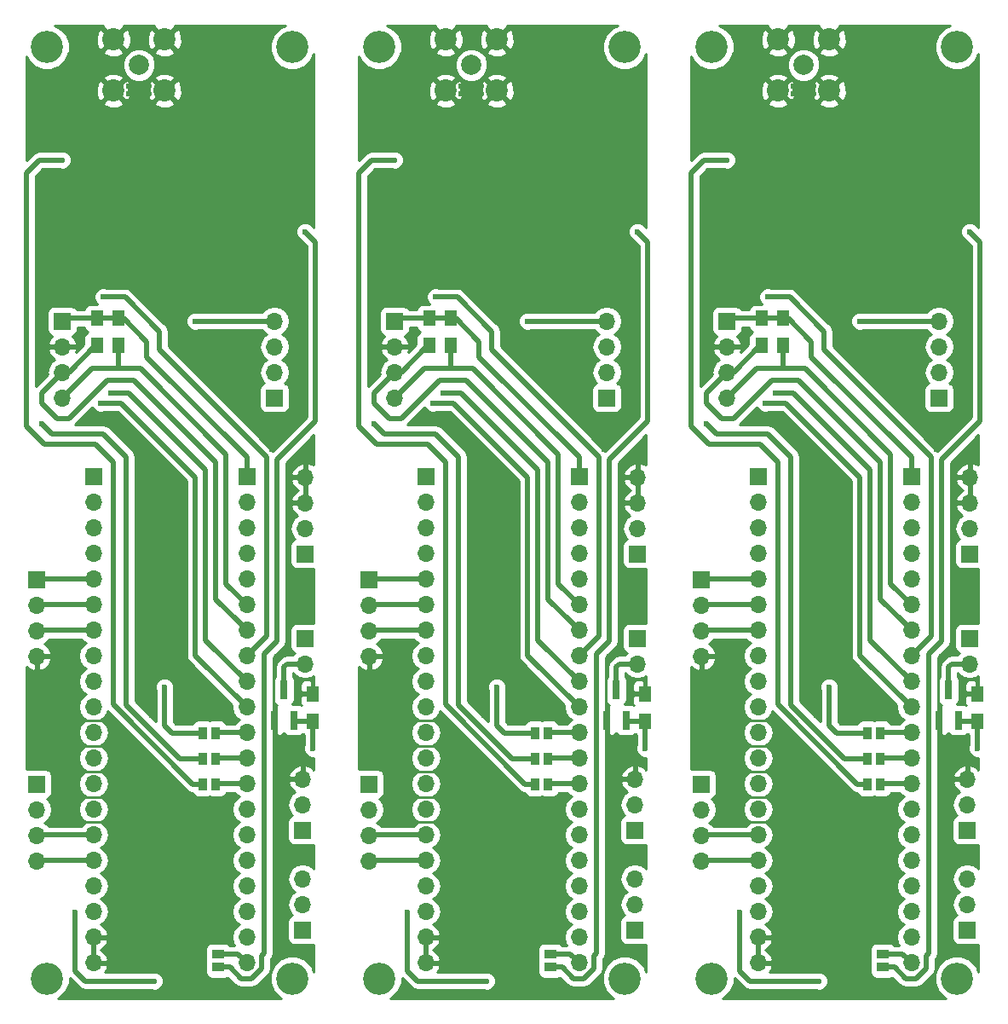
<source format=gbl>
G04 #@! TF.FileFunction,Copper,L2,Bot,Signal*
%FSLAX46Y46*%
G04 Gerber Fmt 4.6, Leading zero omitted, Abs format (unit mm)*
G04 Created by KiCad (PCBNEW 4.0.6) date Tue Sep  5 22:17:11 2017*
%MOMM*%
%LPD*%
G01*
G04 APERTURE LIST*
%ADD10C,0.100000*%
%ADD11R,0.800000X1.900000*%
%ADD12C,3.200000*%
%ADD13R,1.700000X1.700000*%
%ADD14O,1.700000X1.700000*%
%ADD15R,0.970000X1.270000*%
%ADD16R,1.270000X0.970000*%
%ADD17C,2.200000*%
%ADD18C,2.000000*%
%ADD19R,1.300000X1.500000*%
%ADD20C,0.600000*%
%ADD21C,0.500000*%
%ADD22C,0.250000*%
%ADD23C,0.254000*%
G04 APERTURE END LIST*
D10*
D11*
X79497000Y-95631000D03*
X77597000Y-95631000D03*
X78547000Y-92631000D03*
D12*
X54991000Y-28797000D03*
X54991000Y-121285000D03*
X79375000Y-121285000D03*
D13*
X80645000Y-79121000D03*
D14*
X80645000Y-76581000D03*
X80645000Y-74041000D03*
X80645000Y-71501000D03*
D13*
X53975000Y-101981000D03*
D14*
X53975000Y-104521000D03*
X53975000Y-107061000D03*
X53975000Y-109601000D03*
D15*
X70485000Y-99441000D03*
X71765000Y-99441000D03*
X70485000Y-101981000D03*
X71765000Y-101981000D03*
D16*
X72009000Y-120147000D03*
X72009000Y-118867000D03*
D13*
X53975000Y-81661000D03*
D14*
X53975000Y-84201000D03*
X53975000Y-86741000D03*
X53975000Y-89281000D03*
D13*
X59605000Y-71465000D03*
D14*
X59605000Y-74005000D03*
X59605000Y-76545000D03*
X59605000Y-79085000D03*
X59605000Y-81625000D03*
X59605000Y-84165000D03*
X59605000Y-86705000D03*
X59605000Y-89245000D03*
X59605000Y-91785000D03*
X59605000Y-94325000D03*
X59605000Y-96865000D03*
X59605000Y-99405000D03*
X59605000Y-101945000D03*
X59605000Y-104485000D03*
X59605000Y-107025000D03*
X59605000Y-109565000D03*
X59605000Y-112105000D03*
X59605000Y-114645000D03*
X59605000Y-117185000D03*
X59605000Y-119725000D03*
D13*
X80391000Y-116459000D03*
D14*
X80391000Y-113919000D03*
X80391000Y-111379000D03*
D13*
X77597000Y-63627000D03*
D14*
X77597000Y-61087000D03*
X77597000Y-58547000D03*
X77597000Y-56007000D03*
D13*
X74845000Y-71465000D03*
D14*
X74845000Y-74005000D03*
X74845000Y-76545000D03*
X74845000Y-79085000D03*
X74845000Y-81625000D03*
X74845000Y-84165000D03*
X74845000Y-86705000D03*
X74845000Y-89245000D03*
X74845000Y-91785000D03*
X74845000Y-94325000D03*
X74845000Y-96865000D03*
X74845000Y-99405000D03*
X74845000Y-101945000D03*
X74845000Y-104485000D03*
X74845000Y-107025000D03*
X74845000Y-109565000D03*
X74845000Y-112105000D03*
X74845000Y-114645000D03*
X74845000Y-117185000D03*
X74845000Y-119725000D03*
D13*
X56515000Y-56007000D03*
D14*
X56515000Y-58547000D03*
X56515000Y-61087000D03*
X56515000Y-63627000D03*
D13*
X80391000Y-106553000D03*
D14*
X80391000Y-104013000D03*
X80391000Y-101473000D03*
D15*
X70485000Y-96901000D03*
X71765000Y-96901000D03*
D17*
X61595000Y-33115000D03*
X61595000Y-28035000D03*
X66675000Y-28035000D03*
X66675000Y-33115000D03*
D18*
X64135000Y-30575000D03*
D12*
X79375000Y-28797000D03*
D13*
X80645000Y-87503000D03*
D14*
X80645000Y-90043000D03*
D19*
X81407000Y-95711000D03*
X81407000Y-93011000D03*
X59944000Y-55720000D03*
X59944000Y-58420000D03*
X62103000Y-55720000D03*
X62103000Y-58420000D03*
D11*
X112517000Y-95631000D03*
X110617000Y-95631000D03*
X111567000Y-92631000D03*
D12*
X88011000Y-28797000D03*
X88011000Y-121285000D03*
X112395000Y-121285000D03*
D13*
X113665000Y-79121000D03*
D14*
X113665000Y-76581000D03*
X113665000Y-74041000D03*
X113665000Y-71501000D03*
D13*
X86995000Y-101981000D03*
D14*
X86995000Y-104521000D03*
X86995000Y-107061000D03*
X86995000Y-109601000D03*
D15*
X103505000Y-99441000D03*
X104785000Y-99441000D03*
X103505000Y-101981000D03*
X104785000Y-101981000D03*
D16*
X105029000Y-120147000D03*
X105029000Y-118867000D03*
D13*
X86995000Y-81661000D03*
D14*
X86995000Y-84201000D03*
X86995000Y-86741000D03*
X86995000Y-89281000D03*
D13*
X92625000Y-71465000D03*
D14*
X92625000Y-74005000D03*
X92625000Y-76545000D03*
X92625000Y-79085000D03*
X92625000Y-81625000D03*
X92625000Y-84165000D03*
X92625000Y-86705000D03*
X92625000Y-89245000D03*
X92625000Y-91785000D03*
X92625000Y-94325000D03*
X92625000Y-96865000D03*
X92625000Y-99405000D03*
X92625000Y-101945000D03*
X92625000Y-104485000D03*
X92625000Y-107025000D03*
X92625000Y-109565000D03*
X92625000Y-112105000D03*
X92625000Y-114645000D03*
X92625000Y-117185000D03*
X92625000Y-119725000D03*
D13*
X113411000Y-116459000D03*
D14*
X113411000Y-113919000D03*
X113411000Y-111379000D03*
D13*
X110617000Y-63627000D03*
D14*
X110617000Y-61087000D03*
X110617000Y-58547000D03*
X110617000Y-56007000D03*
D13*
X107865000Y-71465000D03*
D14*
X107865000Y-74005000D03*
X107865000Y-76545000D03*
X107865000Y-79085000D03*
X107865000Y-81625000D03*
X107865000Y-84165000D03*
X107865000Y-86705000D03*
X107865000Y-89245000D03*
X107865000Y-91785000D03*
X107865000Y-94325000D03*
X107865000Y-96865000D03*
X107865000Y-99405000D03*
X107865000Y-101945000D03*
X107865000Y-104485000D03*
X107865000Y-107025000D03*
X107865000Y-109565000D03*
X107865000Y-112105000D03*
X107865000Y-114645000D03*
X107865000Y-117185000D03*
X107865000Y-119725000D03*
D13*
X89535000Y-56007000D03*
D14*
X89535000Y-58547000D03*
X89535000Y-61087000D03*
X89535000Y-63627000D03*
D13*
X113411000Y-106553000D03*
D14*
X113411000Y-104013000D03*
X113411000Y-101473000D03*
D15*
X103505000Y-96901000D03*
X104785000Y-96901000D03*
D17*
X94615000Y-33115000D03*
X94615000Y-28035000D03*
X99695000Y-28035000D03*
X99695000Y-33115000D03*
D18*
X97155000Y-30575000D03*
D12*
X112395000Y-28797000D03*
D13*
X113665000Y-87503000D03*
D14*
X113665000Y-90043000D03*
D19*
X114427000Y-95711000D03*
X114427000Y-93011000D03*
X92964000Y-55720000D03*
X92964000Y-58420000D03*
X95123000Y-55720000D03*
X95123000Y-58420000D03*
D11*
X145537000Y-95631000D03*
X143637000Y-95631000D03*
X144587000Y-92631000D03*
D12*
X121031000Y-28797000D03*
X121031000Y-121285000D03*
X145415000Y-121285000D03*
D13*
X146685000Y-79121000D03*
D14*
X146685000Y-76581000D03*
X146685000Y-74041000D03*
X146685000Y-71501000D03*
D13*
X120015000Y-101981000D03*
D14*
X120015000Y-104521000D03*
X120015000Y-107061000D03*
X120015000Y-109601000D03*
D15*
X136525000Y-99441000D03*
X137805000Y-99441000D03*
X136525000Y-101981000D03*
X137805000Y-101981000D03*
D16*
X138049000Y-120147000D03*
X138049000Y-118867000D03*
D13*
X120015000Y-81661000D03*
D14*
X120015000Y-84201000D03*
X120015000Y-86741000D03*
X120015000Y-89281000D03*
D13*
X125645000Y-71465000D03*
D14*
X125645000Y-74005000D03*
X125645000Y-76545000D03*
X125645000Y-79085000D03*
X125645000Y-81625000D03*
X125645000Y-84165000D03*
X125645000Y-86705000D03*
X125645000Y-89245000D03*
X125645000Y-91785000D03*
X125645000Y-94325000D03*
X125645000Y-96865000D03*
X125645000Y-99405000D03*
X125645000Y-101945000D03*
X125645000Y-104485000D03*
X125645000Y-107025000D03*
X125645000Y-109565000D03*
X125645000Y-112105000D03*
X125645000Y-114645000D03*
X125645000Y-117185000D03*
X125645000Y-119725000D03*
D13*
X146431000Y-116459000D03*
D14*
X146431000Y-113919000D03*
X146431000Y-111379000D03*
D13*
X143637000Y-63627000D03*
D14*
X143637000Y-61087000D03*
X143637000Y-58547000D03*
X143637000Y-56007000D03*
D13*
X140885000Y-71465000D03*
D14*
X140885000Y-74005000D03*
X140885000Y-76545000D03*
X140885000Y-79085000D03*
X140885000Y-81625000D03*
X140885000Y-84165000D03*
X140885000Y-86705000D03*
X140885000Y-89245000D03*
X140885000Y-91785000D03*
X140885000Y-94325000D03*
X140885000Y-96865000D03*
X140885000Y-99405000D03*
X140885000Y-101945000D03*
X140885000Y-104485000D03*
X140885000Y-107025000D03*
X140885000Y-109565000D03*
X140885000Y-112105000D03*
X140885000Y-114645000D03*
X140885000Y-117185000D03*
X140885000Y-119725000D03*
D13*
X122555000Y-56007000D03*
D14*
X122555000Y-58547000D03*
X122555000Y-61087000D03*
X122555000Y-63627000D03*
D13*
X146431000Y-106553000D03*
D14*
X146431000Y-104013000D03*
X146431000Y-101473000D03*
D15*
X136525000Y-96901000D03*
X137805000Y-96901000D03*
D17*
X127635000Y-33115000D03*
X127635000Y-28035000D03*
X132715000Y-28035000D03*
X132715000Y-33115000D03*
D18*
X130175000Y-30575000D03*
D12*
X145415000Y-28797000D03*
D13*
X146685000Y-87503000D03*
D14*
X146685000Y-90043000D03*
D19*
X147447000Y-95711000D03*
X147447000Y-93011000D03*
X125984000Y-55720000D03*
X125984000Y-58420000D03*
X128143000Y-55720000D03*
X128143000Y-58420000D03*
D20*
X65786000Y-53467000D03*
X77851000Y-89281000D03*
X79629000Y-81153000D03*
X79629000Y-84963000D03*
X79883000Y-91567000D03*
X79883000Y-92837000D03*
X76834996Y-122555000D03*
X77851000Y-118491000D03*
X68961000Y-119761000D03*
X78613000Y-31115000D03*
X78613000Y-37719006D03*
X69215000Y-106045000D03*
X62865000Y-106045000D03*
X62865000Y-113919004D03*
X69215000Y-113918998D03*
X58801000Y-28321000D03*
X58801000Y-32384992D03*
X54229000Y-32385000D03*
X71500990Y-31115000D03*
X68452988Y-42291000D03*
X63881000Y-42291000D03*
X67945000Y-58547000D03*
X54229000Y-37719000D03*
X54737000Y-60579000D03*
X57023000Y-89027008D03*
X53975000Y-99187000D03*
X53975000Y-94107000D03*
X57023000Y-99187000D03*
X66167000Y-116967000D03*
X66675000Y-122555000D03*
X80899000Y-118491006D03*
X69469000Y-95123000D03*
X62865000Y-119761000D03*
X68199000Y-95123000D03*
X61849000Y-65659000D03*
X60325000Y-65659000D03*
X58801000Y-65659000D03*
X75819000Y-59817000D03*
X74803000Y-57531000D03*
X78613000Y-53721000D03*
X74803004Y-53721000D03*
X78613002Y-45847000D03*
X78613000Y-49403000D03*
X77343002Y-68707000D03*
X65405034Y-95123000D03*
X54737000Y-57785000D03*
X68199000Y-74041000D03*
X68453000Y-79121000D03*
X68453000Y-84455000D03*
X68453000Y-88773000D03*
X57023000Y-94107000D03*
X71755000Y-122555000D03*
X62865000Y-99695000D03*
X78613000Y-42291000D03*
X56261000Y-43307000D03*
X62103000Y-37973000D03*
X63373000Y-37973000D03*
X64135000Y-37211000D03*
X64897000Y-36449000D03*
X65151000Y-35687000D03*
X65151000Y-34925000D03*
X65151000Y-34163000D03*
X65151000Y-33401000D03*
X65151000Y-32639000D03*
X61849000Y-35687000D03*
X62611000Y-35687000D03*
X63119000Y-34925000D03*
X63119000Y-34163000D03*
X63119000Y-33401000D03*
X63119000Y-32639000D03*
X69723000Y-56007002D03*
X57785000Y-114680998D03*
X65659000Y-121539000D03*
X60579000Y-53593994D03*
X61341000Y-63118994D03*
X60325000Y-64135000D03*
X81407000Y-98425000D03*
X66675000Y-92329000D03*
X54483000Y-66166998D03*
X56515000Y-40005004D03*
X80645000Y-47117000D03*
X98806000Y-53467000D03*
X110871000Y-89281000D03*
X112649000Y-81153000D03*
X112649000Y-84963000D03*
X112903000Y-91567000D03*
X112903000Y-92837000D03*
X109854996Y-122555000D03*
X110871000Y-118491000D03*
X101981000Y-119761000D03*
X111633000Y-31115000D03*
X111633000Y-37719006D03*
X102235000Y-106045000D03*
X95885000Y-106045000D03*
X95885000Y-113919004D03*
X102235000Y-113918998D03*
X91821000Y-28321000D03*
X91821000Y-32384992D03*
X87249000Y-32385000D03*
X104520990Y-31115000D03*
X101472988Y-42291000D03*
X96901000Y-42291000D03*
X100965000Y-58547000D03*
X87249000Y-37719000D03*
X87757000Y-60579000D03*
X90043000Y-89027008D03*
X86995000Y-99187000D03*
X86995000Y-94107000D03*
X90043000Y-99187000D03*
X99187000Y-116967000D03*
X99695000Y-122555000D03*
X113919000Y-118491006D03*
X102489000Y-95123000D03*
X95885000Y-119761000D03*
X101219000Y-95123000D03*
X94869000Y-65659000D03*
X93345000Y-65659000D03*
X91821000Y-65659000D03*
X108839000Y-59817000D03*
X107823000Y-57531000D03*
X111633000Y-53721000D03*
X107823004Y-53721000D03*
X111633002Y-45847000D03*
X111633000Y-49403000D03*
X110363002Y-68707000D03*
X98425034Y-95123000D03*
X87757000Y-57785000D03*
X101219000Y-74041000D03*
X101473000Y-79121000D03*
X101473000Y-84455000D03*
X101473000Y-88773000D03*
X90043000Y-94107000D03*
X104775000Y-122555000D03*
X95885000Y-99695000D03*
X111633000Y-42291000D03*
X89281000Y-43307000D03*
X95123000Y-37973000D03*
X96393000Y-37973000D03*
X97155000Y-37211000D03*
X97917000Y-36449000D03*
X98171000Y-35687000D03*
X98171000Y-34925000D03*
X98171000Y-34163000D03*
X98171000Y-33401000D03*
X98171000Y-32639000D03*
X94869000Y-35687000D03*
X95631000Y-35687000D03*
X96139000Y-34925000D03*
X96139000Y-34163000D03*
X96139000Y-33401000D03*
X96139000Y-32639000D03*
X102743000Y-56007002D03*
X90805000Y-114680998D03*
X98679000Y-121539000D03*
X93599000Y-53593994D03*
X94361000Y-63118994D03*
X93345000Y-64135000D03*
X114427000Y-98425000D03*
X99695000Y-92329000D03*
X87503000Y-66166998D03*
X89535000Y-40005004D03*
X113665000Y-47117000D03*
X131826000Y-53467000D03*
X143891000Y-89281000D03*
X145669000Y-81153000D03*
X145669000Y-84963000D03*
X145923000Y-91567000D03*
X145923000Y-92837000D03*
X142874996Y-122555000D03*
X143891000Y-118491000D03*
X135001000Y-119761000D03*
X144653000Y-31115000D03*
X144653000Y-37719006D03*
X135255000Y-106045000D03*
X128905000Y-106045000D03*
X128905000Y-113919004D03*
X135255000Y-113918998D03*
X124841000Y-28321000D03*
X124841000Y-32384992D03*
X120269000Y-32385000D03*
X137540990Y-31115000D03*
X134492988Y-42291000D03*
X129921000Y-42291000D03*
X133985000Y-58547000D03*
X120269000Y-37719000D03*
X120777000Y-60579000D03*
X123063000Y-89027008D03*
X120015000Y-99187000D03*
X120015000Y-94107000D03*
X123063000Y-99187000D03*
X132207000Y-116967000D03*
X132715000Y-122555000D03*
X146939000Y-118491006D03*
X135509000Y-95123000D03*
X128905000Y-119761000D03*
X134239000Y-95123000D03*
X127889000Y-65659000D03*
X126365000Y-65659000D03*
X124841000Y-65659000D03*
X141859000Y-59817000D03*
X140843000Y-57531000D03*
X144653000Y-53721000D03*
X140843004Y-53721000D03*
X144653002Y-45847000D03*
X144653000Y-49403000D03*
X143383002Y-68707000D03*
X131445034Y-95123000D03*
X120777000Y-57785000D03*
X134239000Y-74041000D03*
X134493000Y-79121000D03*
X134493000Y-84455000D03*
X134493000Y-88773000D03*
X123063000Y-94107000D03*
X137795000Y-122555000D03*
X128905000Y-99695000D03*
X144653000Y-42291000D03*
X122301000Y-43307000D03*
X128143000Y-37973000D03*
X129413000Y-37973000D03*
X130175000Y-37211000D03*
X130937000Y-36449000D03*
X131191000Y-35687000D03*
X131191000Y-34925000D03*
X131191000Y-34163000D03*
X131191000Y-33401000D03*
X131191000Y-32639000D03*
X127889000Y-35687000D03*
X128651000Y-35687000D03*
X129159000Y-34925000D03*
X129159000Y-34163000D03*
X129159000Y-33401000D03*
X129159000Y-32639000D03*
X135763000Y-56007002D03*
X123825000Y-114680998D03*
X131699000Y-121539000D03*
X126619000Y-53593994D03*
X127381000Y-63118994D03*
X126365000Y-64135000D03*
X147447000Y-98425000D03*
X132715000Y-92329000D03*
X120523000Y-66166998D03*
X122555000Y-40005004D03*
X146685000Y-47117000D03*
D21*
X59944000Y-55720000D02*
X56802000Y-55720000D01*
X56802000Y-55720000D02*
X56515000Y-56007000D01*
X62103000Y-55720000D02*
X59944000Y-55720000D01*
X74845000Y-71465000D02*
X74845000Y-69511000D01*
X64897000Y-58039000D02*
X62578000Y-55720000D01*
X74845000Y-69511000D02*
X64897000Y-59563000D01*
X64897000Y-59563000D02*
X64897000Y-58039000D01*
X62578000Y-55720000D02*
X62103000Y-55720000D01*
D22*
X65486001Y-53167001D02*
X65786000Y-53467000D01*
X63881000Y-51562000D02*
X65486001Y-53167001D01*
X63881000Y-42291000D02*
X63881000Y-51562000D01*
D21*
X79629000Y-84963000D02*
X79629000Y-81153000D01*
D22*
X81407000Y-93011000D02*
X80057000Y-93011000D01*
X80057000Y-93011000D02*
X79883000Y-92837000D01*
X77851006Y-118491006D02*
X77851000Y-118491000D01*
X80899000Y-118491006D02*
X77851006Y-118491006D01*
X66167000Y-116967000D02*
X68961000Y-119761000D01*
X71500990Y-31115000D02*
X78613000Y-31115000D01*
X78188736Y-37719006D02*
X78613000Y-37719006D01*
X73024982Y-37719006D02*
X78188736Y-37719006D01*
X68452988Y-42291000D02*
X73024982Y-37719006D01*
X57023000Y-99187000D02*
X57023000Y-100711000D01*
X57023000Y-100711000D02*
X57023000Y-104775000D01*
X57277000Y-100711000D02*
X57023000Y-100711000D01*
X57322999Y-100756999D02*
X57277000Y-100711000D01*
X57277000Y-100711000D02*
X61849000Y-100711000D01*
X61849000Y-100711000D02*
X62565001Y-99994999D01*
X62565001Y-99994999D02*
X62865000Y-99695000D01*
X57322999Y-100756999D02*
X57231001Y-100756999D01*
X57023000Y-100965000D02*
X57023000Y-101981000D01*
X57231001Y-100756999D02*
X57023000Y-100965000D01*
X62565001Y-104221001D02*
X62565001Y-105745001D01*
X57023000Y-101981000D02*
X58293000Y-103251000D01*
X58293000Y-103251000D02*
X61595000Y-103251000D01*
X61595000Y-103251000D02*
X62565001Y-104221001D01*
X57322999Y-100756999D02*
X57023000Y-100457000D01*
X57023000Y-100457000D02*
X57023000Y-99187000D01*
X69215000Y-113918998D02*
X69215000Y-106045000D01*
X62565001Y-105745001D02*
X62865000Y-106045000D01*
X62865000Y-99695000D02*
X62865000Y-106045000D01*
X57023000Y-104775000D02*
X57993001Y-105745001D01*
X57993001Y-105745001D02*
X62565001Y-105745001D01*
X62865000Y-119761000D02*
X62865000Y-113919004D01*
X58801000Y-32384992D02*
X58801000Y-28321000D01*
X54229000Y-37719000D02*
X54229000Y-32385000D01*
X53975000Y-94531264D02*
X53975000Y-99187000D01*
X53975000Y-94107000D02*
X53975000Y-94531264D01*
X62865000Y-99695000D02*
X61341000Y-98171000D01*
X57023000Y-94107000D02*
X57023000Y-99187000D01*
X58039000Y-98171000D02*
X57322999Y-98887001D01*
X57322999Y-98887001D02*
X57023000Y-99187000D01*
X61341000Y-98171000D02*
X58039000Y-98171000D01*
X71755000Y-122555000D02*
X66675000Y-122555000D01*
X80899000Y-118999000D02*
X80899000Y-118491006D01*
X68199000Y-95123000D02*
X69469000Y-95123000D01*
X62148999Y-65958999D02*
X61849000Y-65659000D01*
X68199000Y-72009000D02*
X62148999Y-65958999D01*
X68199000Y-74041000D02*
X68199000Y-72009000D01*
X58801000Y-65659000D02*
X60325000Y-65659000D01*
X75519001Y-59517001D02*
X75819000Y-59817000D01*
X74803000Y-57531000D02*
X74803000Y-58801000D01*
X74803000Y-58801000D02*
X75519001Y-59517001D01*
X78613000Y-49403000D02*
X78613000Y-53721000D01*
X78613000Y-45847002D02*
X78613002Y-45847000D01*
X78613000Y-49403000D02*
X78613000Y-45847002D01*
X57023000Y-94107000D02*
X57023000Y-94361000D01*
X57023000Y-94361000D02*
X58293000Y-95631000D01*
X60833000Y-95631000D02*
X62865000Y-97663000D01*
X58293000Y-95631000D02*
X60833000Y-95631000D01*
X62865000Y-97663000D02*
X62865000Y-99270736D01*
X62865000Y-99270736D02*
X62865000Y-99695000D01*
X68453000Y-79121000D02*
X68453000Y-74295000D01*
X68453000Y-74295000D02*
X68199000Y-74041000D01*
X68453000Y-88773000D02*
X68453000Y-84455000D01*
X61849000Y-38989000D02*
X60579000Y-38989000D01*
X62103000Y-38735000D02*
X61849000Y-38989000D01*
X62103000Y-37973000D02*
X62103000Y-38735000D01*
X64135000Y-37211000D02*
X63373000Y-37973000D01*
X65151000Y-35687000D02*
X65151000Y-36195000D01*
X65151000Y-36195000D02*
X64897000Y-36449000D01*
X65151000Y-34163000D02*
X65151000Y-34925000D01*
X65151000Y-32639000D02*
X65151000Y-33401000D01*
X62611000Y-35687000D02*
X61849000Y-35687000D01*
X63119000Y-34163000D02*
X63119000Y-34925000D01*
X63119000Y-32639000D02*
X63119000Y-33401000D01*
D21*
X59605000Y-81625000D02*
X54011000Y-81625000D01*
X54011000Y-81625000D02*
X53975000Y-81661000D01*
X59605000Y-84165000D02*
X54011000Y-84165000D01*
X54011000Y-84165000D02*
X53975000Y-84201000D01*
X59605000Y-86705000D02*
X54011000Y-86705000D01*
X54011000Y-86705000D02*
X53975000Y-86741000D01*
X69723002Y-56007000D02*
X69723000Y-56007002D01*
X77597000Y-56007000D02*
X69723002Y-56007000D01*
X59605000Y-107025000D02*
X54011000Y-107025000D01*
X54011000Y-107025000D02*
X53975000Y-107061000D01*
X59605000Y-109565000D02*
X54011000Y-109565000D01*
X54011000Y-109565000D02*
X53975000Y-109601000D01*
X74845000Y-117185000D02*
X74881000Y-117221000D01*
X57785000Y-120523000D02*
X57785000Y-115105262D01*
X65659000Y-121539000D02*
X58801000Y-121539000D01*
X58801000Y-121539000D02*
X57785000Y-120523000D01*
X57785000Y-115105262D02*
X57785000Y-114680998D01*
X74845000Y-84165000D02*
X72771000Y-82091000D01*
X72771000Y-82091000D02*
X72771000Y-69215000D01*
X64262000Y-60706000D02*
X62103000Y-60706000D01*
X72771000Y-69215000D02*
X64262000Y-60706000D01*
X56515000Y-63627000D02*
X59436000Y-60706000D01*
X59436000Y-60706000D02*
X62103000Y-60706000D01*
X62103000Y-60706000D02*
X62103000Y-58420000D01*
X59944000Y-58420000D02*
X59817000Y-58420000D01*
X59817000Y-58420000D02*
X57150000Y-61087000D01*
X57150000Y-61087000D02*
X56515000Y-61087000D01*
X73995001Y-85855001D02*
X74845000Y-86705000D01*
X71755000Y-69977000D02*
X71755000Y-83615000D01*
X71755000Y-83615000D02*
X73995001Y-85855001D01*
X56007000Y-65659000D02*
X57182998Y-65659000D01*
X54483000Y-64135000D02*
X56007000Y-65659000D01*
X56515000Y-61087000D02*
X54483000Y-63119000D01*
X57182998Y-65659000D02*
X60992998Y-61849000D01*
X63627000Y-61849000D02*
X71755000Y-69977000D01*
X60992998Y-61849000D02*
X63627000Y-61849000D01*
X54483000Y-63119000D02*
X54483000Y-64135000D01*
X61003264Y-53593994D02*
X60579000Y-53593994D01*
X62737994Y-53593994D02*
X61003264Y-53593994D01*
X66167000Y-57023000D02*
X62737994Y-53593994D01*
X66167000Y-58844264D02*
X66167000Y-57023000D01*
X76835000Y-87255000D02*
X76835000Y-69512264D01*
X74845000Y-89245000D02*
X76835000Y-87255000D01*
X76835000Y-69512264D02*
X66167000Y-58844264D01*
X74845000Y-91785000D02*
X70739000Y-87679000D01*
X70739000Y-70739000D02*
X63118994Y-63118994D01*
X70739000Y-87679000D02*
X70739000Y-70739000D01*
X63118994Y-63118994D02*
X61765264Y-63118994D01*
X61765264Y-63118994D02*
X61341000Y-63118994D01*
X74845000Y-94325000D02*
X69723000Y-89203000D01*
X69723000Y-89203000D02*
X69723000Y-71501000D01*
X62357000Y-64135000D02*
X60749264Y-64135000D01*
X69723000Y-71501000D02*
X62357000Y-64135000D01*
X60749264Y-64135000D02*
X60325000Y-64135000D01*
X74845000Y-96865000D02*
X71801000Y-96865000D01*
X71801000Y-96865000D02*
X71765000Y-96901000D01*
X74845000Y-99405000D02*
X71801000Y-99405000D01*
X71801000Y-99405000D02*
X71765000Y-99441000D01*
X74845000Y-101945000D02*
X71801000Y-101945000D01*
X71801000Y-101945000D02*
X71765000Y-101981000D01*
X74845000Y-107025000D02*
X74881000Y-107061000D01*
X81407000Y-98425000D02*
X81407000Y-95711000D01*
X81407000Y-95711000D02*
X79577000Y-95711000D01*
X79577000Y-95711000D02*
X79497000Y-95631000D01*
X70485000Y-96901000D02*
X67437000Y-96901000D01*
X67437000Y-96901000D02*
X66675000Y-96139000D01*
X66675000Y-96139000D02*
X66675000Y-92753264D01*
X66675000Y-92753264D02*
X66675000Y-92329000D01*
X70485000Y-99441000D02*
X68199000Y-99441000D01*
X68199000Y-99441000D02*
X62865000Y-94107000D01*
X62865000Y-94107000D02*
X62865000Y-69469000D01*
X62865000Y-69469000D02*
X60579000Y-67183000D01*
X60579000Y-67183000D02*
X55499002Y-67183000D01*
X55499002Y-67183000D02*
X54737000Y-66420998D01*
X54737000Y-66420998D02*
X54483000Y-66166998D01*
X70485000Y-101981000D02*
X69500000Y-101981000D01*
X61595000Y-69977000D02*
X59817000Y-68199000D01*
X52959000Y-66421000D02*
X52959000Y-41275000D01*
X69500000Y-101981000D02*
X61595000Y-94076000D01*
X61595000Y-94076000D02*
X61595000Y-69977000D01*
X59817000Y-68199000D02*
X54737000Y-68199000D01*
X54737000Y-68199000D02*
X52959000Y-66421000D01*
X52959000Y-41275000D02*
X54228996Y-40005004D01*
X54228996Y-40005004D02*
X56090736Y-40005004D01*
X56090736Y-40005004D02*
X56515000Y-40005004D01*
X72009000Y-120147000D02*
X73157000Y-120147000D01*
X76327000Y-120269000D02*
X76327000Y-118999000D01*
X77851000Y-69723000D02*
X81661000Y-65913000D01*
X73157000Y-120147000D02*
X74295000Y-121285000D01*
X81661000Y-48133000D02*
X80645000Y-47117000D01*
X74295000Y-121285000D02*
X75311000Y-121285000D01*
X75311000Y-121285000D02*
X76327000Y-120269000D01*
X76581000Y-118745000D02*
X76581000Y-89027000D01*
X77851000Y-87757000D02*
X77851000Y-69723000D01*
X76327000Y-118999000D02*
X76581000Y-118745000D01*
X76581000Y-89027000D02*
X77851000Y-87757000D01*
X81661000Y-65913000D02*
X81661000Y-48133000D01*
X78547000Y-90363000D02*
X78867000Y-90043000D01*
X78867000Y-90043000D02*
X80645000Y-90043000D01*
X78547000Y-92631000D02*
X78547000Y-90363000D01*
X80391000Y-90297000D02*
X80645000Y-90043000D01*
X74845000Y-119725000D02*
X73987000Y-118867000D01*
X73987000Y-118867000D02*
X72009000Y-118867000D01*
X92964000Y-55720000D02*
X89822000Y-55720000D01*
X89822000Y-55720000D02*
X89535000Y-56007000D01*
X95123000Y-55720000D02*
X92964000Y-55720000D01*
X107865000Y-71465000D02*
X107865000Y-69511000D01*
X97917000Y-58039000D02*
X95598000Y-55720000D01*
X107865000Y-69511000D02*
X97917000Y-59563000D01*
X97917000Y-59563000D02*
X97917000Y-58039000D01*
X95598000Y-55720000D02*
X95123000Y-55720000D01*
D22*
X98506001Y-53167001D02*
X98806000Y-53467000D01*
X96901000Y-51562000D02*
X98506001Y-53167001D01*
X96901000Y-42291000D02*
X96901000Y-51562000D01*
D21*
X112649000Y-84963000D02*
X112649000Y-81153000D01*
D22*
X114427000Y-93011000D02*
X113077000Y-93011000D01*
X113077000Y-93011000D02*
X112903000Y-92837000D01*
X110871006Y-118491006D02*
X110871000Y-118491000D01*
X113919000Y-118491006D02*
X110871006Y-118491006D01*
X99187000Y-116967000D02*
X101981000Y-119761000D01*
X104520990Y-31115000D02*
X111633000Y-31115000D01*
X111208736Y-37719006D02*
X111633000Y-37719006D01*
X106044982Y-37719006D02*
X111208736Y-37719006D01*
X101472988Y-42291000D02*
X106044982Y-37719006D01*
X90043000Y-99187000D02*
X90043000Y-100711000D01*
X90043000Y-100711000D02*
X90043000Y-104775000D01*
X90297000Y-100711000D02*
X90043000Y-100711000D01*
X90342999Y-100756999D02*
X90297000Y-100711000D01*
X90297000Y-100711000D02*
X94869000Y-100711000D01*
X94869000Y-100711000D02*
X95585001Y-99994999D01*
X95585001Y-99994999D02*
X95885000Y-99695000D01*
X90342999Y-100756999D02*
X90251001Y-100756999D01*
X90043000Y-100965000D02*
X90043000Y-101981000D01*
X90251001Y-100756999D02*
X90043000Y-100965000D01*
X95585001Y-104221001D02*
X95585001Y-105745001D01*
X90043000Y-101981000D02*
X91313000Y-103251000D01*
X91313000Y-103251000D02*
X94615000Y-103251000D01*
X94615000Y-103251000D02*
X95585001Y-104221001D01*
X90342999Y-100756999D02*
X90043000Y-100457000D01*
X90043000Y-100457000D02*
X90043000Y-99187000D01*
X102235000Y-113918998D02*
X102235000Y-106045000D01*
X95585001Y-105745001D02*
X95885000Y-106045000D01*
X95885000Y-99695000D02*
X95885000Y-106045000D01*
X90043000Y-104775000D02*
X91013001Y-105745001D01*
X91013001Y-105745001D02*
X95585001Y-105745001D01*
X95885000Y-119761000D02*
X95885000Y-113919004D01*
X91821000Y-32384992D02*
X91821000Y-28321000D01*
X87249000Y-37719000D02*
X87249000Y-32385000D01*
X86995000Y-94531264D02*
X86995000Y-99187000D01*
X86995000Y-94107000D02*
X86995000Y-94531264D01*
X95885000Y-99695000D02*
X94361000Y-98171000D01*
X90043000Y-94107000D02*
X90043000Y-99187000D01*
X91059000Y-98171000D02*
X90342999Y-98887001D01*
X90342999Y-98887001D02*
X90043000Y-99187000D01*
X94361000Y-98171000D02*
X91059000Y-98171000D01*
X104775000Y-122555000D02*
X99695000Y-122555000D01*
X113919000Y-118999000D02*
X113919000Y-118491006D01*
X101219000Y-95123000D02*
X102489000Y-95123000D01*
X95168999Y-65958999D02*
X94869000Y-65659000D01*
X101219000Y-72009000D02*
X95168999Y-65958999D01*
X101219000Y-74041000D02*
X101219000Y-72009000D01*
X91821000Y-65659000D02*
X93345000Y-65659000D01*
X108539001Y-59517001D02*
X108839000Y-59817000D01*
X107823000Y-57531000D02*
X107823000Y-58801000D01*
X107823000Y-58801000D02*
X108539001Y-59517001D01*
X111633000Y-49403000D02*
X111633000Y-53721000D01*
X111633000Y-45847002D02*
X111633002Y-45847000D01*
X111633000Y-49403000D02*
X111633000Y-45847002D01*
X90043000Y-94107000D02*
X90043000Y-94361000D01*
X90043000Y-94361000D02*
X91313000Y-95631000D01*
X93853000Y-95631000D02*
X95885000Y-97663000D01*
X91313000Y-95631000D02*
X93853000Y-95631000D01*
X95885000Y-97663000D02*
X95885000Y-99270736D01*
X95885000Y-99270736D02*
X95885000Y-99695000D01*
X101473000Y-79121000D02*
X101473000Y-74295000D01*
X101473000Y-74295000D02*
X101219000Y-74041000D01*
X101473000Y-88773000D02*
X101473000Y-84455000D01*
X94869000Y-38989000D02*
X93599000Y-38989000D01*
X95123000Y-38735000D02*
X94869000Y-38989000D01*
X95123000Y-37973000D02*
X95123000Y-38735000D01*
X97155000Y-37211000D02*
X96393000Y-37973000D01*
X98171000Y-35687000D02*
X98171000Y-36195000D01*
X98171000Y-36195000D02*
X97917000Y-36449000D01*
X98171000Y-34163000D02*
X98171000Y-34925000D01*
X98171000Y-32639000D02*
X98171000Y-33401000D01*
X95631000Y-35687000D02*
X94869000Y-35687000D01*
X96139000Y-34163000D02*
X96139000Y-34925000D01*
X96139000Y-32639000D02*
X96139000Y-33401000D01*
D21*
X92625000Y-81625000D02*
X87031000Y-81625000D01*
X87031000Y-81625000D02*
X86995000Y-81661000D01*
X92625000Y-84165000D02*
X87031000Y-84165000D01*
X87031000Y-84165000D02*
X86995000Y-84201000D01*
X92625000Y-86705000D02*
X87031000Y-86705000D01*
X87031000Y-86705000D02*
X86995000Y-86741000D01*
X102743002Y-56007000D02*
X102743000Y-56007002D01*
X110617000Y-56007000D02*
X102743002Y-56007000D01*
X92625000Y-107025000D02*
X87031000Y-107025000D01*
X87031000Y-107025000D02*
X86995000Y-107061000D01*
X92625000Y-109565000D02*
X87031000Y-109565000D01*
X87031000Y-109565000D02*
X86995000Y-109601000D01*
X107865000Y-117185000D02*
X107901000Y-117221000D01*
X90805000Y-120523000D02*
X90805000Y-115105262D01*
X98679000Y-121539000D02*
X91821000Y-121539000D01*
X91821000Y-121539000D02*
X90805000Y-120523000D01*
X90805000Y-115105262D02*
X90805000Y-114680998D01*
X107865000Y-84165000D02*
X105791000Y-82091000D01*
X105791000Y-82091000D02*
X105791000Y-69215000D01*
X97282000Y-60706000D02*
X95123000Y-60706000D01*
X105791000Y-69215000D02*
X97282000Y-60706000D01*
X89535000Y-63627000D02*
X92456000Y-60706000D01*
X92456000Y-60706000D02*
X95123000Y-60706000D01*
X95123000Y-60706000D02*
X95123000Y-58420000D01*
X92964000Y-58420000D02*
X92837000Y-58420000D01*
X92837000Y-58420000D02*
X90170000Y-61087000D01*
X90170000Y-61087000D02*
X89535000Y-61087000D01*
X107015001Y-85855001D02*
X107865000Y-86705000D01*
X104775000Y-69977000D02*
X104775000Y-83615000D01*
X104775000Y-83615000D02*
X107015001Y-85855001D01*
X89027000Y-65659000D02*
X90202998Y-65659000D01*
X87503000Y-64135000D02*
X89027000Y-65659000D01*
X89535000Y-61087000D02*
X87503000Y-63119000D01*
X90202998Y-65659000D02*
X94012998Y-61849000D01*
X96647000Y-61849000D02*
X104775000Y-69977000D01*
X94012998Y-61849000D02*
X96647000Y-61849000D01*
X87503000Y-63119000D02*
X87503000Y-64135000D01*
X94023264Y-53593994D02*
X93599000Y-53593994D01*
X95757994Y-53593994D02*
X94023264Y-53593994D01*
X99187000Y-57023000D02*
X95757994Y-53593994D01*
X99187000Y-58844264D02*
X99187000Y-57023000D01*
X109855000Y-87255000D02*
X109855000Y-69512264D01*
X107865000Y-89245000D02*
X109855000Y-87255000D01*
X109855000Y-69512264D02*
X99187000Y-58844264D01*
X107865000Y-91785000D02*
X103759000Y-87679000D01*
X103759000Y-70739000D02*
X96138994Y-63118994D01*
X103759000Y-87679000D02*
X103759000Y-70739000D01*
X96138994Y-63118994D02*
X94785264Y-63118994D01*
X94785264Y-63118994D02*
X94361000Y-63118994D01*
X107865000Y-94325000D02*
X102743000Y-89203000D01*
X102743000Y-89203000D02*
X102743000Y-71501000D01*
X95377000Y-64135000D02*
X93769264Y-64135000D01*
X102743000Y-71501000D02*
X95377000Y-64135000D01*
X93769264Y-64135000D02*
X93345000Y-64135000D01*
X107865000Y-96865000D02*
X104821000Y-96865000D01*
X104821000Y-96865000D02*
X104785000Y-96901000D01*
X107865000Y-99405000D02*
X104821000Y-99405000D01*
X104821000Y-99405000D02*
X104785000Y-99441000D01*
X107865000Y-101945000D02*
X104821000Y-101945000D01*
X104821000Y-101945000D02*
X104785000Y-101981000D01*
X107865000Y-107025000D02*
X107901000Y-107061000D01*
X114427000Y-98425000D02*
X114427000Y-95711000D01*
X114427000Y-95711000D02*
X112597000Y-95711000D01*
X112597000Y-95711000D02*
X112517000Y-95631000D01*
X103505000Y-96901000D02*
X100457000Y-96901000D01*
X100457000Y-96901000D02*
X99695000Y-96139000D01*
X99695000Y-96139000D02*
X99695000Y-92753264D01*
X99695000Y-92753264D02*
X99695000Y-92329000D01*
X103505000Y-99441000D02*
X101219000Y-99441000D01*
X101219000Y-99441000D02*
X95885000Y-94107000D01*
X95885000Y-94107000D02*
X95885000Y-69469000D01*
X95885000Y-69469000D02*
X93599000Y-67183000D01*
X93599000Y-67183000D02*
X88519002Y-67183000D01*
X88519002Y-67183000D02*
X87757000Y-66420998D01*
X87757000Y-66420998D02*
X87503000Y-66166998D01*
X103505000Y-101981000D02*
X102520000Y-101981000D01*
X94615000Y-69977000D02*
X92837000Y-68199000D01*
X85979000Y-66421000D02*
X85979000Y-41275000D01*
X102520000Y-101981000D02*
X94615000Y-94076000D01*
X94615000Y-94076000D02*
X94615000Y-69977000D01*
X92837000Y-68199000D02*
X87757000Y-68199000D01*
X87757000Y-68199000D02*
X85979000Y-66421000D01*
X85979000Y-41275000D02*
X87248996Y-40005004D01*
X87248996Y-40005004D02*
X89110736Y-40005004D01*
X89110736Y-40005004D02*
X89535000Y-40005004D01*
X105029000Y-120147000D02*
X106177000Y-120147000D01*
X109347000Y-120269000D02*
X109347000Y-118999000D01*
X110871000Y-69723000D02*
X114681000Y-65913000D01*
X106177000Y-120147000D02*
X107315000Y-121285000D01*
X114681000Y-48133000D02*
X113665000Y-47117000D01*
X107315000Y-121285000D02*
X108331000Y-121285000D01*
X108331000Y-121285000D02*
X109347000Y-120269000D01*
X109601000Y-118745000D02*
X109601000Y-89027000D01*
X110871000Y-87757000D02*
X110871000Y-69723000D01*
X109347000Y-118999000D02*
X109601000Y-118745000D01*
X109601000Y-89027000D02*
X110871000Y-87757000D01*
X114681000Y-65913000D02*
X114681000Y-48133000D01*
X111567000Y-90363000D02*
X111887000Y-90043000D01*
X111887000Y-90043000D02*
X113665000Y-90043000D01*
X111567000Y-92631000D02*
X111567000Y-90363000D01*
X113411000Y-90297000D02*
X113665000Y-90043000D01*
X107865000Y-119725000D02*
X107007000Y-118867000D01*
X107007000Y-118867000D02*
X105029000Y-118867000D01*
X125984000Y-55720000D02*
X122842000Y-55720000D01*
X122842000Y-55720000D02*
X122555000Y-56007000D01*
X128143000Y-55720000D02*
X125984000Y-55720000D01*
X140885000Y-71465000D02*
X140885000Y-69511000D01*
X130937000Y-58039000D02*
X128618000Y-55720000D01*
X140885000Y-69511000D02*
X130937000Y-59563000D01*
X130937000Y-59563000D02*
X130937000Y-58039000D01*
X128618000Y-55720000D02*
X128143000Y-55720000D01*
D22*
X131526001Y-53167001D02*
X131826000Y-53467000D01*
X129921000Y-51562000D02*
X131526001Y-53167001D01*
X129921000Y-42291000D02*
X129921000Y-51562000D01*
D21*
X145669000Y-84963000D02*
X145669000Y-81153000D01*
D22*
X147447000Y-93011000D02*
X146097000Y-93011000D01*
X146097000Y-93011000D02*
X145923000Y-92837000D01*
X143891006Y-118491006D02*
X143891000Y-118491000D01*
X146939000Y-118491006D02*
X143891006Y-118491006D01*
X132207000Y-116967000D02*
X135001000Y-119761000D01*
X137540990Y-31115000D02*
X144653000Y-31115000D01*
X144228736Y-37719006D02*
X144653000Y-37719006D01*
X139064982Y-37719006D02*
X144228736Y-37719006D01*
X134492988Y-42291000D02*
X139064982Y-37719006D01*
X123063000Y-99187000D02*
X123063000Y-100711000D01*
X123063000Y-100711000D02*
X123063000Y-104775000D01*
X123317000Y-100711000D02*
X123063000Y-100711000D01*
X123362999Y-100756999D02*
X123317000Y-100711000D01*
X123317000Y-100711000D02*
X127889000Y-100711000D01*
X127889000Y-100711000D02*
X128605001Y-99994999D01*
X128605001Y-99994999D02*
X128905000Y-99695000D01*
X123362999Y-100756999D02*
X123271001Y-100756999D01*
X123063000Y-100965000D02*
X123063000Y-101981000D01*
X123271001Y-100756999D02*
X123063000Y-100965000D01*
X128605001Y-104221001D02*
X128605001Y-105745001D01*
X123063000Y-101981000D02*
X124333000Y-103251000D01*
X124333000Y-103251000D02*
X127635000Y-103251000D01*
X127635000Y-103251000D02*
X128605001Y-104221001D01*
X123362999Y-100756999D02*
X123063000Y-100457000D01*
X123063000Y-100457000D02*
X123063000Y-99187000D01*
X135255000Y-113918998D02*
X135255000Y-106045000D01*
X128605001Y-105745001D02*
X128905000Y-106045000D01*
X128905000Y-99695000D02*
X128905000Y-106045000D01*
X123063000Y-104775000D02*
X124033001Y-105745001D01*
X124033001Y-105745001D02*
X128605001Y-105745001D01*
X128905000Y-119761000D02*
X128905000Y-113919004D01*
X124841000Y-32384992D02*
X124841000Y-28321000D01*
X120269000Y-37719000D02*
X120269000Y-32385000D01*
X120015000Y-94531264D02*
X120015000Y-99187000D01*
X120015000Y-94107000D02*
X120015000Y-94531264D01*
X128905000Y-99695000D02*
X127381000Y-98171000D01*
X123063000Y-94107000D02*
X123063000Y-99187000D01*
X124079000Y-98171000D02*
X123362999Y-98887001D01*
X123362999Y-98887001D02*
X123063000Y-99187000D01*
X127381000Y-98171000D02*
X124079000Y-98171000D01*
X137795000Y-122555000D02*
X132715000Y-122555000D01*
X146939000Y-118999000D02*
X146939000Y-118491006D01*
X134239000Y-95123000D02*
X135509000Y-95123000D01*
X128188999Y-65958999D02*
X127889000Y-65659000D01*
X134239000Y-72009000D02*
X128188999Y-65958999D01*
X134239000Y-74041000D02*
X134239000Y-72009000D01*
X124841000Y-65659000D02*
X126365000Y-65659000D01*
X141559001Y-59517001D02*
X141859000Y-59817000D01*
X140843000Y-57531000D02*
X140843000Y-58801000D01*
X140843000Y-58801000D02*
X141559001Y-59517001D01*
X144653000Y-49403000D02*
X144653000Y-53721000D01*
X144653000Y-45847002D02*
X144653002Y-45847000D01*
X144653000Y-49403000D02*
X144653000Y-45847002D01*
X123063000Y-94107000D02*
X123063000Y-94361000D01*
X123063000Y-94361000D02*
X124333000Y-95631000D01*
X126873000Y-95631000D02*
X128905000Y-97663000D01*
X124333000Y-95631000D02*
X126873000Y-95631000D01*
X128905000Y-97663000D02*
X128905000Y-99270736D01*
X128905000Y-99270736D02*
X128905000Y-99695000D01*
X134493000Y-79121000D02*
X134493000Y-74295000D01*
X134493000Y-74295000D02*
X134239000Y-74041000D01*
X134493000Y-88773000D02*
X134493000Y-84455000D01*
X127889000Y-38989000D02*
X126619000Y-38989000D01*
X128143000Y-38735000D02*
X127889000Y-38989000D01*
X128143000Y-37973000D02*
X128143000Y-38735000D01*
X130175000Y-37211000D02*
X129413000Y-37973000D01*
X131191000Y-35687000D02*
X131191000Y-36195000D01*
X131191000Y-36195000D02*
X130937000Y-36449000D01*
X131191000Y-34163000D02*
X131191000Y-34925000D01*
X131191000Y-32639000D02*
X131191000Y-33401000D01*
X128651000Y-35687000D02*
X127889000Y-35687000D01*
X129159000Y-34163000D02*
X129159000Y-34925000D01*
X129159000Y-32639000D02*
X129159000Y-33401000D01*
D21*
X125645000Y-81625000D02*
X120051000Y-81625000D01*
X120051000Y-81625000D02*
X120015000Y-81661000D01*
X125645000Y-84165000D02*
X120051000Y-84165000D01*
X120051000Y-84165000D02*
X120015000Y-84201000D01*
X125645000Y-86705000D02*
X120051000Y-86705000D01*
X120051000Y-86705000D02*
X120015000Y-86741000D01*
X135763002Y-56007000D02*
X135763000Y-56007002D01*
X143637000Y-56007000D02*
X135763002Y-56007000D01*
X125645000Y-107025000D02*
X120051000Y-107025000D01*
X120051000Y-107025000D02*
X120015000Y-107061000D01*
X125645000Y-109565000D02*
X120051000Y-109565000D01*
X120051000Y-109565000D02*
X120015000Y-109601000D01*
X140885000Y-117185000D02*
X140921000Y-117221000D01*
X123825000Y-120523000D02*
X123825000Y-115105262D01*
X131699000Y-121539000D02*
X124841000Y-121539000D01*
X124841000Y-121539000D02*
X123825000Y-120523000D01*
X123825000Y-115105262D02*
X123825000Y-114680998D01*
X140885000Y-84165000D02*
X138811000Y-82091000D01*
X138811000Y-82091000D02*
X138811000Y-69215000D01*
X130302000Y-60706000D02*
X128143000Y-60706000D01*
X138811000Y-69215000D02*
X130302000Y-60706000D01*
X122555000Y-63627000D02*
X125476000Y-60706000D01*
X125476000Y-60706000D02*
X128143000Y-60706000D01*
X128143000Y-60706000D02*
X128143000Y-58420000D01*
X125984000Y-58420000D02*
X125857000Y-58420000D01*
X125857000Y-58420000D02*
X123190000Y-61087000D01*
X123190000Y-61087000D02*
X122555000Y-61087000D01*
X140035001Y-85855001D02*
X140885000Y-86705000D01*
X137795000Y-69977000D02*
X137795000Y-83615000D01*
X137795000Y-83615000D02*
X140035001Y-85855001D01*
X122047000Y-65659000D02*
X123222998Y-65659000D01*
X120523000Y-64135000D02*
X122047000Y-65659000D01*
X122555000Y-61087000D02*
X120523000Y-63119000D01*
X123222998Y-65659000D02*
X127032998Y-61849000D01*
X129667000Y-61849000D02*
X137795000Y-69977000D01*
X127032998Y-61849000D02*
X129667000Y-61849000D01*
X120523000Y-63119000D02*
X120523000Y-64135000D01*
X127043264Y-53593994D02*
X126619000Y-53593994D01*
X128777994Y-53593994D02*
X127043264Y-53593994D01*
X132207000Y-57023000D02*
X128777994Y-53593994D01*
X132207000Y-58844264D02*
X132207000Y-57023000D01*
X142875000Y-87255000D02*
X142875000Y-69512264D01*
X140885000Y-89245000D02*
X142875000Y-87255000D01*
X142875000Y-69512264D02*
X132207000Y-58844264D01*
X140885000Y-91785000D02*
X136779000Y-87679000D01*
X136779000Y-70739000D02*
X129158994Y-63118994D01*
X136779000Y-87679000D02*
X136779000Y-70739000D01*
X129158994Y-63118994D02*
X127805264Y-63118994D01*
X127805264Y-63118994D02*
X127381000Y-63118994D01*
X140885000Y-94325000D02*
X135763000Y-89203000D01*
X135763000Y-89203000D02*
X135763000Y-71501000D01*
X128397000Y-64135000D02*
X126789264Y-64135000D01*
X135763000Y-71501000D02*
X128397000Y-64135000D01*
X126789264Y-64135000D02*
X126365000Y-64135000D01*
X140885000Y-96865000D02*
X137841000Y-96865000D01*
X137841000Y-96865000D02*
X137805000Y-96901000D01*
X140885000Y-99405000D02*
X137841000Y-99405000D01*
X137841000Y-99405000D02*
X137805000Y-99441000D01*
X140885000Y-101945000D02*
X137841000Y-101945000D01*
X137841000Y-101945000D02*
X137805000Y-101981000D01*
X140885000Y-107025000D02*
X140921000Y-107061000D01*
X147447000Y-98425000D02*
X147447000Y-95711000D01*
X147447000Y-95711000D02*
X145617000Y-95711000D01*
X145617000Y-95711000D02*
X145537000Y-95631000D01*
X136525000Y-96901000D02*
X133477000Y-96901000D01*
X133477000Y-96901000D02*
X132715000Y-96139000D01*
X132715000Y-96139000D02*
X132715000Y-92753264D01*
X132715000Y-92753264D02*
X132715000Y-92329000D01*
X136525000Y-99441000D02*
X134239000Y-99441000D01*
X134239000Y-99441000D02*
X128905000Y-94107000D01*
X128905000Y-94107000D02*
X128905000Y-69469000D01*
X128905000Y-69469000D02*
X126619000Y-67183000D01*
X126619000Y-67183000D02*
X121539002Y-67183000D01*
X121539002Y-67183000D02*
X120777000Y-66420998D01*
X120777000Y-66420998D02*
X120523000Y-66166998D01*
X136525000Y-101981000D02*
X135540000Y-101981000D01*
X127635000Y-69977000D02*
X125857000Y-68199000D01*
X118999000Y-66421000D02*
X118999000Y-41275000D01*
X135540000Y-101981000D02*
X127635000Y-94076000D01*
X127635000Y-94076000D02*
X127635000Y-69977000D01*
X125857000Y-68199000D02*
X120777000Y-68199000D01*
X120777000Y-68199000D02*
X118999000Y-66421000D01*
X118999000Y-41275000D02*
X120268996Y-40005004D01*
X120268996Y-40005004D02*
X122130736Y-40005004D01*
X122130736Y-40005004D02*
X122555000Y-40005004D01*
X138049000Y-120147000D02*
X139197000Y-120147000D01*
X142367000Y-120269000D02*
X142367000Y-118999000D01*
X143891000Y-69723000D02*
X147701000Y-65913000D01*
X139197000Y-120147000D02*
X140335000Y-121285000D01*
X147701000Y-48133000D02*
X146685000Y-47117000D01*
X140335000Y-121285000D02*
X141351000Y-121285000D01*
X141351000Y-121285000D02*
X142367000Y-120269000D01*
X142621000Y-118745000D02*
X142621000Y-89027000D01*
X143891000Y-87757000D02*
X143891000Y-69723000D01*
X142367000Y-118999000D02*
X142621000Y-118745000D01*
X142621000Y-89027000D02*
X143891000Y-87757000D01*
X147701000Y-65913000D02*
X147701000Y-48133000D01*
X144587000Y-90363000D02*
X144907000Y-90043000D01*
X144907000Y-90043000D02*
X146685000Y-90043000D01*
X144587000Y-92631000D02*
X144587000Y-90363000D01*
X146431000Y-90297000D02*
X146685000Y-90043000D01*
X140885000Y-119725000D02*
X140027000Y-118867000D01*
X140027000Y-118867000D02*
X138049000Y-118867000D01*
D23*
G36*
X81515000Y-70300483D02*
X81001892Y-70059514D01*
X80772000Y-70180181D01*
X80772000Y-71374000D01*
X80792000Y-71374000D01*
X80792000Y-71628000D01*
X80772000Y-71628000D01*
X80772000Y-73914000D01*
X80792000Y-73914000D01*
X80792000Y-74168000D01*
X80772000Y-74168000D01*
X80772000Y-74188000D01*
X80518000Y-74188000D01*
X80518000Y-74168000D01*
X79324845Y-74168000D01*
X79203524Y-74397890D01*
X79373355Y-74807924D01*
X79763642Y-75236183D01*
X79906553Y-75303298D01*
X79565853Y-75530946D01*
X79243946Y-76012715D01*
X79130907Y-76581000D01*
X79243946Y-77149285D01*
X79565853Y-77631054D01*
X79607452Y-77658850D01*
X79559683Y-77667838D01*
X79343559Y-77806910D01*
X79198569Y-78019110D01*
X79147560Y-78271000D01*
X79147560Y-79971000D01*
X79191838Y-80206317D01*
X79330910Y-80422441D01*
X79543110Y-80567431D01*
X79795000Y-80618440D01*
X81495000Y-80618440D01*
X81515000Y-80614677D01*
X81515000Y-86009610D01*
X81495000Y-86005560D01*
X79795000Y-86005560D01*
X79559683Y-86049838D01*
X79343559Y-86188910D01*
X79198569Y-86401110D01*
X79147560Y-86653000D01*
X79147560Y-88353000D01*
X79191838Y-88588317D01*
X79330910Y-88804441D01*
X79543110Y-88949431D01*
X79610541Y-88963086D01*
X79565853Y-88992946D01*
X79455568Y-89158000D01*
X78867000Y-89158000D01*
X78528325Y-89225367D01*
X78241210Y-89417210D01*
X78241208Y-89417213D01*
X77921210Y-89737210D01*
X77729367Y-90024325D01*
X77729367Y-90024326D01*
X77661999Y-90363000D01*
X77662000Y-90363005D01*
X77662000Y-91266025D01*
X77550569Y-91429110D01*
X77499560Y-91681000D01*
X77499560Y-93581000D01*
X77543838Y-93816317D01*
X77682910Y-94032441D01*
X77809686Y-94119064D01*
X77724000Y-94204750D01*
X77724000Y-95504000D01*
X77744000Y-95504000D01*
X77744000Y-95758000D01*
X77724000Y-95758000D01*
X77724000Y-97057250D01*
X77882750Y-97216000D01*
X78123310Y-97216000D01*
X78356699Y-97119327D01*
X78535327Y-96940698D01*
X78550423Y-96904253D01*
X78632910Y-97032441D01*
X78845110Y-97177431D01*
X79097000Y-97228440D01*
X79897000Y-97228440D01*
X80132317Y-97184162D01*
X80348441Y-97045090D01*
X80392556Y-96980526D01*
X80505110Y-97057431D01*
X80522000Y-97060851D01*
X80522000Y-98118178D01*
X80472162Y-98238201D01*
X80471838Y-98610167D01*
X80613883Y-98953943D01*
X80876673Y-99217192D01*
X81220201Y-99359838D01*
X81515000Y-99360095D01*
X81515000Y-100544066D01*
X81272358Y-100277817D01*
X80747892Y-100031514D01*
X80518000Y-100152181D01*
X80518000Y-101346000D01*
X80538000Y-101346000D01*
X80538000Y-101600000D01*
X80518000Y-101600000D01*
X80518000Y-101620000D01*
X80264000Y-101620000D01*
X80264000Y-101600000D01*
X79070845Y-101600000D01*
X78949524Y-101829890D01*
X79119355Y-102239924D01*
X79509642Y-102668183D01*
X79652553Y-102735298D01*
X79311853Y-102962946D01*
X78989946Y-103444715D01*
X78876907Y-104013000D01*
X78989946Y-104581285D01*
X79311853Y-105063054D01*
X79353452Y-105090850D01*
X79305683Y-105099838D01*
X79089559Y-105238910D01*
X78944569Y-105451110D01*
X78893560Y-105703000D01*
X78893560Y-107403000D01*
X78937838Y-107638317D01*
X79076910Y-107854441D01*
X79289110Y-107999431D01*
X79541000Y-108050440D01*
X81241000Y-108050440D01*
X81476317Y-108006162D01*
X81515000Y-107981270D01*
X81515000Y-110396073D01*
X81470147Y-110328946D01*
X80988378Y-110007039D01*
X80420093Y-109894000D01*
X80361907Y-109894000D01*
X79793622Y-110007039D01*
X79311853Y-110328946D01*
X78989946Y-110810715D01*
X78876907Y-111379000D01*
X78989946Y-111947285D01*
X79311853Y-112429054D01*
X79641026Y-112649000D01*
X79311853Y-112868946D01*
X78989946Y-113350715D01*
X78876907Y-113919000D01*
X78989946Y-114487285D01*
X79311853Y-114969054D01*
X79353452Y-114996850D01*
X79305683Y-115005838D01*
X79089559Y-115144910D01*
X78944569Y-115357110D01*
X78893560Y-115609000D01*
X78893560Y-117309000D01*
X78937838Y-117544317D01*
X79076910Y-117760441D01*
X79289110Y-117905431D01*
X79541000Y-117956440D01*
X81241000Y-117956440D01*
X81476317Y-117912162D01*
X81515000Y-117887270D01*
X81515000Y-120611527D01*
X81270845Y-120020628D01*
X80642679Y-119391364D01*
X79821519Y-119050389D01*
X78932381Y-119049613D01*
X78110628Y-119389155D01*
X77481364Y-120017321D01*
X77140389Y-120838481D01*
X77139613Y-121727619D01*
X77479155Y-122549372D01*
X78107321Y-123178636D01*
X78291226Y-123255000D01*
X56075903Y-123255000D01*
X56255372Y-123180845D01*
X56884636Y-122552679D01*
X57225611Y-121731519D01*
X57226061Y-121215641D01*
X58175208Y-122164787D01*
X58175210Y-122164790D01*
X58462325Y-122356633D01*
X58518516Y-122367810D01*
X58801000Y-122424001D01*
X58801005Y-122424000D01*
X65352178Y-122424000D01*
X65472201Y-122473838D01*
X65844167Y-122474162D01*
X66187943Y-122332117D01*
X66451192Y-122069327D01*
X66593838Y-121725799D01*
X66594162Y-121353833D01*
X66452117Y-121010057D01*
X66189327Y-120746808D01*
X65845799Y-120604162D01*
X65473833Y-120603838D01*
X65352431Y-120654000D01*
X60728940Y-120654000D01*
X60876645Y-120491924D01*
X61046476Y-120081890D01*
X60925155Y-119852000D01*
X59732000Y-119852000D01*
X59732000Y-119872000D01*
X59478000Y-119872000D01*
X59478000Y-119852000D01*
X59458000Y-119852000D01*
X59458000Y-119598000D01*
X59478000Y-119598000D01*
X59478000Y-117312000D01*
X59732000Y-117312000D01*
X59732000Y-119598000D01*
X60925155Y-119598000D01*
X61046476Y-119368110D01*
X60876645Y-118958076D01*
X60486358Y-118529817D01*
X60327046Y-118455000D01*
X60486358Y-118380183D01*
X60876645Y-117951924D01*
X61046476Y-117541890D01*
X60925155Y-117312000D01*
X59732000Y-117312000D01*
X59478000Y-117312000D01*
X59458000Y-117312000D01*
X59458000Y-117058000D01*
X59478000Y-117058000D01*
X59478000Y-117038000D01*
X59732000Y-117038000D01*
X59732000Y-117058000D01*
X60925155Y-117058000D01*
X61046476Y-116828110D01*
X60876645Y-116418076D01*
X60486358Y-115989817D01*
X60343447Y-115922702D01*
X60684147Y-115695054D01*
X61006054Y-115213285D01*
X61119093Y-114645000D01*
X61006054Y-114076715D01*
X60684147Y-113594946D01*
X60354974Y-113375000D01*
X60684147Y-113155054D01*
X61006054Y-112673285D01*
X61119093Y-112105000D01*
X61006054Y-111536715D01*
X60684147Y-111054946D01*
X60354974Y-110835000D01*
X60684147Y-110615054D01*
X61006054Y-110133285D01*
X61119093Y-109565000D01*
X61006054Y-108996715D01*
X60684147Y-108514946D01*
X60354974Y-108295000D01*
X60684147Y-108075054D01*
X61006054Y-107593285D01*
X61119093Y-107025000D01*
X61006054Y-106456715D01*
X60684147Y-105974946D01*
X60354974Y-105755000D01*
X60684147Y-105535054D01*
X61006054Y-105053285D01*
X61119093Y-104485000D01*
X61006054Y-103916715D01*
X60684147Y-103434946D01*
X60354974Y-103215000D01*
X60684147Y-102995054D01*
X61006054Y-102513285D01*
X61119093Y-101945000D01*
X61006054Y-101376715D01*
X60684147Y-100894946D01*
X60354974Y-100675000D01*
X60684147Y-100455054D01*
X61006054Y-99973285D01*
X61119093Y-99405000D01*
X61006054Y-98836715D01*
X60684147Y-98354946D01*
X60354974Y-98135000D01*
X60684147Y-97915054D01*
X61006054Y-97433285D01*
X61119093Y-96865000D01*
X61006054Y-96296715D01*
X60684147Y-95814946D01*
X60354974Y-95595000D01*
X60684147Y-95375054D01*
X61006054Y-94893285D01*
X61031712Y-94764292D01*
X68874208Y-102606787D01*
X68874210Y-102606790D01*
X69107447Y-102762633D01*
X69161325Y-102798633D01*
X69395697Y-102845253D01*
X69396838Y-102851317D01*
X69535910Y-103067441D01*
X69748110Y-103212431D01*
X70000000Y-103263440D01*
X70970000Y-103263440D01*
X71130690Y-103233204D01*
X71280000Y-103263440D01*
X72250000Y-103263440D01*
X72485317Y-103219162D01*
X72701441Y-103080090D01*
X72846431Y-102867890D01*
X72854104Y-102830000D01*
X73655568Y-102830000D01*
X73765853Y-102995054D01*
X74095026Y-103215000D01*
X73765853Y-103434946D01*
X73443946Y-103916715D01*
X73330907Y-104485000D01*
X73443946Y-105053285D01*
X73765853Y-105535054D01*
X74095026Y-105755000D01*
X73765853Y-105974946D01*
X73443946Y-106456715D01*
X73330907Y-107025000D01*
X73443946Y-107593285D01*
X73765853Y-108075054D01*
X74095026Y-108295000D01*
X73765853Y-108514946D01*
X73443946Y-108996715D01*
X73330907Y-109565000D01*
X73443946Y-110133285D01*
X73765853Y-110615054D01*
X74095026Y-110835000D01*
X73765853Y-111054946D01*
X73443946Y-111536715D01*
X73330907Y-112105000D01*
X73443946Y-112673285D01*
X73765853Y-113155054D01*
X74095026Y-113375000D01*
X73765853Y-113594946D01*
X73443946Y-114076715D01*
X73330907Y-114645000D01*
X73443946Y-115213285D01*
X73765853Y-115695054D01*
X74095026Y-115915000D01*
X73765853Y-116134946D01*
X73443946Y-116616715D01*
X73330907Y-117185000D01*
X73443946Y-117753285D01*
X73596768Y-117982000D01*
X73141191Y-117982000D01*
X73108090Y-117930559D01*
X72895890Y-117785569D01*
X72644000Y-117734560D01*
X71374000Y-117734560D01*
X71138683Y-117778838D01*
X70922559Y-117917910D01*
X70777569Y-118130110D01*
X70726560Y-118382000D01*
X70726560Y-119352000D01*
X70756796Y-119512690D01*
X70726560Y-119662000D01*
X70726560Y-120632000D01*
X70770838Y-120867317D01*
X70909910Y-121083441D01*
X71122110Y-121228431D01*
X71374000Y-121279440D01*
X72644000Y-121279440D01*
X72879317Y-121235162D01*
X72948843Y-121190423D01*
X73669208Y-121910787D01*
X73669210Y-121910790D01*
X73956325Y-122102633D01*
X74012516Y-122113810D01*
X74295000Y-122170001D01*
X74295005Y-122170000D01*
X75310995Y-122170000D01*
X75311000Y-122170001D01*
X75593484Y-122113810D01*
X75649675Y-122102633D01*
X75936790Y-121910790D01*
X75936791Y-121910789D01*
X76952787Y-120894792D01*
X76952790Y-120894790D01*
X77144633Y-120607675D01*
X77161476Y-120523000D01*
X77212001Y-120269000D01*
X77212000Y-120268995D01*
X77212000Y-119362993D01*
X77398633Y-119083675D01*
X77415476Y-118999000D01*
X77466001Y-118745000D01*
X77466000Y-118744995D01*
X77466000Y-101116110D01*
X78949524Y-101116110D01*
X79070845Y-101346000D01*
X80264000Y-101346000D01*
X80264000Y-100152181D01*
X80034108Y-100031514D01*
X79509642Y-100277817D01*
X79119355Y-100706076D01*
X78949524Y-101116110D01*
X77466000Y-101116110D01*
X77466000Y-97061250D01*
X77470000Y-97057250D01*
X77470000Y-95758000D01*
X77466000Y-95758000D01*
X77466000Y-95504000D01*
X77470000Y-95504000D01*
X77470000Y-94204750D01*
X77466000Y-94200750D01*
X77466000Y-89393580D01*
X78476787Y-88382792D01*
X78476790Y-88382790D01*
X78668633Y-88095675D01*
X78670594Y-88085817D01*
X78736001Y-87757000D01*
X78736000Y-87756995D01*
X78736000Y-71857890D01*
X79203524Y-71857890D01*
X79373355Y-72267924D01*
X79763642Y-72696183D01*
X79922954Y-72771000D01*
X79763642Y-72845817D01*
X79373355Y-73274076D01*
X79203524Y-73684110D01*
X79324845Y-73914000D01*
X80518000Y-73914000D01*
X80518000Y-71628000D01*
X79324845Y-71628000D01*
X79203524Y-71857890D01*
X78736000Y-71857890D01*
X78736000Y-71144110D01*
X79203524Y-71144110D01*
X79324845Y-71374000D01*
X80518000Y-71374000D01*
X80518000Y-70180181D01*
X80288108Y-70059514D01*
X79763642Y-70305817D01*
X79373355Y-70734076D01*
X79203524Y-71144110D01*
X78736000Y-71144110D01*
X78736000Y-70089580D01*
X81515000Y-67310579D01*
X81515000Y-70300483D01*
X81515000Y-70300483D01*
G37*
X81515000Y-70300483D02*
X81001892Y-70059514D01*
X80772000Y-70180181D01*
X80772000Y-71374000D01*
X80792000Y-71374000D01*
X80792000Y-71628000D01*
X80772000Y-71628000D01*
X80772000Y-73914000D01*
X80792000Y-73914000D01*
X80792000Y-74168000D01*
X80772000Y-74168000D01*
X80772000Y-74188000D01*
X80518000Y-74188000D01*
X80518000Y-74168000D01*
X79324845Y-74168000D01*
X79203524Y-74397890D01*
X79373355Y-74807924D01*
X79763642Y-75236183D01*
X79906553Y-75303298D01*
X79565853Y-75530946D01*
X79243946Y-76012715D01*
X79130907Y-76581000D01*
X79243946Y-77149285D01*
X79565853Y-77631054D01*
X79607452Y-77658850D01*
X79559683Y-77667838D01*
X79343559Y-77806910D01*
X79198569Y-78019110D01*
X79147560Y-78271000D01*
X79147560Y-79971000D01*
X79191838Y-80206317D01*
X79330910Y-80422441D01*
X79543110Y-80567431D01*
X79795000Y-80618440D01*
X81495000Y-80618440D01*
X81515000Y-80614677D01*
X81515000Y-86009610D01*
X81495000Y-86005560D01*
X79795000Y-86005560D01*
X79559683Y-86049838D01*
X79343559Y-86188910D01*
X79198569Y-86401110D01*
X79147560Y-86653000D01*
X79147560Y-88353000D01*
X79191838Y-88588317D01*
X79330910Y-88804441D01*
X79543110Y-88949431D01*
X79610541Y-88963086D01*
X79565853Y-88992946D01*
X79455568Y-89158000D01*
X78867000Y-89158000D01*
X78528325Y-89225367D01*
X78241210Y-89417210D01*
X78241208Y-89417213D01*
X77921210Y-89737210D01*
X77729367Y-90024325D01*
X77729367Y-90024326D01*
X77661999Y-90363000D01*
X77662000Y-90363005D01*
X77662000Y-91266025D01*
X77550569Y-91429110D01*
X77499560Y-91681000D01*
X77499560Y-93581000D01*
X77543838Y-93816317D01*
X77682910Y-94032441D01*
X77809686Y-94119064D01*
X77724000Y-94204750D01*
X77724000Y-95504000D01*
X77744000Y-95504000D01*
X77744000Y-95758000D01*
X77724000Y-95758000D01*
X77724000Y-97057250D01*
X77882750Y-97216000D01*
X78123310Y-97216000D01*
X78356699Y-97119327D01*
X78535327Y-96940698D01*
X78550423Y-96904253D01*
X78632910Y-97032441D01*
X78845110Y-97177431D01*
X79097000Y-97228440D01*
X79897000Y-97228440D01*
X80132317Y-97184162D01*
X80348441Y-97045090D01*
X80392556Y-96980526D01*
X80505110Y-97057431D01*
X80522000Y-97060851D01*
X80522000Y-98118178D01*
X80472162Y-98238201D01*
X80471838Y-98610167D01*
X80613883Y-98953943D01*
X80876673Y-99217192D01*
X81220201Y-99359838D01*
X81515000Y-99360095D01*
X81515000Y-100544066D01*
X81272358Y-100277817D01*
X80747892Y-100031514D01*
X80518000Y-100152181D01*
X80518000Y-101346000D01*
X80538000Y-101346000D01*
X80538000Y-101600000D01*
X80518000Y-101600000D01*
X80518000Y-101620000D01*
X80264000Y-101620000D01*
X80264000Y-101600000D01*
X79070845Y-101600000D01*
X78949524Y-101829890D01*
X79119355Y-102239924D01*
X79509642Y-102668183D01*
X79652553Y-102735298D01*
X79311853Y-102962946D01*
X78989946Y-103444715D01*
X78876907Y-104013000D01*
X78989946Y-104581285D01*
X79311853Y-105063054D01*
X79353452Y-105090850D01*
X79305683Y-105099838D01*
X79089559Y-105238910D01*
X78944569Y-105451110D01*
X78893560Y-105703000D01*
X78893560Y-107403000D01*
X78937838Y-107638317D01*
X79076910Y-107854441D01*
X79289110Y-107999431D01*
X79541000Y-108050440D01*
X81241000Y-108050440D01*
X81476317Y-108006162D01*
X81515000Y-107981270D01*
X81515000Y-110396073D01*
X81470147Y-110328946D01*
X80988378Y-110007039D01*
X80420093Y-109894000D01*
X80361907Y-109894000D01*
X79793622Y-110007039D01*
X79311853Y-110328946D01*
X78989946Y-110810715D01*
X78876907Y-111379000D01*
X78989946Y-111947285D01*
X79311853Y-112429054D01*
X79641026Y-112649000D01*
X79311853Y-112868946D01*
X78989946Y-113350715D01*
X78876907Y-113919000D01*
X78989946Y-114487285D01*
X79311853Y-114969054D01*
X79353452Y-114996850D01*
X79305683Y-115005838D01*
X79089559Y-115144910D01*
X78944569Y-115357110D01*
X78893560Y-115609000D01*
X78893560Y-117309000D01*
X78937838Y-117544317D01*
X79076910Y-117760441D01*
X79289110Y-117905431D01*
X79541000Y-117956440D01*
X81241000Y-117956440D01*
X81476317Y-117912162D01*
X81515000Y-117887270D01*
X81515000Y-120611527D01*
X81270845Y-120020628D01*
X80642679Y-119391364D01*
X79821519Y-119050389D01*
X78932381Y-119049613D01*
X78110628Y-119389155D01*
X77481364Y-120017321D01*
X77140389Y-120838481D01*
X77139613Y-121727619D01*
X77479155Y-122549372D01*
X78107321Y-123178636D01*
X78291226Y-123255000D01*
X56075903Y-123255000D01*
X56255372Y-123180845D01*
X56884636Y-122552679D01*
X57225611Y-121731519D01*
X57226061Y-121215641D01*
X58175208Y-122164787D01*
X58175210Y-122164790D01*
X58462325Y-122356633D01*
X58518516Y-122367810D01*
X58801000Y-122424001D01*
X58801005Y-122424000D01*
X65352178Y-122424000D01*
X65472201Y-122473838D01*
X65844167Y-122474162D01*
X66187943Y-122332117D01*
X66451192Y-122069327D01*
X66593838Y-121725799D01*
X66594162Y-121353833D01*
X66452117Y-121010057D01*
X66189327Y-120746808D01*
X65845799Y-120604162D01*
X65473833Y-120603838D01*
X65352431Y-120654000D01*
X60728940Y-120654000D01*
X60876645Y-120491924D01*
X61046476Y-120081890D01*
X60925155Y-119852000D01*
X59732000Y-119852000D01*
X59732000Y-119872000D01*
X59478000Y-119872000D01*
X59478000Y-119852000D01*
X59458000Y-119852000D01*
X59458000Y-119598000D01*
X59478000Y-119598000D01*
X59478000Y-117312000D01*
X59732000Y-117312000D01*
X59732000Y-119598000D01*
X60925155Y-119598000D01*
X61046476Y-119368110D01*
X60876645Y-118958076D01*
X60486358Y-118529817D01*
X60327046Y-118455000D01*
X60486358Y-118380183D01*
X60876645Y-117951924D01*
X61046476Y-117541890D01*
X60925155Y-117312000D01*
X59732000Y-117312000D01*
X59478000Y-117312000D01*
X59458000Y-117312000D01*
X59458000Y-117058000D01*
X59478000Y-117058000D01*
X59478000Y-117038000D01*
X59732000Y-117038000D01*
X59732000Y-117058000D01*
X60925155Y-117058000D01*
X61046476Y-116828110D01*
X60876645Y-116418076D01*
X60486358Y-115989817D01*
X60343447Y-115922702D01*
X60684147Y-115695054D01*
X61006054Y-115213285D01*
X61119093Y-114645000D01*
X61006054Y-114076715D01*
X60684147Y-113594946D01*
X60354974Y-113375000D01*
X60684147Y-113155054D01*
X61006054Y-112673285D01*
X61119093Y-112105000D01*
X61006054Y-111536715D01*
X60684147Y-111054946D01*
X60354974Y-110835000D01*
X60684147Y-110615054D01*
X61006054Y-110133285D01*
X61119093Y-109565000D01*
X61006054Y-108996715D01*
X60684147Y-108514946D01*
X60354974Y-108295000D01*
X60684147Y-108075054D01*
X61006054Y-107593285D01*
X61119093Y-107025000D01*
X61006054Y-106456715D01*
X60684147Y-105974946D01*
X60354974Y-105755000D01*
X60684147Y-105535054D01*
X61006054Y-105053285D01*
X61119093Y-104485000D01*
X61006054Y-103916715D01*
X60684147Y-103434946D01*
X60354974Y-103215000D01*
X60684147Y-102995054D01*
X61006054Y-102513285D01*
X61119093Y-101945000D01*
X61006054Y-101376715D01*
X60684147Y-100894946D01*
X60354974Y-100675000D01*
X60684147Y-100455054D01*
X61006054Y-99973285D01*
X61119093Y-99405000D01*
X61006054Y-98836715D01*
X60684147Y-98354946D01*
X60354974Y-98135000D01*
X60684147Y-97915054D01*
X61006054Y-97433285D01*
X61119093Y-96865000D01*
X61006054Y-96296715D01*
X60684147Y-95814946D01*
X60354974Y-95595000D01*
X60684147Y-95375054D01*
X61006054Y-94893285D01*
X61031712Y-94764292D01*
X68874208Y-102606787D01*
X68874210Y-102606790D01*
X69107447Y-102762633D01*
X69161325Y-102798633D01*
X69395697Y-102845253D01*
X69396838Y-102851317D01*
X69535910Y-103067441D01*
X69748110Y-103212431D01*
X70000000Y-103263440D01*
X70970000Y-103263440D01*
X71130690Y-103233204D01*
X71280000Y-103263440D01*
X72250000Y-103263440D01*
X72485317Y-103219162D01*
X72701441Y-103080090D01*
X72846431Y-102867890D01*
X72854104Y-102830000D01*
X73655568Y-102830000D01*
X73765853Y-102995054D01*
X74095026Y-103215000D01*
X73765853Y-103434946D01*
X73443946Y-103916715D01*
X73330907Y-104485000D01*
X73443946Y-105053285D01*
X73765853Y-105535054D01*
X74095026Y-105755000D01*
X73765853Y-105974946D01*
X73443946Y-106456715D01*
X73330907Y-107025000D01*
X73443946Y-107593285D01*
X73765853Y-108075054D01*
X74095026Y-108295000D01*
X73765853Y-108514946D01*
X73443946Y-108996715D01*
X73330907Y-109565000D01*
X73443946Y-110133285D01*
X73765853Y-110615054D01*
X74095026Y-110835000D01*
X73765853Y-111054946D01*
X73443946Y-111536715D01*
X73330907Y-112105000D01*
X73443946Y-112673285D01*
X73765853Y-113155054D01*
X74095026Y-113375000D01*
X73765853Y-113594946D01*
X73443946Y-114076715D01*
X73330907Y-114645000D01*
X73443946Y-115213285D01*
X73765853Y-115695054D01*
X74095026Y-115915000D01*
X73765853Y-116134946D01*
X73443946Y-116616715D01*
X73330907Y-117185000D01*
X73443946Y-117753285D01*
X73596768Y-117982000D01*
X73141191Y-117982000D01*
X73108090Y-117930559D01*
X72895890Y-117785569D01*
X72644000Y-117734560D01*
X71374000Y-117734560D01*
X71138683Y-117778838D01*
X70922559Y-117917910D01*
X70777569Y-118130110D01*
X70726560Y-118382000D01*
X70726560Y-119352000D01*
X70756796Y-119512690D01*
X70726560Y-119662000D01*
X70726560Y-120632000D01*
X70770838Y-120867317D01*
X70909910Y-121083441D01*
X71122110Y-121228431D01*
X71374000Y-121279440D01*
X72644000Y-121279440D01*
X72879317Y-121235162D01*
X72948843Y-121190423D01*
X73669208Y-121910787D01*
X73669210Y-121910790D01*
X73956325Y-122102633D01*
X74012516Y-122113810D01*
X74295000Y-122170001D01*
X74295005Y-122170000D01*
X75310995Y-122170000D01*
X75311000Y-122170001D01*
X75593484Y-122113810D01*
X75649675Y-122102633D01*
X75936790Y-121910790D01*
X75936791Y-121910789D01*
X76952787Y-120894792D01*
X76952790Y-120894790D01*
X77144633Y-120607675D01*
X77161476Y-120523000D01*
X77212001Y-120269000D01*
X77212000Y-120268995D01*
X77212000Y-119362993D01*
X77398633Y-119083675D01*
X77415476Y-118999000D01*
X77466001Y-118745000D01*
X77466000Y-118744995D01*
X77466000Y-101116110D01*
X78949524Y-101116110D01*
X79070845Y-101346000D01*
X80264000Y-101346000D01*
X80264000Y-100152181D01*
X80034108Y-100031514D01*
X79509642Y-100277817D01*
X79119355Y-100706076D01*
X78949524Y-101116110D01*
X77466000Y-101116110D01*
X77466000Y-97061250D01*
X77470000Y-97057250D01*
X77470000Y-95758000D01*
X77466000Y-95758000D01*
X77466000Y-95504000D01*
X77470000Y-95504000D01*
X77470000Y-94204750D01*
X77466000Y-94200750D01*
X77466000Y-89393580D01*
X78476787Y-88382792D01*
X78476790Y-88382790D01*
X78668633Y-88095675D01*
X78670594Y-88085817D01*
X78736001Y-87757000D01*
X78736000Y-87756995D01*
X78736000Y-71857890D01*
X79203524Y-71857890D01*
X79373355Y-72267924D01*
X79763642Y-72696183D01*
X79922954Y-72771000D01*
X79763642Y-72845817D01*
X79373355Y-73274076D01*
X79203524Y-73684110D01*
X79324845Y-73914000D01*
X80518000Y-73914000D01*
X80518000Y-71628000D01*
X79324845Y-71628000D01*
X79203524Y-71857890D01*
X78736000Y-71857890D01*
X78736000Y-71144110D01*
X79203524Y-71144110D01*
X79324845Y-71374000D01*
X80518000Y-71374000D01*
X80518000Y-70180181D01*
X80288108Y-70059514D01*
X79763642Y-70305817D01*
X79373355Y-70734076D01*
X79203524Y-71144110D01*
X78736000Y-71144110D01*
X78736000Y-70089580D01*
X81515000Y-67310579D01*
X81515000Y-70300483D01*
G36*
X58525853Y-87755054D02*
X58855026Y-87975000D01*
X58525853Y-88194946D01*
X58203946Y-88676715D01*
X58090907Y-89245000D01*
X58203946Y-89813285D01*
X58525853Y-90295054D01*
X58855026Y-90515000D01*
X58525853Y-90734946D01*
X58203946Y-91216715D01*
X58090907Y-91785000D01*
X58203946Y-92353285D01*
X58525853Y-92835054D01*
X58855026Y-93055000D01*
X58525853Y-93274946D01*
X58203946Y-93756715D01*
X58090907Y-94325000D01*
X58203946Y-94893285D01*
X58525853Y-95375054D01*
X58855026Y-95595000D01*
X58525853Y-95814946D01*
X58203946Y-96296715D01*
X58090907Y-96865000D01*
X58203946Y-97433285D01*
X58525853Y-97915054D01*
X58855026Y-98135000D01*
X58525853Y-98354946D01*
X58203946Y-98836715D01*
X58090907Y-99405000D01*
X58203946Y-99973285D01*
X58525853Y-100455054D01*
X58855026Y-100675000D01*
X58525853Y-100894946D01*
X58203946Y-101376715D01*
X58090907Y-101945000D01*
X58203946Y-102513285D01*
X58525853Y-102995054D01*
X58855026Y-103215000D01*
X58525853Y-103434946D01*
X58203946Y-103916715D01*
X58090907Y-104485000D01*
X58203946Y-105053285D01*
X58525853Y-105535054D01*
X58855026Y-105755000D01*
X58525853Y-105974946D01*
X58415568Y-106140000D01*
X55140378Y-106140000D01*
X55054147Y-106010946D01*
X54724974Y-105791000D01*
X55054147Y-105571054D01*
X55376054Y-105089285D01*
X55489093Y-104521000D01*
X55376054Y-103952715D01*
X55054147Y-103470946D01*
X55012548Y-103443150D01*
X55060317Y-103434162D01*
X55276441Y-103295090D01*
X55421431Y-103082890D01*
X55472440Y-102831000D01*
X55472440Y-101131000D01*
X55428162Y-100895683D01*
X55289090Y-100679559D01*
X55076890Y-100534569D01*
X54825000Y-100483560D01*
X53125000Y-100483560D01*
X52935000Y-100519311D01*
X52935000Y-90302106D01*
X53093642Y-90476183D01*
X53618108Y-90722486D01*
X53848000Y-90601819D01*
X53848000Y-89408000D01*
X54102000Y-89408000D01*
X54102000Y-90601819D01*
X54331892Y-90722486D01*
X54856358Y-90476183D01*
X55246645Y-90047924D01*
X55416476Y-89637890D01*
X55295155Y-89408000D01*
X54102000Y-89408000D01*
X53848000Y-89408000D01*
X53828000Y-89408000D01*
X53828000Y-89154000D01*
X53848000Y-89154000D01*
X53848000Y-89134000D01*
X54102000Y-89134000D01*
X54102000Y-89154000D01*
X55295155Y-89154000D01*
X55416476Y-88924110D01*
X55246645Y-88514076D01*
X54856358Y-88085817D01*
X54713447Y-88018702D01*
X55054147Y-87791054D01*
X55188487Y-87590000D01*
X58415568Y-87590000D01*
X58525853Y-87755054D01*
X58525853Y-87755054D01*
G37*
X58525853Y-87755054D02*
X58855026Y-87975000D01*
X58525853Y-88194946D01*
X58203946Y-88676715D01*
X58090907Y-89245000D01*
X58203946Y-89813285D01*
X58525853Y-90295054D01*
X58855026Y-90515000D01*
X58525853Y-90734946D01*
X58203946Y-91216715D01*
X58090907Y-91785000D01*
X58203946Y-92353285D01*
X58525853Y-92835054D01*
X58855026Y-93055000D01*
X58525853Y-93274946D01*
X58203946Y-93756715D01*
X58090907Y-94325000D01*
X58203946Y-94893285D01*
X58525853Y-95375054D01*
X58855026Y-95595000D01*
X58525853Y-95814946D01*
X58203946Y-96296715D01*
X58090907Y-96865000D01*
X58203946Y-97433285D01*
X58525853Y-97915054D01*
X58855026Y-98135000D01*
X58525853Y-98354946D01*
X58203946Y-98836715D01*
X58090907Y-99405000D01*
X58203946Y-99973285D01*
X58525853Y-100455054D01*
X58855026Y-100675000D01*
X58525853Y-100894946D01*
X58203946Y-101376715D01*
X58090907Y-101945000D01*
X58203946Y-102513285D01*
X58525853Y-102995054D01*
X58855026Y-103215000D01*
X58525853Y-103434946D01*
X58203946Y-103916715D01*
X58090907Y-104485000D01*
X58203946Y-105053285D01*
X58525853Y-105535054D01*
X58855026Y-105755000D01*
X58525853Y-105974946D01*
X58415568Y-106140000D01*
X55140378Y-106140000D01*
X55054147Y-106010946D01*
X54724974Y-105791000D01*
X55054147Y-105571054D01*
X55376054Y-105089285D01*
X55489093Y-104521000D01*
X55376054Y-103952715D01*
X55054147Y-103470946D01*
X55012548Y-103443150D01*
X55060317Y-103434162D01*
X55276441Y-103295090D01*
X55421431Y-103082890D01*
X55472440Y-102831000D01*
X55472440Y-101131000D01*
X55428162Y-100895683D01*
X55289090Y-100679559D01*
X55076890Y-100534569D01*
X54825000Y-100483560D01*
X53125000Y-100483560D01*
X52935000Y-100519311D01*
X52935000Y-90302106D01*
X53093642Y-90476183D01*
X53618108Y-90722486D01*
X53848000Y-90601819D01*
X53848000Y-89408000D01*
X54102000Y-89408000D01*
X54102000Y-90601819D01*
X54331892Y-90722486D01*
X54856358Y-90476183D01*
X55246645Y-90047924D01*
X55416476Y-89637890D01*
X55295155Y-89408000D01*
X54102000Y-89408000D01*
X53848000Y-89408000D01*
X53828000Y-89408000D01*
X53828000Y-89154000D01*
X53848000Y-89154000D01*
X53848000Y-89134000D01*
X54102000Y-89134000D01*
X54102000Y-89154000D01*
X55295155Y-89154000D01*
X55416476Y-88924110D01*
X55246645Y-88514076D01*
X54856358Y-88085817D01*
X54713447Y-88018702D01*
X55054147Y-87791054D01*
X55188487Y-87590000D01*
X58415568Y-87590000D01*
X58525853Y-87755054D01*
G36*
X59531883Y-64663943D02*
X59794673Y-64927192D01*
X60138201Y-65069838D01*
X60510167Y-65070162D01*
X60631569Y-65020000D01*
X61990420Y-65020000D01*
X68838000Y-71867579D01*
X68838000Y-89202995D01*
X68837999Y-89203000D01*
X68846354Y-89245000D01*
X68905367Y-89541675D01*
X69036019Y-89737210D01*
X69097210Y-89828790D01*
X73374461Y-94106040D01*
X73330907Y-94325000D01*
X73443946Y-94893285D01*
X73765853Y-95375054D01*
X74095026Y-95595000D01*
X73765853Y-95814946D01*
X73655568Y-95980000D01*
X72820548Y-95980000D01*
X72714090Y-95814559D01*
X72501890Y-95669569D01*
X72250000Y-95618560D01*
X71280000Y-95618560D01*
X71119310Y-95648796D01*
X70970000Y-95618560D01*
X70000000Y-95618560D01*
X69764683Y-95662838D01*
X69548559Y-95801910D01*
X69403569Y-96014110D01*
X69403186Y-96016000D01*
X67803579Y-96016000D01*
X67560000Y-95772420D01*
X67560000Y-92635822D01*
X67609838Y-92515799D01*
X67610162Y-92143833D01*
X67468117Y-91800057D01*
X67205327Y-91536808D01*
X66861799Y-91394162D01*
X66489833Y-91393838D01*
X66146057Y-91535883D01*
X65882808Y-91798673D01*
X65740162Y-92142201D01*
X65739838Y-92514167D01*
X65790000Y-92635569D01*
X65790000Y-95780420D01*
X63750000Y-93740420D01*
X63750000Y-69469005D01*
X63750001Y-69469000D01*
X63682633Y-69130325D01*
X63651680Y-69084000D01*
X63490790Y-68843210D01*
X63490787Y-68843208D01*
X61204790Y-66557210D01*
X61084197Y-66476633D01*
X60917675Y-66365367D01*
X60859509Y-66353797D01*
X60579000Y-66297999D01*
X60578995Y-66298000D01*
X57789018Y-66298000D01*
X57808788Y-66284790D01*
X57808789Y-66284789D01*
X59501987Y-64591590D01*
X59531883Y-64663943D01*
X59531883Y-64663943D01*
G37*
X59531883Y-64663943D02*
X59794673Y-64927192D01*
X60138201Y-65069838D01*
X60510167Y-65070162D01*
X60631569Y-65020000D01*
X61990420Y-65020000D01*
X68838000Y-71867579D01*
X68838000Y-89202995D01*
X68837999Y-89203000D01*
X68846354Y-89245000D01*
X68905367Y-89541675D01*
X69036019Y-89737210D01*
X69097210Y-89828790D01*
X73374461Y-94106040D01*
X73330907Y-94325000D01*
X73443946Y-94893285D01*
X73765853Y-95375054D01*
X74095026Y-95595000D01*
X73765853Y-95814946D01*
X73655568Y-95980000D01*
X72820548Y-95980000D01*
X72714090Y-95814559D01*
X72501890Y-95669569D01*
X72250000Y-95618560D01*
X71280000Y-95618560D01*
X71119310Y-95648796D01*
X70970000Y-95618560D01*
X70000000Y-95618560D01*
X69764683Y-95662838D01*
X69548559Y-95801910D01*
X69403569Y-96014110D01*
X69403186Y-96016000D01*
X67803579Y-96016000D01*
X67560000Y-95772420D01*
X67560000Y-92635822D01*
X67609838Y-92515799D01*
X67610162Y-92143833D01*
X67468117Y-91800057D01*
X67205327Y-91536808D01*
X66861799Y-91394162D01*
X66489833Y-91393838D01*
X66146057Y-91535883D01*
X65882808Y-91798673D01*
X65740162Y-92142201D01*
X65739838Y-92514167D01*
X65790000Y-92635569D01*
X65790000Y-95780420D01*
X63750000Y-93740420D01*
X63750000Y-69469005D01*
X63750001Y-69469000D01*
X63682633Y-69130325D01*
X63651680Y-69084000D01*
X63490790Y-68843210D01*
X63490787Y-68843208D01*
X61204790Y-66557210D01*
X61084197Y-66476633D01*
X60917675Y-66365367D01*
X60859509Y-66353797D01*
X60579000Y-66297999D01*
X60578995Y-66298000D01*
X57789018Y-66298000D01*
X57808788Y-66284790D01*
X57808789Y-66284789D01*
X59501987Y-64591590D01*
X59531883Y-64663943D01*
G36*
X79565853Y-91093054D02*
X80047622Y-91414961D01*
X80615907Y-91528000D01*
X80674093Y-91528000D01*
X81242378Y-91414961D01*
X81515000Y-91232801D01*
X81515000Y-93158000D01*
X81280000Y-93158000D01*
X81280000Y-93138000D01*
X80280750Y-93138000D01*
X80122000Y-93296750D01*
X80122000Y-93887309D01*
X80218673Y-94120698D01*
X80255144Y-94157169D01*
X80148890Y-94084569D01*
X79897000Y-94033560D01*
X79406319Y-94033560D01*
X79543431Y-93832890D01*
X79594440Y-93581000D01*
X79594440Y-92134691D01*
X80122000Y-92134691D01*
X80122000Y-92725250D01*
X80280750Y-92884000D01*
X81280000Y-92884000D01*
X81280000Y-91784750D01*
X81121250Y-91626000D01*
X80630690Y-91626000D01*
X80397301Y-91722673D01*
X80218673Y-91901302D01*
X80122000Y-92134691D01*
X79594440Y-92134691D01*
X79594440Y-91681000D01*
X79550162Y-91445683D01*
X79432000Y-91262054D01*
X79432000Y-90928000D01*
X79455568Y-90928000D01*
X79565853Y-91093054D01*
X79565853Y-91093054D01*
G37*
X79565853Y-91093054D02*
X80047622Y-91414961D01*
X80615907Y-91528000D01*
X80674093Y-91528000D01*
X81242378Y-91414961D01*
X81515000Y-91232801D01*
X81515000Y-93158000D01*
X81280000Y-93158000D01*
X81280000Y-93138000D01*
X80280750Y-93138000D01*
X80122000Y-93296750D01*
X80122000Y-93887309D01*
X80218673Y-94120698D01*
X80255144Y-94157169D01*
X80148890Y-94084569D01*
X79897000Y-94033560D01*
X79406319Y-94033560D01*
X79543431Y-93832890D01*
X79594440Y-93581000D01*
X79594440Y-92134691D01*
X80122000Y-92134691D01*
X80122000Y-92725250D01*
X80280750Y-92884000D01*
X81280000Y-92884000D01*
X81280000Y-91784750D01*
X81121250Y-91626000D01*
X80630690Y-91626000D01*
X80397301Y-91722673D01*
X80218673Y-91901302D01*
X80122000Y-92134691D01*
X79594440Y-92134691D01*
X79594440Y-91681000D01*
X79550162Y-91445683D01*
X79432000Y-91262054D01*
X79432000Y-90928000D01*
X79455568Y-90928000D01*
X79565853Y-91093054D01*
G36*
X74972000Y-73878000D02*
X74992000Y-73878000D01*
X74992000Y-74132000D01*
X74972000Y-74132000D01*
X74972000Y-74152000D01*
X74718000Y-74152000D01*
X74718000Y-74132000D01*
X74698000Y-74132000D01*
X74698000Y-73878000D01*
X74718000Y-73878000D01*
X74718000Y-73858000D01*
X74972000Y-73858000D01*
X74972000Y-73878000D01*
X74972000Y-73878000D01*
G37*
X74972000Y-73878000D02*
X74992000Y-73878000D01*
X74992000Y-74132000D01*
X74972000Y-74132000D01*
X74972000Y-74152000D01*
X74718000Y-74152000D01*
X74718000Y-74132000D01*
X74698000Y-74132000D01*
X74698000Y-73878000D01*
X74718000Y-73878000D01*
X74718000Y-73858000D01*
X74972000Y-73858000D01*
X74972000Y-73878000D01*
G36*
X60549737Y-26810132D02*
X61595000Y-27855395D01*
X62640263Y-26810132D01*
X62586205Y-26675000D01*
X65683795Y-26675000D01*
X65629737Y-26810132D01*
X66675000Y-27855395D01*
X67720263Y-26810132D01*
X67666205Y-26675000D01*
X78657964Y-26675000D01*
X78110628Y-26901155D01*
X77481364Y-27529321D01*
X77140389Y-28350481D01*
X77139613Y-29239619D01*
X77479155Y-30061372D01*
X78107321Y-30690636D01*
X78928481Y-31031611D01*
X79817619Y-31032387D01*
X80639372Y-30692845D01*
X81268636Y-30064679D01*
X81515000Y-29471368D01*
X81515000Y-46735420D01*
X81487744Y-46708164D01*
X81438117Y-46588057D01*
X81175327Y-46324808D01*
X80831799Y-46182162D01*
X80459833Y-46181838D01*
X80116057Y-46323883D01*
X79852808Y-46586673D01*
X79710162Y-46930201D01*
X79709838Y-47302167D01*
X79851883Y-47645943D01*
X80114673Y-47909192D01*
X80235986Y-47959566D01*
X80776000Y-48499579D01*
X80776000Y-65546421D01*
X77448368Y-68874053D01*
X67052000Y-58477684D01*
X67052000Y-57023005D01*
X67052001Y-57023000D01*
X66992105Y-56721890D01*
X66984633Y-56684325D01*
X66792790Y-56397210D01*
X66792787Y-56397208D01*
X66587749Y-56192169D01*
X68787838Y-56192169D01*
X68929883Y-56535945D01*
X69192673Y-56799194D01*
X69536201Y-56941840D01*
X69908167Y-56942164D01*
X70029573Y-56892000D01*
X76407568Y-56892000D01*
X76517853Y-57057054D01*
X76847026Y-57277000D01*
X76517853Y-57496946D01*
X76195946Y-57978715D01*
X76082907Y-58547000D01*
X76195946Y-59115285D01*
X76517853Y-59597054D01*
X76847026Y-59817000D01*
X76517853Y-60036946D01*
X76195946Y-60518715D01*
X76082907Y-61087000D01*
X76195946Y-61655285D01*
X76517853Y-62137054D01*
X76559452Y-62164850D01*
X76511683Y-62173838D01*
X76295559Y-62312910D01*
X76150569Y-62525110D01*
X76099560Y-62777000D01*
X76099560Y-64477000D01*
X76143838Y-64712317D01*
X76282910Y-64928441D01*
X76495110Y-65073431D01*
X76747000Y-65124440D01*
X78447000Y-65124440D01*
X78682317Y-65080162D01*
X78898441Y-64941090D01*
X79043431Y-64728890D01*
X79094440Y-64477000D01*
X79094440Y-62777000D01*
X79050162Y-62541683D01*
X78911090Y-62325559D01*
X78698890Y-62180569D01*
X78631459Y-62166914D01*
X78676147Y-62137054D01*
X78998054Y-61655285D01*
X79111093Y-61087000D01*
X78998054Y-60518715D01*
X78676147Y-60036946D01*
X78346974Y-59817000D01*
X78676147Y-59597054D01*
X78998054Y-59115285D01*
X79111093Y-58547000D01*
X78998054Y-57978715D01*
X78676147Y-57496946D01*
X78346974Y-57277000D01*
X78676147Y-57057054D01*
X78998054Y-56575285D01*
X79111093Y-56007000D01*
X78998054Y-55438715D01*
X78676147Y-54956946D01*
X78194378Y-54635039D01*
X77626093Y-54522000D01*
X77567907Y-54522000D01*
X76999622Y-54635039D01*
X76517853Y-54956946D01*
X76407568Y-55122000D01*
X70029817Y-55122000D01*
X69909799Y-55072164D01*
X69537833Y-55071840D01*
X69194057Y-55213885D01*
X68930808Y-55476675D01*
X68788162Y-55820203D01*
X68787838Y-56192169D01*
X66587749Y-56192169D01*
X63363784Y-52968204D01*
X63114744Y-52801802D01*
X63076669Y-52776361D01*
X63020478Y-52765184D01*
X62737994Y-52708993D01*
X62737989Y-52708994D01*
X60885822Y-52708994D01*
X60765799Y-52659156D01*
X60393833Y-52658832D01*
X60050057Y-52800877D01*
X59786808Y-53063667D01*
X59644162Y-53407195D01*
X59643838Y-53779161D01*
X59785883Y-54122937D01*
X59985158Y-54322560D01*
X59294000Y-54322560D01*
X59058683Y-54366838D01*
X58842559Y-54505910D01*
X58697569Y-54718110D01*
X58673898Y-54835000D01*
X57912383Y-54835000D01*
X57829090Y-54705559D01*
X57616890Y-54560569D01*
X57365000Y-54509560D01*
X55665000Y-54509560D01*
X55429683Y-54553838D01*
X55213559Y-54692910D01*
X55068569Y-54905110D01*
X55017560Y-55157000D01*
X55017560Y-56857000D01*
X55061838Y-57092317D01*
X55200910Y-57308441D01*
X55413110Y-57453431D01*
X55521107Y-57475301D01*
X55243355Y-57780076D01*
X55073524Y-58190110D01*
X55194845Y-58420000D01*
X56388000Y-58420000D01*
X56388000Y-58400000D01*
X56642000Y-58400000D01*
X56642000Y-58420000D01*
X57835155Y-58420000D01*
X57956476Y-58190110D01*
X57786645Y-57780076D01*
X57510499Y-57477063D01*
X57600317Y-57460162D01*
X57816441Y-57321090D01*
X57961431Y-57108890D01*
X58012440Y-56857000D01*
X58012440Y-56605000D01*
X58671962Y-56605000D01*
X58690838Y-56705317D01*
X58829910Y-56921441D01*
X59042110Y-57066431D01*
X59055197Y-57069081D01*
X58842559Y-57205910D01*
X58697569Y-57418110D01*
X58646560Y-57670000D01*
X58646560Y-58338861D01*
X57868059Y-59117362D01*
X57956476Y-58903890D01*
X57835155Y-58674000D01*
X56642000Y-58674000D01*
X56642000Y-58694000D01*
X56388000Y-58694000D01*
X56388000Y-58674000D01*
X55194845Y-58674000D01*
X55073524Y-58903890D01*
X55243355Y-59313924D01*
X55633642Y-59742183D01*
X55776553Y-59809298D01*
X55435853Y-60036946D01*
X55113946Y-60518715D01*
X55000907Y-61087000D01*
X55044461Y-61305960D01*
X53857210Y-62493210D01*
X53844000Y-62512980D01*
X53844000Y-41641580D01*
X54595575Y-40890004D01*
X56208178Y-40890004D01*
X56328201Y-40939842D01*
X56700167Y-40940166D01*
X57043943Y-40798121D01*
X57307192Y-40535331D01*
X57449838Y-40191803D01*
X57450162Y-39819837D01*
X57308117Y-39476061D01*
X57045327Y-39212812D01*
X56701799Y-39070166D01*
X56329833Y-39069842D01*
X56208431Y-39120004D01*
X54229001Y-39120004D01*
X54228996Y-39120003D01*
X53890322Y-39187370D01*
X53795050Y-39251029D01*
X53603206Y-39379214D01*
X53603204Y-39379217D01*
X52935000Y-40047420D01*
X52935000Y-34339868D01*
X60549737Y-34339868D01*
X60660641Y-34617099D01*
X61306593Y-34860323D01*
X61996453Y-34837836D01*
X62529359Y-34617099D01*
X62640263Y-34339868D01*
X65629737Y-34339868D01*
X65740641Y-34617099D01*
X66386593Y-34860323D01*
X67076453Y-34837836D01*
X67609359Y-34617099D01*
X67720263Y-34339868D01*
X66675000Y-33294605D01*
X65629737Y-34339868D01*
X62640263Y-34339868D01*
X61595000Y-33294605D01*
X60549737Y-34339868D01*
X52935000Y-34339868D01*
X52935000Y-32826593D01*
X59849677Y-32826593D01*
X59872164Y-33516453D01*
X60092901Y-34049359D01*
X60370132Y-34160263D01*
X61415395Y-33115000D01*
X61774605Y-33115000D01*
X62819868Y-34160263D01*
X63097099Y-34049359D01*
X63340323Y-33403407D01*
X63321521Y-32826593D01*
X64929677Y-32826593D01*
X64952164Y-33516453D01*
X65172901Y-34049359D01*
X65450132Y-34160263D01*
X66495395Y-33115000D01*
X66854605Y-33115000D01*
X67899868Y-34160263D01*
X68177099Y-34049359D01*
X68420323Y-33403407D01*
X68397836Y-32713547D01*
X68177099Y-32180641D01*
X67899868Y-32069737D01*
X66854605Y-33115000D01*
X66495395Y-33115000D01*
X65450132Y-32069737D01*
X65172901Y-32180641D01*
X64929677Y-32826593D01*
X63321521Y-32826593D01*
X63317836Y-32713547D01*
X63097099Y-32180641D01*
X62819868Y-32069737D01*
X61774605Y-33115000D01*
X61415395Y-33115000D01*
X60370132Y-32069737D01*
X60092901Y-32180641D01*
X59849677Y-32826593D01*
X52935000Y-32826593D01*
X52935000Y-31890132D01*
X60549737Y-31890132D01*
X61595000Y-32935395D01*
X62640263Y-31890132D01*
X62529359Y-31612901D01*
X61883407Y-31369677D01*
X61193547Y-31392164D01*
X60660641Y-31612901D01*
X60549737Y-31890132D01*
X52935000Y-31890132D01*
X52935000Y-29673768D01*
X53095155Y-30061372D01*
X53723321Y-30690636D01*
X54544481Y-31031611D01*
X55433619Y-31032387D01*
X55756935Y-30898795D01*
X62499716Y-30898795D01*
X62748106Y-31499943D01*
X63207637Y-31960278D01*
X63808352Y-32209716D01*
X64458795Y-32210284D01*
X65059943Y-31961894D01*
X65131830Y-31890132D01*
X65629737Y-31890132D01*
X66675000Y-32935395D01*
X67720263Y-31890132D01*
X67609359Y-31612901D01*
X66963407Y-31369677D01*
X66273547Y-31392164D01*
X65740641Y-31612901D01*
X65629737Y-31890132D01*
X65131830Y-31890132D01*
X65520278Y-31502363D01*
X65769716Y-30901648D01*
X65770284Y-30251205D01*
X65521894Y-29650057D01*
X65132387Y-29259868D01*
X65629737Y-29259868D01*
X65740641Y-29537099D01*
X66386593Y-29780323D01*
X67076453Y-29757836D01*
X67609359Y-29537099D01*
X67720263Y-29259868D01*
X66675000Y-28214605D01*
X65629737Y-29259868D01*
X65132387Y-29259868D01*
X65062363Y-29189722D01*
X64461648Y-28940284D01*
X63811205Y-28939716D01*
X63210057Y-29188106D01*
X62749722Y-29647637D01*
X62500284Y-30248352D01*
X62499716Y-30898795D01*
X55756935Y-30898795D01*
X56255372Y-30692845D01*
X56884636Y-30064679D01*
X57218822Y-29259868D01*
X60549737Y-29259868D01*
X60660641Y-29537099D01*
X61306593Y-29780323D01*
X61996453Y-29757836D01*
X62529359Y-29537099D01*
X62640263Y-29259868D01*
X61595000Y-28214605D01*
X60549737Y-29259868D01*
X57218822Y-29259868D01*
X57225611Y-29243519D01*
X57226387Y-28354381D01*
X56975254Y-27746593D01*
X59849677Y-27746593D01*
X59872164Y-28436453D01*
X60092901Y-28969359D01*
X60370132Y-29080263D01*
X61415395Y-28035000D01*
X61774605Y-28035000D01*
X62819868Y-29080263D01*
X63097099Y-28969359D01*
X63340323Y-28323407D01*
X63321521Y-27746593D01*
X64929677Y-27746593D01*
X64952164Y-28436453D01*
X65172901Y-28969359D01*
X65450132Y-29080263D01*
X66495395Y-28035000D01*
X66854605Y-28035000D01*
X67899868Y-29080263D01*
X68177099Y-28969359D01*
X68420323Y-28323407D01*
X68397836Y-27633547D01*
X68177099Y-27100641D01*
X67899868Y-26989737D01*
X66854605Y-28035000D01*
X66495395Y-28035000D01*
X65450132Y-26989737D01*
X65172901Y-27100641D01*
X64929677Y-27746593D01*
X63321521Y-27746593D01*
X63317836Y-27633547D01*
X63097099Y-27100641D01*
X62819868Y-26989737D01*
X61774605Y-28035000D01*
X61415395Y-28035000D01*
X60370132Y-26989737D01*
X60092901Y-27100641D01*
X59849677Y-27746593D01*
X56975254Y-27746593D01*
X56886845Y-27532628D01*
X56258679Y-26903364D01*
X55708717Y-26675000D01*
X60603795Y-26675000D01*
X60549737Y-26810132D01*
X60549737Y-26810132D01*
G37*
X60549737Y-26810132D02*
X61595000Y-27855395D01*
X62640263Y-26810132D01*
X62586205Y-26675000D01*
X65683795Y-26675000D01*
X65629737Y-26810132D01*
X66675000Y-27855395D01*
X67720263Y-26810132D01*
X67666205Y-26675000D01*
X78657964Y-26675000D01*
X78110628Y-26901155D01*
X77481364Y-27529321D01*
X77140389Y-28350481D01*
X77139613Y-29239619D01*
X77479155Y-30061372D01*
X78107321Y-30690636D01*
X78928481Y-31031611D01*
X79817619Y-31032387D01*
X80639372Y-30692845D01*
X81268636Y-30064679D01*
X81515000Y-29471368D01*
X81515000Y-46735420D01*
X81487744Y-46708164D01*
X81438117Y-46588057D01*
X81175327Y-46324808D01*
X80831799Y-46182162D01*
X80459833Y-46181838D01*
X80116057Y-46323883D01*
X79852808Y-46586673D01*
X79710162Y-46930201D01*
X79709838Y-47302167D01*
X79851883Y-47645943D01*
X80114673Y-47909192D01*
X80235986Y-47959566D01*
X80776000Y-48499579D01*
X80776000Y-65546421D01*
X77448368Y-68874053D01*
X67052000Y-58477684D01*
X67052000Y-57023005D01*
X67052001Y-57023000D01*
X66992105Y-56721890D01*
X66984633Y-56684325D01*
X66792790Y-56397210D01*
X66792787Y-56397208D01*
X66587749Y-56192169D01*
X68787838Y-56192169D01*
X68929883Y-56535945D01*
X69192673Y-56799194D01*
X69536201Y-56941840D01*
X69908167Y-56942164D01*
X70029573Y-56892000D01*
X76407568Y-56892000D01*
X76517853Y-57057054D01*
X76847026Y-57277000D01*
X76517853Y-57496946D01*
X76195946Y-57978715D01*
X76082907Y-58547000D01*
X76195946Y-59115285D01*
X76517853Y-59597054D01*
X76847026Y-59817000D01*
X76517853Y-60036946D01*
X76195946Y-60518715D01*
X76082907Y-61087000D01*
X76195946Y-61655285D01*
X76517853Y-62137054D01*
X76559452Y-62164850D01*
X76511683Y-62173838D01*
X76295559Y-62312910D01*
X76150569Y-62525110D01*
X76099560Y-62777000D01*
X76099560Y-64477000D01*
X76143838Y-64712317D01*
X76282910Y-64928441D01*
X76495110Y-65073431D01*
X76747000Y-65124440D01*
X78447000Y-65124440D01*
X78682317Y-65080162D01*
X78898441Y-64941090D01*
X79043431Y-64728890D01*
X79094440Y-64477000D01*
X79094440Y-62777000D01*
X79050162Y-62541683D01*
X78911090Y-62325559D01*
X78698890Y-62180569D01*
X78631459Y-62166914D01*
X78676147Y-62137054D01*
X78998054Y-61655285D01*
X79111093Y-61087000D01*
X78998054Y-60518715D01*
X78676147Y-60036946D01*
X78346974Y-59817000D01*
X78676147Y-59597054D01*
X78998054Y-59115285D01*
X79111093Y-58547000D01*
X78998054Y-57978715D01*
X78676147Y-57496946D01*
X78346974Y-57277000D01*
X78676147Y-57057054D01*
X78998054Y-56575285D01*
X79111093Y-56007000D01*
X78998054Y-55438715D01*
X78676147Y-54956946D01*
X78194378Y-54635039D01*
X77626093Y-54522000D01*
X77567907Y-54522000D01*
X76999622Y-54635039D01*
X76517853Y-54956946D01*
X76407568Y-55122000D01*
X70029817Y-55122000D01*
X69909799Y-55072164D01*
X69537833Y-55071840D01*
X69194057Y-55213885D01*
X68930808Y-55476675D01*
X68788162Y-55820203D01*
X68787838Y-56192169D01*
X66587749Y-56192169D01*
X63363784Y-52968204D01*
X63114744Y-52801802D01*
X63076669Y-52776361D01*
X63020478Y-52765184D01*
X62737994Y-52708993D01*
X62737989Y-52708994D01*
X60885822Y-52708994D01*
X60765799Y-52659156D01*
X60393833Y-52658832D01*
X60050057Y-52800877D01*
X59786808Y-53063667D01*
X59644162Y-53407195D01*
X59643838Y-53779161D01*
X59785883Y-54122937D01*
X59985158Y-54322560D01*
X59294000Y-54322560D01*
X59058683Y-54366838D01*
X58842559Y-54505910D01*
X58697569Y-54718110D01*
X58673898Y-54835000D01*
X57912383Y-54835000D01*
X57829090Y-54705559D01*
X57616890Y-54560569D01*
X57365000Y-54509560D01*
X55665000Y-54509560D01*
X55429683Y-54553838D01*
X55213559Y-54692910D01*
X55068569Y-54905110D01*
X55017560Y-55157000D01*
X55017560Y-56857000D01*
X55061838Y-57092317D01*
X55200910Y-57308441D01*
X55413110Y-57453431D01*
X55521107Y-57475301D01*
X55243355Y-57780076D01*
X55073524Y-58190110D01*
X55194845Y-58420000D01*
X56388000Y-58420000D01*
X56388000Y-58400000D01*
X56642000Y-58400000D01*
X56642000Y-58420000D01*
X57835155Y-58420000D01*
X57956476Y-58190110D01*
X57786645Y-57780076D01*
X57510499Y-57477063D01*
X57600317Y-57460162D01*
X57816441Y-57321090D01*
X57961431Y-57108890D01*
X58012440Y-56857000D01*
X58012440Y-56605000D01*
X58671962Y-56605000D01*
X58690838Y-56705317D01*
X58829910Y-56921441D01*
X59042110Y-57066431D01*
X59055197Y-57069081D01*
X58842559Y-57205910D01*
X58697569Y-57418110D01*
X58646560Y-57670000D01*
X58646560Y-58338861D01*
X57868059Y-59117362D01*
X57956476Y-58903890D01*
X57835155Y-58674000D01*
X56642000Y-58674000D01*
X56642000Y-58694000D01*
X56388000Y-58694000D01*
X56388000Y-58674000D01*
X55194845Y-58674000D01*
X55073524Y-58903890D01*
X55243355Y-59313924D01*
X55633642Y-59742183D01*
X55776553Y-59809298D01*
X55435853Y-60036946D01*
X55113946Y-60518715D01*
X55000907Y-61087000D01*
X55044461Y-61305960D01*
X53857210Y-62493210D01*
X53844000Y-62512980D01*
X53844000Y-41641580D01*
X54595575Y-40890004D01*
X56208178Y-40890004D01*
X56328201Y-40939842D01*
X56700167Y-40940166D01*
X57043943Y-40798121D01*
X57307192Y-40535331D01*
X57449838Y-40191803D01*
X57450162Y-39819837D01*
X57308117Y-39476061D01*
X57045327Y-39212812D01*
X56701799Y-39070166D01*
X56329833Y-39069842D01*
X56208431Y-39120004D01*
X54229001Y-39120004D01*
X54228996Y-39120003D01*
X53890322Y-39187370D01*
X53795050Y-39251029D01*
X53603206Y-39379214D01*
X53603204Y-39379217D01*
X52935000Y-40047420D01*
X52935000Y-34339868D01*
X60549737Y-34339868D01*
X60660641Y-34617099D01*
X61306593Y-34860323D01*
X61996453Y-34837836D01*
X62529359Y-34617099D01*
X62640263Y-34339868D01*
X65629737Y-34339868D01*
X65740641Y-34617099D01*
X66386593Y-34860323D01*
X67076453Y-34837836D01*
X67609359Y-34617099D01*
X67720263Y-34339868D01*
X66675000Y-33294605D01*
X65629737Y-34339868D01*
X62640263Y-34339868D01*
X61595000Y-33294605D01*
X60549737Y-34339868D01*
X52935000Y-34339868D01*
X52935000Y-32826593D01*
X59849677Y-32826593D01*
X59872164Y-33516453D01*
X60092901Y-34049359D01*
X60370132Y-34160263D01*
X61415395Y-33115000D01*
X61774605Y-33115000D01*
X62819868Y-34160263D01*
X63097099Y-34049359D01*
X63340323Y-33403407D01*
X63321521Y-32826593D01*
X64929677Y-32826593D01*
X64952164Y-33516453D01*
X65172901Y-34049359D01*
X65450132Y-34160263D01*
X66495395Y-33115000D01*
X66854605Y-33115000D01*
X67899868Y-34160263D01*
X68177099Y-34049359D01*
X68420323Y-33403407D01*
X68397836Y-32713547D01*
X68177099Y-32180641D01*
X67899868Y-32069737D01*
X66854605Y-33115000D01*
X66495395Y-33115000D01*
X65450132Y-32069737D01*
X65172901Y-32180641D01*
X64929677Y-32826593D01*
X63321521Y-32826593D01*
X63317836Y-32713547D01*
X63097099Y-32180641D01*
X62819868Y-32069737D01*
X61774605Y-33115000D01*
X61415395Y-33115000D01*
X60370132Y-32069737D01*
X60092901Y-32180641D01*
X59849677Y-32826593D01*
X52935000Y-32826593D01*
X52935000Y-31890132D01*
X60549737Y-31890132D01*
X61595000Y-32935395D01*
X62640263Y-31890132D01*
X62529359Y-31612901D01*
X61883407Y-31369677D01*
X61193547Y-31392164D01*
X60660641Y-31612901D01*
X60549737Y-31890132D01*
X52935000Y-31890132D01*
X52935000Y-29673768D01*
X53095155Y-30061372D01*
X53723321Y-30690636D01*
X54544481Y-31031611D01*
X55433619Y-31032387D01*
X55756935Y-30898795D01*
X62499716Y-30898795D01*
X62748106Y-31499943D01*
X63207637Y-31960278D01*
X63808352Y-32209716D01*
X64458795Y-32210284D01*
X65059943Y-31961894D01*
X65131830Y-31890132D01*
X65629737Y-31890132D01*
X66675000Y-32935395D01*
X67720263Y-31890132D01*
X67609359Y-31612901D01*
X66963407Y-31369677D01*
X66273547Y-31392164D01*
X65740641Y-31612901D01*
X65629737Y-31890132D01*
X65131830Y-31890132D01*
X65520278Y-31502363D01*
X65769716Y-30901648D01*
X65770284Y-30251205D01*
X65521894Y-29650057D01*
X65132387Y-29259868D01*
X65629737Y-29259868D01*
X65740641Y-29537099D01*
X66386593Y-29780323D01*
X67076453Y-29757836D01*
X67609359Y-29537099D01*
X67720263Y-29259868D01*
X66675000Y-28214605D01*
X65629737Y-29259868D01*
X65132387Y-29259868D01*
X65062363Y-29189722D01*
X64461648Y-28940284D01*
X63811205Y-28939716D01*
X63210057Y-29188106D01*
X62749722Y-29647637D01*
X62500284Y-30248352D01*
X62499716Y-30898795D01*
X55756935Y-30898795D01*
X56255372Y-30692845D01*
X56884636Y-30064679D01*
X57218822Y-29259868D01*
X60549737Y-29259868D01*
X60660641Y-29537099D01*
X61306593Y-29780323D01*
X61996453Y-29757836D01*
X62529359Y-29537099D01*
X62640263Y-29259868D01*
X61595000Y-28214605D01*
X60549737Y-29259868D01*
X57218822Y-29259868D01*
X57225611Y-29243519D01*
X57226387Y-28354381D01*
X56975254Y-27746593D01*
X59849677Y-27746593D01*
X59872164Y-28436453D01*
X60092901Y-28969359D01*
X60370132Y-29080263D01*
X61415395Y-28035000D01*
X61774605Y-28035000D01*
X62819868Y-29080263D01*
X63097099Y-28969359D01*
X63340323Y-28323407D01*
X63321521Y-27746593D01*
X64929677Y-27746593D01*
X64952164Y-28436453D01*
X65172901Y-28969359D01*
X65450132Y-29080263D01*
X66495395Y-28035000D01*
X66854605Y-28035000D01*
X67899868Y-29080263D01*
X68177099Y-28969359D01*
X68420323Y-28323407D01*
X68397836Y-27633547D01*
X68177099Y-27100641D01*
X67899868Y-26989737D01*
X66854605Y-28035000D01*
X66495395Y-28035000D01*
X65450132Y-26989737D01*
X65172901Y-27100641D01*
X64929677Y-27746593D01*
X63321521Y-27746593D01*
X63317836Y-27633547D01*
X63097099Y-27100641D01*
X62819868Y-26989737D01*
X61774605Y-28035000D01*
X61415395Y-28035000D01*
X60370132Y-26989737D01*
X60092901Y-27100641D01*
X59849677Y-27746593D01*
X56975254Y-27746593D01*
X56886845Y-27532628D01*
X56258679Y-26903364D01*
X55708717Y-26675000D01*
X60603795Y-26675000D01*
X60549737Y-26810132D01*
G36*
X114535000Y-70300483D02*
X114021892Y-70059514D01*
X113792000Y-70180181D01*
X113792000Y-71374000D01*
X113812000Y-71374000D01*
X113812000Y-71628000D01*
X113792000Y-71628000D01*
X113792000Y-73914000D01*
X113812000Y-73914000D01*
X113812000Y-74168000D01*
X113792000Y-74168000D01*
X113792000Y-74188000D01*
X113538000Y-74188000D01*
X113538000Y-74168000D01*
X112344845Y-74168000D01*
X112223524Y-74397890D01*
X112393355Y-74807924D01*
X112783642Y-75236183D01*
X112926553Y-75303298D01*
X112585853Y-75530946D01*
X112263946Y-76012715D01*
X112150907Y-76581000D01*
X112263946Y-77149285D01*
X112585853Y-77631054D01*
X112627452Y-77658850D01*
X112579683Y-77667838D01*
X112363559Y-77806910D01*
X112218569Y-78019110D01*
X112167560Y-78271000D01*
X112167560Y-79971000D01*
X112211838Y-80206317D01*
X112350910Y-80422441D01*
X112563110Y-80567431D01*
X112815000Y-80618440D01*
X114515000Y-80618440D01*
X114535000Y-80614677D01*
X114535000Y-86009610D01*
X114515000Y-86005560D01*
X112815000Y-86005560D01*
X112579683Y-86049838D01*
X112363559Y-86188910D01*
X112218569Y-86401110D01*
X112167560Y-86653000D01*
X112167560Y-88353000D01*
X112211838Y-88588317D01*
X112350910Y-88804441D01*
X112563110Y-88949431D01*
X112630541Y-88963086D01*
X112585853Y-88992946D01*
X112475568Y-89158000D01*
X111887000Y-89158000D01*
X111548325Y-89225367D01*
X111261210Y-89417210D01*
X111261208Y-89417213D01*
X110941210Y-89737210D01*
X110749367Y-90024325D01*
X110749367Y-90024326D01*
X110681999Y-90363000D01*
X110682000Y-90363005D01*
X110682000Y-91266025D01*
X110570569Y-91429110D01*
X110519560Y-91681000D01*
X110519560Y-93581000D01*
X110563838Y-93816317D01*
X110702910Y-94032441D01*
X110829686Y-94119064D01*
X110744000Y-94204750D01*
X110744000Y-95504000D01*
X110764000Y-95504000D01*
X110764000Y-95758000D01*
X110744000Y-95758000D01*
X110744000Y-97057250D01*
X110902750Y-97216000D01*
X111143310Y-97216000D01*
X111376699Y-97119327D01*
X111555327Y-96940698D01*
X111570423Y-96904253D01*
X111652910Y-97032441D01*
X111865110Y-97177431D01*
X112117000Y-97228440D01*
X112917000Y-97228440D01*
X113152317Y-97184162D01*
X113368441Y-97045090D01*
X113412556Y-96980526D01*
X113525110Y-97057431D01*
X113542000Y-97060851D01*
X113542000Y-98118178D01*
X113492162Y-98238201D01*
X113491838Y-98610167D01*
X113633883Y-98953943D01*
X113896673Y-99217192D01*
X114240201Y-99359838D01*
X114535000Y-99360095D01*
X114535000Y-100544066D01*
X114292358Y-100277817D01*
X113767892Y-100031514D01*
X113538000Y-100152181D01*
X113538000Y-101346000D01*
X113558000Y-101346000D01*
X113558000Y-101600000D01*
X113538000Y-101600000D01*
X113538000Y-101620000D01*
X113284000Y-101620000D01*
X113284000Y-101600000D01*
X112090845Y-101600000D01*
X111969524Y-101829890D01*
X112139355Y-102239924D01*
X112529642Y-102668183D01*
X112672553Y-102735298D01*
X112331853Y-102962946D01*
X112009946Y-103444715D01*
X111896907Y-104013000D01*
X112009946Y-104581285D01*
X112331853Y-105063054D01*
X112373452Y-105090850D01*
X112325683Y-105099838D01*
X112109559Y-105238910D01*
X111964569Y-105451110D01*
X111913560Y-105703000D01*
X111913560Y-107403000D01*
X111957838Y-107638317D01*
X112096910Y-107854441D01*
X112309110Y-107999431D01*
X112561000Y-108050440D01*
X114261000Y-108050440D01*
X114496317Y-108006162D01*
X114535000Y-107981270D01*
X114535000Y-110396073D01*
X114490147Y-110328946D01*
X114008378Y-110007039D01*
X113440093Y-109894000D01*
X113381907Y-109894000D01*
X112813622Y-110007039D01*
X112331853Y-110328946D01*
X112009946Y-110810715D01*
X111896907Y-111379000D01*
X112009946Y-111947285D01*
X112331853Y-112429054D01*
X112661026Y-112649000D01*
X112331853Y-112868946D01*
X112009946Y-113350715D01*
X111896907Y-113919000D01*
X112009946Y-114487285D01*
X112331853Y-114969054D01*
X112373452Y-114996850D01*
X112325683Y-115005838D01*
X112109559Y-115144910D01*
X111964569Y-115357110D01*
X111913560Y-115609000D01*
X111913560Y-117309000D01*
X111957838Y-117544317D01*
X112096910Y-117760441D01*
X112309110Y-117905431D01*
X112561000Y-117956440D01*
X114261000Y-117956440D01*
X114496317Y-117912162D01*
X114535000Y-117887270D01*
X114535000Y-120611527D01*
X114290845Y-120020628D01*
X113662679Y-119391364D01*
X112841519Y-119050389D01*
X111952381Y-119049613D01*
X111130628Y-119389155D01*
X110501364Y-120017321D01*
X110160389Y-120838481D01*
X110159613Y-121727619D01*
X110499155Y-122549372D01*
X111127321Y-123178636D01*
X111311226Y-123255000D01*
X89095903Y-123255000D01*
X89275372Y-123180845D01*
X89904636Y-122552679D01*
X90245611Y-121731519D01*
X90246061Y-121215641D01*
X91195208Y-122164787D01*
X91195210Y-122164790D01*
X91482325Y-122356633D01*
X91538516Y-122367810D01*
X91821000Y-122424001D01*
X91821005Y-122424000D01*
X98372178Y-122424000D01*
X98492201Y-122473838D01*
X98864167Y-122474162D01*
X99207943Y-122332117D01*
X99471192Y-122069327D01*
X99613838Y-121725799D01*
X99614162Y-121353833D01*
X99472117Y-121010057D01*
X99209327Y-120746808D01*
X98865799Y-120604162D01*
X98493833Y-120603838D01*
X98372431Y-120654000D01*
X93748940Y-120654000D01*
X93896645Y-120491924D01*
X94066476Y-120081890D01*
X93945155Y-119852000D01*
X92752000Y-119852000D01*
X92752000Y-119872000D01*
X92498000Y-119872000D01*
X92498000Y-119852000D01*
X92478000Y-119852000D01*
X92478000Y-119598000D01*
X92498000Y-119598000D01*
X92498000Y-117312000D01*
X92752000Y-117312000D01*
X92752000Y-119598000D01*
X93945155Y-119598000D01*
X94066476Y-119368110D01*
X93896645Y-118958076D01*
X93506358Y-118529817D01*
X93347046Y-118455000D01*
X93506358Y-118380183D01*
X93896645Y-117951924D01*
X94066476Y-117541890D01*
X93945155Y-117312000D01*
X92752000Y-117312000D01*
X92498000Y-117312000D01*
X92478000Y-117312000D01*
X92478000Y-117058000D01*
X92498000Y-117058000D01*
X92498000Y-117038000D01*
X92752000Y-117038000D01*
X92752000Y-117058000D01*
X93945155Y-117058000D01*
X94066476Y-116828110D01*
X93896645Y-116418076D01*
X93506358Y-115989817D01*
X93363447Y-115922702D01*
X93704147Y-115695054D01*
X94026054Y-115213285D01*
X94139093Y-114645000D01*
X94026054Y-114076715D01*
X93704147Y-113594946D01*
X93374974Y-113375000D01*
X93704147Y-113155054D01*
X94026054Y-112673285D01*
X94139093Y-112105000D01*
X94026054Y-111536715D01*
X93704147Y-111054946D01*
X93374974Y-110835000D01*
X93704147Y-110615054D01*
X94026054Y-110133285D01*
X94139093Y-109565000D01*
X94026054Y-108996715D01*
X93704147Y-108514946D01*
X93374974Y-108295000D01*
X93704147Y-108075054D01*
X94026054Y-107593285D01*
X94139093Y-107025000D01*
X94026054Y-106456715D01*
X93704147Y-105974946D01*
X93374974Y-105755000D01*
X93704147Y-105535054D01*
X94026054Y-105053285D01*
X94139093Y-104485000D01*
X94026054Y-103916715D01*
X93704147Y-103434946D01*
X93374974Y-103215000D01*
X93704147Y-102995054D01*
X94026054Y-102513285D01*
X94139093Y-101945000D01*
X94026054Y-101376715D01*
X93704147Y-100894946D01*
X93374974Y-100675000D01*
X93704147Y-100455054D01*
X94026054Y-99973285D01*
X94139093Y-99405000D01*
X94026054Y-98836715D01*
X93704147Y-98354946D01*
X93374974Y-98135000D01*
X93704147Y-97915054D01*
X94026054Y-97433285D01*
X94139093Y-96865000D01*
X94026054Y-96296715D01*
X93704147Y-95814946D01*
X93374974Y-95595000D01*
X93704147Y-95375054D01*
X94026054Y-94893285D01*
X94051712Y-94764292D01*
X101894208Y-102606787D01*
X101894210Y-102606790D01*
X102127447Y-102762633D01*
X102181325Y-102798633D01*
X102415697Y-102845253D01*
X102416838Y-102851317D01*
X102555910Y-103067441D01*
X102768110Y-103212431D01*
X103020000Y-103263440D01*
X103990000Y-103263440D01*
X104150690Y-103233204D01*
X104300000Y-103263440D01*
X105270000Y-103263440D01*
X105505317Y-103219162D01*
X105721441Y-103080090D01*
X105866431Y-102867890D01*
X105874104Y-102830000D01*
X106675568Y-102830000D01*
X106785853Y-102995054D01*
X107115026Y-103215000D01*
X106785853Y-103434946D01*
X106463946Y-103916715D01*
X106350907Y-104485000D01*
X106463946Y-105053285D01*
X106785853Y-105535054D01*
X107115026Y-105755000D01*
X106785853Y-105974946D01*
X106463946Y-106456715D01*
X106350907Y-107025000D01*
X106463946Y-107593285D01*
X106785853Y-108075054D01*
X107115026Y-108295000D01*
X106785853Y-108514946D01*
X106463946Y-108996715D01*
X106350907Y-109565000D01*
X106463946Y-110133285D01*
X106785853Y-110615054D01*
X107115026Y-110835000D01*
X106785853Y-111054946D01*
X106463946Y-111536715D01*
X106350907Y-112105000D01*
X106463946Y-112673285D01*
X106785853Y-113155054D01*
X107115026Y-113375000D01*
X106785853Y-113594946D01*
X106463946Y-114076715D01*
X106350907Y-114645000D01*
X106463946Y-115213285D01*
X106785853Y-115695054D01*
X107115026Y-115915000D01*
X106785853Y-116134946D01*
X106463946Y-116616715D01*
X106350907Y-117185000D01*
X106463946Y-117753285D01*
X106616768Y-117982000D01*
X106161191Y-117982000D01*
X106128090Y-117930559D01*
X105915890Y-117785569D01*
X105664000Y-117734560D01*
X104394000Y-117734560D01*
X104158683Y-117778838D01*
X103942559Y-117917910D01*
X103797569Y-118130110D01*
X103746560Y-118382000D01*
X103746560Y-119352000D01*
X103776796Y-119512690D01*
X103746560Y-119662000D01*
X103746560Y-120632000D01*
X103790838Y-120867317D01*
X103929910Y-121083441D01*
X104142110Y-121228431D01*
X104394000Y-121279440D01*
X105664000Y-121279440D01*
X105899317Y-121235162D01*
X105968843Y-121190423D01*
X106689208Y-121910787D01*
X106689210Y-121910790D01*
X106976325Y-122102633D01*
X107032516Y-122113810D01*
X107315000Y-122170001D01*
X107315005Y-122170000D01*
X108330995Y-122170000D01*
X108331000Y-122170001D01*
X108613484Y-122113810D01*
X108669675Y-122102633D01*
X108956790Y-121910790D01*
X108956791Y-121910789D01*
X109972787Y-120894792D01*
X109972790Y-120894790D01*
X110164633Y-120607675D01*
X110181476Y-120523000D01*
X110232001Y-120269000D01*
X110232000Y-120268995D01*
X110232000Y-119362993D01*
X110418633Y-119083675D01*
X110435476Y-118999000D01*
X110486001Y-118745000D01*
X110486000Y-118744995D01*
X110486000Y-101116110D01*
X111969524Y-101116110D01*
X112090845Y-101346000D01*
X113284000Y-101346000D01*
X113284000Y-100152181D01*
X113054108Y-100031514D01*
X112529642Y-100277817D01*
X112139355Y-100706076D01*
X111969524Y-101116110D01*
X110486000Y-101116110D01*
X110486000Y-97061250D01*
X110490000Y-97057250D01*
X110490000Y-95758000D01*
X110486000Y-95758000D01*
X110486000Y-95504000D01*
X110490000Y-95504000D01*
X110490000Y-94204750D01*
X110486000Y-94200750D01*
X110486000Y-89393580D01*
X111496787Y-88382792D01*
X111496790Y-88382790D01*
X111688633Y-88095675D01*
X111690594Y-88085817D01*
X111756001Y-87757000D01*
X111756000Y-87756995D01*
X111756000Y-71857890D01*
X112223524Y-71857890D01*
X112393355Y-72267924D01*
X112783642Y-72696183D01*
X112942954Y-72771000D01*
X112783642Y-72845817D01*
X112393355Y-73274076D01*
X112223524Y-73684110D01*
X112344845Y-73914000D01*
X113538000Y-73914000D01*
X113538000Y-71628000D01*
X112344845Y-71628000D01*
X112223524Y-71857890D01*
X111756000Y-71857890D01*
X111756000Y-71144110D01*
X112223524Y-71144110D01*
X112344845Y-71374000D01*
X113538000Y-71374000D01*
X113538000Y-70180181D01*
X113308108Y-70059514D01*
X112783642Y-70305817D01*
X112393355Y-70734076D01*
X112223524Y-71144110D01*
X111756000Y-71144110D01*
X111756000Y-70089580D01*
X114535000Y-67310579D01*
X114535000Y-70300483D01*
X114535000Y-70300483D01*
G37*
X114535000Y-70300483D02*
X114021892Y-70059514D01*
X113792000Y-70180181D01*
X113792000Y-71374000D01*
X113812000Y-71374000D01*
X113812000Y-71628000D01*
X113792000Y-71628000D01*
X113792000Y-73914000D01*
X113812000Y-73914000D01*
X113812000Y-74168000D01*
X113792000Y-74168000D01*
X113792000Y-74188000D01*
X113538000Y-74188000D01*
X113538000Y-74168000D01*
X112344845Y-74168000D01*
X112223524Y-74397890D01*
X112393355Y-74807924D01*
X112783642Y-75236183D01*
X112926553Y-75303298D01*
X112585853Y-75530946D01*
X112263946Y-76012715D01*
X112150907Y-76581000D01*
X112263946Y-77149285D01*
X112585853Y-77631054D01*
X112627452Y-77658850D01*
X112579683Y-77667838D01*
X112363559Y-77806910D01*
X112218569Y-78019110D01*
X112167560Y-78271000D01*
X112167560Y-79971000D01*
X112211838Y-80206317D01*
X112350910Y-80422441D01*
X112563110Y-80567431D01*
X112815000Y-80618440D01*
X114515000Y-80618440D01*
X114535000Y-80614677D01*
X114535000Y-86009610D01*
X114515000Y-86005560D01*
X112815000Y-86005560D01*
X112579683Y-86049838D01*
X112363559Y-86188910D01*
X112218569Y-86401110D01*
X112167560Y-86653000D01*
X112167560Y-88353000D01*
X112211838Y-88588317D01*
X112350910Y-88804441D01*
X112563110Y-88949431D01*
X112630541Y-88963086D01*
X112585853Y-88992946D01*
X112475568Y-89158000D01*
X111887000Y-89158000D01*
X111548325Y-89225367D01*
X111261210Y-89417210D01*
X111261208Y-89417213D01*
X110941210Y-89737210D01*
X110749367Y-90024325D01*
X110749367Y-90024326D01*
X110681999Y-90363000D01*
X110682000Y-90363005D01*
X110682000Y-91266025D01*
X110570569Y-91429110D01*
X110519560Y-91681000D01*
X110519560Y-93581000D01*
X110563838Y-93816317D01*
X110702910Y-94032441D01*
X110829686Y-94119064D01*
X110744000Y-94204750D01*
X110744000Y-95504000D01*
X110764000Y-95504000D01*
X110764000Y-95758000D01*
X110744000Y-95758000D01*
X110744000Y-97057250D01*
X110902750Y-97216000D01*
X111143310Y-97216000D01*
X111376699Y-97119327D01*
X111555327Y-96940698D01*
X111570423Y-96904253D01*
X111652910Y-97032441D01*
X111865110Y-97177431D01*
X112117000Y-97228440D01*
X112917000Y-97228440D01*
X113152317Y-97184162D01*
X113368441Y-97045090D01*
X113412556Y-96980526D01*
X113525110Y-97057431D01*
X113542000Y-97060851D01*
X113542000Y-98118178D01*
X113492162Y-98238201D01*
X113491838Y-98610167D01*
X113633883Y-98953943D01*
X113896673Y-99217192D01*
X114240201Y-99359838D01*
X114535000Y-99360095D01*
X114535000Y-100544066D01*
X114292358Y-100277817D01*
X113767892Y-100031514D01*
X113538000Y-100152181D01*
X113538000Y-101346000D01*
X113558000Y-101346000D01*
X113558000Y-101600000D01*
X113538000Y-101600000D01*
X113538000Y-101620000D01*
X113284000Y-101620000D01*
X113284000Y-101600000D01*
X112090845Y-101600000D01*
X111969524Y-101829890D01*
X112139355Y-102239924D01*
X112529642Y-102668183D01*
X112672553Y-102735298D01*
X112331853Y-102962946D01*
X112009946Y-103444715D01*
X111896907Y-104013000D01*
X112009946Y-104581285D01*
X112331853Y-105063054D01*
X112373452Y-105090850D01*
X112325683Y-105099838D01*
X112109559Y-105238910D01*
X111964569Y-105451110D01*
X111913560Y-105703000D01*
X111913560Y-107403000D01*
X111957838Y-107638317D01*
X112096910Y-107854441D01*
X112309110Y-107999431D01*
X112561000Y-108050440D01*
X114261000Y-108050440D01*
X114496317Y-108006162D01*
X114535000Y-107981270D01*
X114535000Y-110396073D01*
X114490147Y-110328946D01*
X114008378Y-110007039D01*
X113440093Y-109894000D01*
X113381907Y-109894000D01*
X112813622Y-110007039D01*
X112331853Y-110328946D01*
X112009946Y-110810715D01*
X111896907Y-111379000D01*
X112009946Y-111947285D01*
X112331853Y-112429054D01*
X112661026Y-112649000D01*
X112331853Y-112868946D01*
X112009946Y-113350715D01*
X111896907Y-113919000D01*
X112009946Y-114487285D01*
X112331853Y-114969054D01*
X112373452Y-114996850D01*
X112325683Y-115005838D01*
X112109559Y-115144910D01*
X111964569Y-115357110D01*
X111913560Y-115609000D01*
X111913560Y-117309000D01*
X111957838Y-117544317D01*
X112096910Y-117760441D01*
X112309110Y-117905431D01*
X112561000Y-117956440D01*
X114261000Y-117956440D01*
X114496317Y-117912162D01*
X114535000Y-117887270D01*
X114535000Y-120611527D01*
X114290845Y-120020628D01*
X113662679Y-119391364D01*
X112841519Y-119050389D01*
X111952381Y-119049613D01*
X111130628Y-119389155D01*
X110501364Y-120017321D01*
X110160389Y-120838481D01*
X110159613Y-121727619D01*
X110499155Y-122549372D01*
X111127321Y-123178636D01*
X111311226Y-123255000D01*
X89095903Y-123255000D01*
X89275372Y-123180845D01*
X89904636Y-122552679D01*
X90245611Y-121731519D01*
X90246061Y-121215641D01*
X91195208Y-122164787D01*
X91195210Y-122164790D01*
X91482325Y-122356633D01*
X91538516Y-122367810D01*
X91821000Y-122424001D01*
X91821005Y-122424000D01*
X98372178Y-122424000D01*
X98492201Y-122473838D01*
X98864167Y-122474162D01*
X99207943Y-122332117D01*
X99471192Y-122069327D01*
X99613838Y-121725799D01*
X99614162Y-121353833D01*
X99472117Y-121010057D01*
X99209327Y-120746808D01*
X98865799Y-120604162D01*
X98493833Y-120603838D01*
X98372431Y-120654000D01*
X93748940Y-120654000D01*
X93896645Y-120491924D01*
X94066476Y-120081890D01*
X93945155Y-119852000D01*
X92752000Y-119852000D01*
X92752000Y-119872000D01*
X92498000Y-119872000D01*
X92498000Y-119852000D01*
X92478000Y-119852000D01*
X92478000Y-119598000D01*
X92498000Y-119598000D01*
X92498000Y-117312000D01*
X92752000Y-117312000D01*
X92752000Y-119598000D01*
X93945155Y-119598000D01*
X94066476Y-119368110D01*
X93896645Y-118958076D01*
X93506358Y-118529817D01*
X93347046Y-118455000D01*
X93506358Y-118380183D01*
X93896645Y-117951924D01*
X94066476Y-117541890D01*
X93945155Y-117312000D01*
X92752000Y-117312000D01*
X92498000Y-117312000D01*
X92478000Y-117312000D01*
X92478000Y-117058000D01*
X92498000Y-117058000D01*
X92498000Y-117038000D01*
X92752000Y-117038000D01*
X92752000Y-117058000D01*
X93945155Y-117058000D01*
X94066476Y-116828110D01*
X93896645Y-116418076D01*
X93506358Y-115989817D01*
X93363447Y-115922702D01*
X93704147Y-115695054D01*
X94026054Y-115213285D01*
X94139093Y-114645000D01*
X94026054Y-114076715D01*
X93704147Y-113594946D01*
X93374974Y-113375000D01*
X93704147Y-113155054D01*
X94026054Y-112673285D01*
X94139093Y-112105000D01*
X94026054Y-111536715D01*
X93704147Y-111054946D01*
X93374974Y-110835000D01*
X93704147Y-110615054D01*
X94026054Y-110133285D01*
X94139093Y-109565000D01*
X94026054Y-108996715D01*
X93704147Y-108514946D01*
X93374974Y-108295000D01*
X93704147Y-108075054D01*
X94026054Y-107593285D01*
X94139093Y-107025000D01*
X94026054Y-106456715D01*
X93704147Y-105974946D01*
X93374974Y-105755000D01*
X93704147Y-105535054D01*
X94026054Y-105053285D01*
X94139093Y-104485000D01*
X94026054Y-103916715D01*
X93704147Y-103434946D01*
X93374974Y-103215000D01*
X93704147Y-102995054D01*
X94026054Y-102513285D01*
X94139093Y-101945000D01*
X94026054Y-101376715D01*
X93704147Y-100894946D01*
X93374974Y-100675000D01*
X93704147Y-100455054D01*
X94026054Y-99973285D01*
X94139093Y-99405000D01*
X94026054Y-98836715D01*
X93704147Y-98354946D01*
X93374974Y-98135000D01*
X93704147Y-97915054D01*
X94026054Y-97433285D01*
X94139093Y-96865000D01*
X94026054Y-96296715D01*
X93704147Y-95814946D01*
X93374974Y-95595000D01*
X93704147Y-95375054D01*
X94026054Y-94893285D01*
X94051712Y-94764292D01*
X101894208Y-102606787D01*
X101894210Y-102606790D01*
X102127447Y-102762633D01*
X102181325Y-102798633D01*
X102415697Y-102845253D01*
X102416838Y-102851317D01*
X102555910Y-103067441D01*
X102768110Y-103212431D01*
X103020000Y-103263440D01*
X103990000Y-103263440D01*
X104150690Y-103233204D01*
X104300000Y-103263440D01*
X105270000Y-103263440D01*
X105505317Y-103219162D01*
X105721441Y-103080090D01*
X105866431Y-102867890D01*
X105874104Y-102830000D01*
X106675568Y-102830000D01*
X106785853Y-102995054D01*
X107115026Y-103215000D01*
X106785853Y-103434946D01*
X106463946Y-103916715D01*
X106350907Y-104485000D01*
X106463946Y-105053285D01*
X106785853Y-105535054D01*
X107115026Y-105755000D01*
X106785853Y-105974946D01*
X106463946Y-106456715D01*
X106350907Y-107025000D01*
X106463946Y-107593285D01*
X106785853Y-108075054D01*
X107115026Y-108295000D01*
X106785853Y-108514946D01*
X106463946Y-108996715D01*
X106350907Y-109565000D01*
X106463946Y-110133285D01*
X106785853Y-110615054D01*
X107115026Y-110835000D01*
X106785853Y-111054946D01*
X106463946Y-111536715D01*
X106350907Y-112105000D01*
X106463946Y-112673285D01*
X106785853Y-113155054D01*
X107115026Y-113375000D01*
X106785853Y-113594946D01*
X106463946Y-114076715D01*
X106350907Y-114645000D01*
X106463946Y-115213285D01*
X106785853Y-115695054D01*
X107115026Y-115915000D01*
X106785853Y-116134946D01*
X106463946Y-116616715D01*
X106350907Y-117185000D01*
X106463946Y-117753285D01*
X106616768Y-117982000D01*
X106161191Y-117982000D01*
X106128090Y-117930559D01*
X105915890Y-117785569D01*
X105664000Y-117734560D01*
X104394000Y-117734560D01*
X104158683Y-117778838D01*
X103942559Y-117917910D01*
X103797569Y-118130110D01*
X103746560Y-118382000D01*
X103746560Y-119352000D01*
X103776796Y-119512690D01*
X103746560Y-119662000D01*
X103746560Y-120632000D01*
X103790838Y-120867317D01*
X103929910Y-121083441D01*
X104142110Y-121228431D01*
X104394000Y-121279440D01*
X105664000Y-121279440D01*
X105899317Y-121235162D01*
X105968843Y-121190423D01*
X106689208Y-121910787D01*
X106689210Y-121910790D01*
X106976325Y-122102633D01*
X107032516Y-122113810D01*
X107315000Y-122170001D01*
X107315005Y-122170000D01*
X108330995Y-122170000D01*
X108331000Y-122170001D01*
X108613484Y-122113810D01*
X108669675Y-122102633D01*
X108956790Y-121910790D01*
X108956791Y-121910789D01*
X109972787Y-120894792D01*
X109972790Y-120894790D01*
X110164633Y-120607675D01*
X110181476Y-120523000D01*
X110232001Y-120269000D01*
X110232000Y-120268995D01*
X110232000Y-119362993D01*
X110418633Y-119083675D01*
X110435476Y-118999000D01*
X110486001Y-118745000D01*
X110486000Y-118744995D01*
X110486000Y-101116110D01*
X111969524Y-101116110D01*
X112090845Y-101346000D01*
X113284000Y-101346000D01*
X113284000Y-100152181D01*
X113054108Y-100031514D01*
X112529642Y-100277817D01*
X112139355Y-100706076D01*
X111969524Y-101116110D01*
X110486000Y-101116110D01*
X110486000Y-97061250D01*
X110490000Y-97057250D01*
X110490000Y-95758000D01*
X110486000Y-95758000D01*
X110486000Y-95504000D01*
X110490000Y-95504000D01*
X110490000Y-94204750D01*
X110486000Y-94200750D01*
X110486000Y-89393580D01*
X111496787Y-88382792D01*
X111496790Y-88382790D01*
X111688633Y-88095675D01*
X111690594Y-88085817D01*
X111756001Y-87757000D01*
X111756000Y-87756995D01*
X111756000Y-71857890D01*
X112223524Y-71857890D01*
X112393355Y-72267924D01*
X112783642Y-72696183D01*
X112942954Y-72771000D01*
X112783642Y-72845817D01*
X112393355Y-73274076D01*
X112223524Y-73684110D01*
X112344845Y-73914000D01*
X113538000Y-73914000D01*
X113538000Y-71628000D01*
X112344845Y-71628000D01*
X112223524Y-71857890D01*
X111756000Y-71857890D01*
X111756000Y-71144110D01*
X112223524Y-71144110D01*
X112344845Y-71374000D01*
X113538000Y-71374000D01*
X113538000Y-70180181D01*
X113308108Y-70059514D01*
X112783642Y-70305817D01*
X112393355Y-70734076D01*
X112223524Y-71144110D01*
X111756000Y-71144110D01*
X111756000Y-70089580D01*
X114535000Y-67310579D01*
X114535000Y-70300483D01*
G36*
X91545853Y-87755054D02*
X91875026Y-87975000D01*
X91545853Y-88194946D01*
X91223946Y-88676715D01*
X91110907Y-89245000D01*
X91223946Y-89813285D01*
X91545853Y-90295054D01*
X91875026Y-90515000D01*
X91545853Y-90734946D01*
X91223946Y-91216715D01*
X91110907Y-91785000D01*
X91223946Y-92353285D01*
X91545853Y-92835054D01*
X91875026Y-93055000D01*
X91545853Y-93274946D01*
X91223946Y-93756715D01*
X91110907Y-94325000D01*
X91223946Y-94893285D01*
X91545853Y-95375054D01*
X91875026Y-95595000D01*
X91545853Y-95814946D01*
X91223946Y-96296715D01*
X91110907Y-96865000D01*
X91223946Y-97433285D01*
X91545853Y-97915054D01*
X91875026Y-98135000D01*
X91545853Y-98354946D01*
X91223946Y-98836715D01*
X91110907Y-99405000D01*
X91223946Y-99973285D01*
X91545853Y-100455054D01*
X91875026Y-100675000D01*
X91545853Y-100894946D01*
X91223946Y-101376715D01*
X91110907Y-101945000D01*
X91223946Y-102513285D01*
X91545853Y-102995054D01*
X91875026Y-103215000D01*
X91545853Y-103434946D01*
X91223946Y-103916715D01*
X91110907Y-104485000D01*
X91223946Y-105053285D01*
X91545853Y-105535054D01*
X91875026Y-105755000D01*
X91545853Y-105974946D01*
X91435568Y-106140000D01*
X88160378Y-106140000D01*
X88074147Y-106010946D01*
X87744974Y-105791000D01*
X88074147Y-105571054D01*
X88396054Y-105089285D01*
X88509093Y-104521000D01*
X88396054Y-103952715D01*
X88074147Y-103470946D01*
X88032548Y-103443150D01*
X88080317Y-103434162D01*
X88296441Y-103295090D01*
X88441431Y-103082890D01*
X88492440Y-102831000D01*
X88492440Y-101131000D01*
X88448162Y-100895683D01*
X88309090Y-100679559D01*
X88096890Y-100534569D01*
X87845000Y-100483560D01*
X86145000Y-100483560D01*
X85955000Y-100519311D01*
X85955000Y-90302106D01*
X86113642Y-90476183D01*
X86638108Y-90722486D01*
X86868000Y-90601819D01*
X86868000Y-89408000D01*
X87122000Y-89408000D01*
X87122000Y-90601819D01*
X87351892Y-90722486D01*
X87876358Y-90476183D01*
X88266645Y-90047924D01*
X88436476Y-89637890D01*
X88315155Y-89408000D01*
X87122000Y-89408000D01*
X86868000Y-89408000D01*
X86848000Y-89408000D01*
X86848000Y-89154000D01*
X86868000Y-89154000D01*
X86868000Y-89134000D01*
X87122000Y-89134000D01*
X87122000Y-89154000D01*
X88315155Y-89154000D01*
X88436476Y-88924110D01*
X88266645Y-88514076D01*
X87876358Y-88085817D01*
X87733447Y-88018702D01*
X88074147Y-87791054D01*
X88208487Y-87590000D01*
X91435568Y-87590000D01*
X91545853Y-87755054D01*
X91545853Y-87755054D01*
G37*
X91545853Y-87755054D02*
X91875026Y-87975000D01*
X91545853Y-88194946D01*
X91223946Y-88676715D01*
X91110907Y-89245000D01*
X91223946Y-89813285D01*
X91545853Y-90295054D01*
X91875026Y-90515000D01*
X91545853Y-90734946D01*
X91223946Y-91216715D01*
X91110907Y-91785000D01*
X91223946Y-92353285D01*
X91545853Y-92835054D01*
X91875026Y-93055000D01*
X91545853Y-93274946D01*
X91223946Y-93756715D01*
X91110907Y-94325000D01*
X91223946Y-94893285D01*
X91545853Y-95375054D01*
X91875026Y-95595000D01*
X91545853Y-95814946D01*
X91223946Y-96296715D01*
X91110907Y-96865000D01*
X91223946Y-97433285D01*
X91545853Y-97915054D01*
X91875026Y-98135000D01*
X91545853Y-98354946D01*
X91223946Y-98836715D01*
X91110907Y-99405000D01*
X91223946Y-99973285D01*
X91545853Y-100455054D01*
X91875026Y-100675000D01*
X91545853Y-100894946D01*
X91223946Y-101376715D01*
X91110907Y-101945000D01*
X91223946Y-102513285D01*
X91545853Y-102995054D01*
X91875026Y-103215000D01*
X91545853Y-103434946D01*
X91223946Y-103916715D01*
X91110907Y-104485000D01*
X91223946Y-105053285D01*
X91545853Y-105535054D01*
X91875026Y-105755000D01*
X91545853Y-105974946D01*
X91435568Y-106140000D01*
X88160378Y-106140000D01*
X88074147Y-106010946D01*
X87744974Y-105791000D01*
X88074147Y-105571054D01*
X88396054Y-105089285D01*
X88509093Y-104521000D01*
X88396054Y-103952715D01*
X88074147Y-103470946D01*
X88032548Y-103443150D01*
X88080317Y-103434162D01*
X88296441Y-103295090D01*
X88441431Y-103082890D01*
X88492440Y-102831000D01*
X88492440Y-101131000D01*
X88448162Y-100895683D01*
X88309090Y-100679559D01*
X88096890Y-100534569D01*
X87845000Y-100483560D01*
X86145000Y-100483560D01*
X85955000Y-100519311D01*
X85955000Y-90302106D01*
X86113642Y-90476183D01*
X86638108Y-90722486D01*
X86868000Y-90601819D01*
X86868000Y-89408000D01*
X87122000Y-89408000D01*
X87122000Y-90601819D01*
X87351892Y-90722486D01*
X87876358Y-90476183D01*
X88266645Y-90047924D01*
X88436476Y-89637890D01*
X88315155Y-89408000D01*
X87122000Y-89408000D01*
X86868000Y-89408000D01*
X86848000Y-89408000D01*
X86848000Y-89154000D01*
X86868000Y-89154000D01*
X86868000Y-89134000D01*
X87122000Y-89134000D01*
X87122000Y-89154000D01*
X88315155Y-89154000D01*
X88436476Y-88924110D01*
X88266645Y-88514076D01*
X87876358Y-88085817D01*
X87733447Y-88018702D01*
X88074147Y-87791054D01*
X88208487Y-87590000D01*
X91435568Y-87590000D01*
X91545853Y-87755054D01*
G36*
X92551883Y-64663943D02*
X92814673Y-64927192D01*
X93158201Y-65069838D01*
X93530167Y-65070162D01*
X93651569Y-65020000D01*
X95010420Y-65020000D01*
X101858000Y-71867579D01*
X101858000Y-89202995D01*
X101857999Y-89203000D01*
X101866354Y-89245000D01*
X101925367Y-89541675D01*
X102056019Y-89737210D01*
X102117210Y-89828790D01*
X106394461Y-94106040D01*
X106350907Y-94325000D01*
X106463946Y-94893285D01*
X106785853Y-95375054D01*
X107115026Y-95595000D01*
X106785853Y-95814946D01*
X106675568Y-95980000D01*
X105840548Y-95980000D01*
X105734090Y-95814559D01*
X105521890Y-95669569D01*
X105270000Y-95618560D01*
X104300000Y-95618560D01*
X104139310Y-95648796D01*
X103990000Y-95618560D01*
X103020000Y-95618560D01*
X102784683Y-95662838D01*
X102568559Y-95801910D01*
X102423569Y-96014110D01*
X102423186Y-96016000D01*
X100823579Y-96016000D01*
X100580000Y-95772420D01*
X100580000Y-92635822D01*
X100629838Y-92515799D01*
X100630162Y-92143833D01*
X100488117Y-91800057D01*
X100225327Y-91536808D01*
X99881799Y-91394162D01*
X99509833Y-91393838D01*
X99166057Y-91535883D01*
X98902808Y-91798673D01*
X98760162Y-92142201D01*
X98759838Y-92514167D01*
X98810000Y-92635569D01*
X98810000Y-95780420D01*
X96770000Y-93740420D01*
X96770000Y-69469005D01*
X96770001Y-69469000D01*
X96702633Y-69130325D01*
X96671680Y-69084000D01*
X96510790Y-68843210D01*
X96510787Y-68843208D01*
X94224790Y-66557210D01*
X94104197Y-66476633D01*
X93937675Y-66365367D01*
X93879509Y-66353797D01*
X93599000Y-66297999D01*
X93598995Y-66298000D01*
X90809018Y-66298000D01*
X90828788Y-66284790D01*
X90828789Y-66284789D01*
X92521987Y-64591590D01*
X92551883Y-64663943D01*
X92551883Y-64663943D01*
G37*
X92551883Y-64663943D02*
X92814673Y-64927192D01*
X93158201Y-65069838D01*
X93530167Y-65070162D01*
X93651569Y-65020000D01*
X95010420Y-65020000D01*
X101858000Y-71867579D01*
X101858000Y-89202995D01*
X101857999Y-89203000D01*
X101866354Y-89245000D01*
X101925367Y-89541675D01*
X102056019Y-89737210D01*
X102117210Y-89828790D01*
X106394461Y-94106040D01*
X106350907Y-94325000D01*
X106463946Y-94893285D01*
X106785853Y-95375054D01*
X107115026Y-95595000D01*
X106785853Y-95814946D01*
X106675568Y-95980000D01*
X105840548Y-95980000D01*
X105734090Y-95814559D01*
X105521890Y-95669569D01*
X105270000Y-95618560D01*
X104300000Y-95618560D01*
X104139310Y-95648796D01*
X103990000Y-95618560D01*
X103020000Y-95618560D01*
X102784683Y-95662838D01*
X102568559Y-95801910D01*
X102423569Y-96014110D01*
X102423186Y-96016000D01*
X100823579Y-96016000D01*
X100580000Y-95772420D01*
X100580000Y-92635822D01*
X100629838Y-92515799D01*
X100630162Y-92143833D01*
X100488117Y-91800057D01*
X100225327Y-91536808D01*
X99881799Y-91394162D01*
X99509833Y-91393838D01*
X99166057Y-91535883D01*
X98902808Y-91798673D01*
X98760162Y-92142201D01*
X98759838Y-92514167D01*
X98810000Y-92635569D01*
X98810000Y-95780420D01*
X96770000Y-93740420D01*
X96770000Y-69469005D01*
X96770001Y-69469000D01*
X96702633Y-69130325D01*
X96671680Y-69084000D01*
X96510790Y-68843210D01*
X96510787Y-68843208D01*
X94224790Y-66557210D01*
X94104197Y-66476633D01*
X93937675Y-66365367D01*
X93879509Y-66353797D01*
X93599000Y-66297999D01*
X93598995Y-66298000D01*
X90809018Y-66298000D01*
X90828788Y-66284790D01*
X90828789Y-66284789D01*
X92521987Y-64591590D01*
X92551883Y-64663943D01*
G36*
X112585853Y-91093054D02*
X113067622Y-91414961D01*
X113635907Y-91528000D01*
X113694093Y-91528000D01*
X114262378Y-91414961D01*
X114535000Y-91232801D01*
X114535000Y-93158000D01*
X114300000Y-93158000D01*
X114300000Y-93138000D01*
X113300750Y-93138000D01*
X113142000Y-93296750D01*
X113142000Y-93887309D01*
X113238673Y-94120698D01*
X113275144Y-94157169D01*
X113168890Y-94084569D01*
X112917000Y-94033560D01*
X112426319Y-94033560D01*
X112563431Y-93832890D01*
X112614440Y-93581000D01*
X112614440Y-92134691D01*
X113142000Y-92134691D01*
X113142000Y-92725250D01*
X113300750Y-92884000D01*
X114300000Y-92884000D01*
X114300000Y-91784750D01*
X114141250Y-91626000D01*
X113650690Y-91626000D01*
X113417301Y-91722673D01*
X113238673Y-91901302D01*
X113142000Y-92134691D01*
X112614440Y-92134691D01*
X112614440Y-91681000D01*
X112570162Y-91445683D01*
X112452000Y-91262054D01*
X112452000Y-90928000D01*
X112475568Y-90928000D01*
X112585853Y-91093054D01*
X112585853Y-91093054D01*
G37*
X112585853Y-91093054D02*
X113067622Y-91414961D01*
X113635907Y-91528000D01*
X113694093Y-91528000D01*
X114262378Y-91414961D01*
X114535000Y-91232801D01*
X114535000Y-93158000D01*
X114300000Y-93158000D01*
X114300000Y-93138000D01*
X113300750Y-93138000D01*
X113142000Y-93296750D01*
X113142000Y-93887309D01*
X113238673Y-94120698D01*
X113275144Y-94157169D01*
X113168890Y-94084569D01*
X112917000Y-94033560D01*
X112426319Y-94033560D01*
X112563431Y-93832890D01*
X112614440Y-93581000D01*
X112614440Y-92134691D01*
X113142000Y-92134691D01*
X113142000Y-92725250D01*
X113300750Y-92884000D01*
X114300000Y-92884000D01*
X114300000Y-91784750D01*
X114141250Y-91626000D01*
X113650690Y-91626000D01*
X113417301Y-91722673D01*
X113238673Y-91901302D01*
X113142000Y-92134691D01*
X112614440Y-92134691D01*
X112614440Y-91681000D01*
X112570162Y-91445683D01*
X112452000Y-91262054D01*
X112452000Y-90928000D01*
X112475568Y-90928000D01*
X112585853Y-91093054D01*
G36*
X107992000Y-73878000D02*
X108012000Y-73878000D01*
X108012000Y-74132000D01*
X107992000Y-74132000D01*
X107992000Y-74152000D01*
X107738000Y-74152000D01*
X107738000Y-74132000D01*
X107718000Y-74132000D01*
X107718000Y-73878000D01*
X107738000Y-73878000D01*
X107738000Y-73858000D01*
X107992000Y-73858000D01*
X107992000Y-73878000D01*
X107992000Y-73878000D01*
G37*
X107992000Y-73878000D02*
X108012000Y-73878000D01*
X108012000Y-74132000D01*
X107992000Y-74132000D01*
X107992000Y-74152000D01*
X107738000Y-74152000D01*
X107738000Y-74132000D01*
X107718000Y-74132000D01*
X107718000Y-73878000D01*
X107738000Y-73878000D01*
X107738000Y-73858000D01*
X107992000Y-73858000D01*
X107992000Y-73878000D01*
G36*
X93569737Y-26810132D02*
X94615000Y-27855395D01*
X95660263Y-26810132D01*
X95606205Y-26675000D01*
X98703795Y-26675000D01*
X98649737Y-26810132D01*
X99695000Y-27855395D01*
X100740263Y-26810132D01*
X100686205Y-26675000D01*
X111677964Y-26675000D01*
X111130628Y-26901155D01*
X110501364Y-27529321D01*
X110160389Y-28350481D01*
X110159613Y-29239619D01*
X110499155Y-30061372D01*
X111127321Y-30690636D01*
X111948481Y-31031611D01*
X112837619Y-31032387D01*
X113659372Y-30692845D01*
X114288636Y-30064679D01*
X114535000Y-29471368D01*
X114535000Y-46735420D01*
X114507744Y-46708164D01*
X114458117Y-46588057D01*
X114195327Y-46324808D01*
X113851799Y-46182162D01*
X113479833Y-46181838D01*
X113136057Y-46323883D01*
X112872808Y-46586673D01*
X112730162Y-46930201D01*
X112729838Y-47302167D01*
X112871883Y-47645943D01*
X113134673Y-47909192D01*
X113255986Y-47959566D01*
X113796000Y-48499579D01*
X113796000Y-65546421D01*
X110468368Y-68874053D01*
X100072000Y-58477684D01*
X100072000Y-57023005D01*
X100072001Y-57023000D01*
X100012105Y-56721890D01*
X100004633Y-56684325D01*
X99812790Y-56397210D01*
X99812787Y-56397208D01*
X99607749Y-56192169D01*
X101807838Y-56192169D01*
X101949883Y-56535945D01*
X102212673Y-56799194D01*
X102556201Y-56941840D01*
X102928167Y-56942164D01*
X103049573Y-56892000D01*
X109427568Y-56892000D01*
X109537853Y-57057054D01*
X109867026Y-57277000D01*
X109537853Y-57496946D01*
X109215946Y-57978715D01*
X109102907Y-58547000D01*
X109215946Y-59115285D01*
X109537853Y-59597054D01*
X109867026Y-59817000D01*
X109537853Y-60036946D01*
X109215946Y-60518715D01*
X109102907Y-61087000D01*
X109215946Y-61655285D01*
X109537853Y-62137054D01*
X109579452Y-62164850D01*
X109531683Y-62173838D01*
X109315559Y-62312910D01*
X109170569Y-62525110D01*
X109119560Y-62777000D01*
X109119560Y-64477000D01*
X109163838Y-64712317D01*
X109302910Y-64928441D01*
X109515110Y-65073431D01*
X109767000Y-65124440D01*
X111467000Y-65124440D01*
X111702317Y-65080162D01*
X111918441Y-64941090D01*
X112063431Y-64728890D01*
X112114440Y-64477000D01*
X112114440Y-62777000D01*
X112070162Y-62541683D01*
X111931090Y-62325559D01*
X111718890Y-62180569D01*
X111651459Y-62166914D01*
X111696147Y-62137054D01*
X112018054Y-61655285D01*
X112131093Y-61087000D01*
X112018054Y-60518715D01*
X111696147Y-60036946D01*
X111366974Y-59817000D01*
X111696147Y-59597054D01*
X112018054Y-59115285D01*
X112131093Y-58547000D01*
X112018054Y-57978715D01*
X111696147Y-57496946D01*
X111366974Y-57277000D01*
X111696147Y-57057054D01*
X112018054Y-56575285D01*
X112131093Y-56007000D01*
X112018054Y-55438715D01*
X111696147Y-54956946D01*
X111214378Y-54635039D01*
X110646093Y-54522000D01*
X110587907Y-54522000D01*
X110019622Y-54635039D01*
X109537853Y-54956946D01*
X109427568Y-55122000D01*
X103049817Y-55122000D01*
X102929799Y-55072164D01*
X102557833Y-55071840D01*
X102214057Y-55213885D01*
X101950808Y-55476675D01*
X101808162Y-55820203D01*
X101807838Y-56192169D01*
X99607749Y-56192169D01*
X96383784Y-52968204D01*
X96134744Y-52801802D01*
X96096669Y-52776361D01*
X96040478Y-52765184D01*
X95757994Y-52708993D01*
X95757989Y-52708994D01*
X93905822Y-52708994D01*
X93785799Y-52659156D01*
X93413833Y-52658832D01*
X93070057Y-52800877D01*
X92806808Y-53063667D01*
X92664162Y-53407195D01*
X92663838Y-53779161D01*
X92805883Y-54122937D01*
X93005158Y-54322560D01*
X92314000Y-54322560D01*
X92078683Y-54366838D01*
X91862559Y-54505910D01*
X91717569Y-54718110D01*
X91693898Y-54835000D01*
X90932383Y-54835000D01*
X90849090Y-54705559D01*
X90636890Y-54560569D01*
X90385000Y-54509560D01*
X88685000Y-54509560D01*
X88449683Y-54553838D01*
X88233559Y-54692910D01*
X88088569Y-54905110D01*
X88037560Y-55157000D01*
X88037560Y-56857000D01*
X88081838Y-57092317D01*
X88220910Y-57308441D01*
X88433110Y-57453431D01*
X88541107Y-57475301D01*
X88263355Y-57780076D01*
X88093524Y-58190110D01*
X88214845Y-58420000D01*
X89408000Y-58420000D01*
X89408000Y-58400000D01*
X89662000Y-58400000D01*
X89662000Y-58420000D01*
X90855155Y-58420000D01*
X90976476Y-58190110D01*
X90806645Y-57780076D01*
X90530499Y-57477063D01*
X90620317Y-57460162D01*
X90836441Y-57321090D01*
X90981431Y-57108890D01*
X91032440Y-56857000D01*
X91032440Y-56605000D01*
X91691962Y-56605000D01*
X91710838Y-56705317D01*
X91849910Y-56921441D01*
X92062110Y-57066431D01*
X92075197Y-57069081D01*
X91862559Y-57205910D01*
X91717569Y-57418110D01*
X91666560Y-57670000D01*
X91666560Y-58338861D01*
X90888059Y-59117362D01*
X90976476Y-58903890D01*
X90855155Y-58674000D01*
X89662000Y-58674000D01*
X89662000Y-58694000D01*
X89408000Y-58694000D01*
X89408000Y-58674000D01*
X88214845Y-58674000D01*
X88093524Y-58903890D01*
X88263355Y-59313924D01*
X88653642Y-59742183D01*
X88796553Y-59809298D01*
X88455853Y-60036946D01*
X88133946Y-60518715D01*
X88020907Y-61087000D01*
X88064461Y-61305960D01*
X86877210Y-62493210D01*
X86864000Y-62512980D01*
X86864000Y-41641580D01*
X87615575Y-40890004D01*
X89228178Y-40890004D01*
X89348201Y-40939842D01*
X89720167Y-40940166D01*
X90063943Y-40798121D01*
X90327192Y-40535331D01*
X90469838Y-40191803D01*
X90470162Y-39819837D01*
X90328117Y-39476061D01*
X90065327Y-39212812D01*
X89721799Y-39070166D01*
X89349833Y-39069842D01*
X89228431Y-39120004D01*
X87249001Y-39120004D01*
X87248996Y-39120003D01*
X86910322Y-39187370D01*
X86815050Y-39251029D01*
X86623206Y-39379214D01*
X86623204Y-39379217D01*
X85955000Y-40047420D01*
X85955000Y-34339868D01*
X93569737Y-34339868D01*
X93680641Y-34617099D01*
X94326593Y-34860323D01*
X95016453Y-34837836D01*
X95549359Y-34617099D01*
X95660263Y-34339868D01*
X98649737Y-34339868D01*
X98760641Y-34617099D01*
X99406593Y-34860323D01*
X100096453Y-34837836D01*
X100629359Y-34617099D01*
X100740263Y-34339868D01*
X99695000Y-33294605D01*
X98649737Y-34339868D01*
X95660263Y-34339868D01*
X94615000Y-33294605D01*
X93569737Y-34339868D01*
X85955000Y-34339868D01*
X85955000Y-32826593D01*
X92869677Y-32826593D01*
X92892164Y-33516453D01*
X93112901Y-34049359D01*
X93390132Y-34160263D01*
X94435395Y-33115000D01*
X94794605Y-33115000D01*
X95839868Y-34160263D01*
X96117099Y-34049359D01*
X96360323Y-33403407D01*
X96341521Y-32826593D01*
X97949677Y-32826593D01*
X97972164Y-33516453D01*
X98192901Y-34049359D01*
X98470132Y-34160263D01*
X99515395Y-33115000D01*
X99874605Y-33115000D01*
X100919868Y-34160263D01*
X101197099Y-34049359D01*
X101440323Y-33403407D01*
X101417836Y-32713547D01*
X101197099Y-32180641D01*
X100919868Y-32069737D01*
X99874605Y-33115000D01*
X99515395Y-33115000D01*
X98470132Y-32069737D01*
X98192901Y-32180641D01*
X97949677Y-32826593D01*
X96341521Y-32826593D01*
X96337836Y-32713547D01*
X96117099Y-32180641D01*
X95839868Y-32069737D01*
X94794605Y-33115000D01*
X94435395Y-33115000D01*
X93390132Y-32069737D01*
X93112901Y-32180641D01*
X92869677Y-32826593D01*
X85955000Y-32826593D01*
X85955000Y-31890132D01*
X93569737Y-31890132D01*
X94615000Y-32935395D01*
X95660263Y-31890132D01*
X95549359Y-31612901D01*
X94903407Y-31369677D01*
X94213547Y-31392164D01*
X93680641Y-31612901D01*
X93569737Y-31890132D01*
X85955000Y-31890132D01*
X85955000Y-29673768D01*
X86115155Y-30061372D01*
X86743321Y-30690636D01*
X87564481Y-31031611D01*
X88453619Y-31032387D01*
X88776935Y-30898795D01*
X95519716Y-30898795D01*
X95768106Y-31499943D01*
X96227637Y-31960278D01*
X96828352Y-32209716D01*
X97478795Y-32210284D01*
X98079943Y-31961894D01*
X98151830Y-31890132D01*
X98649737Y-31890132D01*
X99695000Y-32935395D01*
X100740263Y-31890132D01*
X100629359Y-31612901D01*
X99983407Y-31369677D01*
X99293547Y-31392164D01*
X98760641Y-31612901D01*
X98649737Y-31890132D01*
X98151830Y-31890132D01*
X98540278Y-31502363D01*
X98789716Y-30901648D01*
X98790284Y-30251205D01*
X98541894Y-29650057D01*
X98152387Y-29259868D01*
X98649737Y-29259868D01*
X98760641Y-29537099D01*
X99406593Y-29780323D01*
X100096453Y-29757836D01*
X100629359Y-29537099D01*
X100740263Y-29259868D01*
X99695000Y-28214605D01*
X98649737Y-29259868D01*
X98152387Y-29259868D01*
X98082363Y-29189722D01*
X97481648Y-28940284D01*
X96831205Y-28939716D01*
X96230057Y-29188106D01*
X95769722Y-29647637D01*
X95520284Y-30248352D01*
X95519716Y-30898795D01*
X88776935Y-30898795D01*
X89275372Y-30692845D01*
X89904636Y-30064679D01*
X90238822Y-29259868D01*
X93569737Y-29259868D01*
X93680641Y-29537099D01*
X94326593Y-29780323D01*
X95016453Y-29757836D01*
X95549359Y-29537099D01*
X95660263Y-29259868D01*
X94615000Y-28214605D01*
X93569737Y-29259868D01*
X90238822Y-29259868D01*
X90245611Y-29243519D01*
X90246387Y-28354381D01*
X89995254Y-27746593D01*
X92869677Y-27746593D01*
X92892164Y-28436453D01*
X93112901Y-28969359D01*
X93390132Y-29080263D01*
X94435395Y-28035000D01*
X94794605Y-28035000D01*
X95839868Y-29080263D01*
X96117099Y-28969359D01*
X96360323Y-28323407D01*
X96341521Y-27746593D01*
X97949677Y-27746593D01*
X97972164Y-28436453D01*
X98192901Y-28969359D01*
X98470132Y-29080263D01*
X99515395Y-28035000D01*
X99874605Y-28035000D01*
X100919868Y-29080263D01*
X101197099Y-28969359D01*
X101440323Y-28323407D01*
X101417836Y-27633547D01*
X101197099Y-27100641D01*
X100919868Y-26989737D01*
X99874605Y-28035000D01*
X99515395Y-28035000D01*
X98470132Y-26989737D01*
X98192901Y-27100641D01*
X97949677Y-27746593D01*
X96341521Y-27746593D01*
X96337836Y-27633547D01*
X96117099Y-27100641D01*
X95839868Y-26989737D01*
X94794605Y-28035000D01*
X94435395Y-28035000D01*
X93390132Y-26989737D01*
X93112901Y-27100641D01*
X92869677Y-27746593D01*
X89995254Y-27746593D01*
X89906845Y-27532628D01*
X89278679Y-26903364D01*
X88728717Y-26675000D01*
X93623795Y-26675000D01*
X93569737Y-26810132D01*
X93569737Y-26810132D01*
G37*
X93569737Y-26810132D02*
X94615000Y-27855395D01*
X95660263Y-26810132D01*
X95606205Y-26675000D01*
X98703795Y-26675000D01*
X98649737Y-26810132D01*
X99695000Y-27855395D01*
X100740263Y-26810132D01*
X100686205Y-26675000D01*
X111677964Y-26675000D01*
X111130628Y-26901155D01*
X110501364Y-27529321D01*
X110160389Y-28350481D01*
X110159613Y-29239619D01*
X110499155Y-30061372D01*
X111127321Y-30690636D01*
X111948481Y-31031611D01*
X112837619Y-31032387D01*
X113659372Y-30692845D01*
X114288636Y-30064679D01*
X114535000Y-29471368D01*
X114535000Y-46735420D01*
X114507744Y-46708164D01*
X114458117Y-46588057D01*
X114195327Y-46324808D01*
X113851799Y-46182162D01*
X113479833Y-46181838D01*
X113136057Y-46323883D01*
X112872808Y-46586673D01*
X112730162Y-46930201D01*
X112729838Y-47302167D01*
X112871883Y-47645943D01*
X113134673Y-47909192D01*
X113255986Y-47959566D01*
X113796000Y-48499579D01*
X113796000Y-65546421D01*
X110468368Y-68874053D01*
X100072000Y-58477684D01*
X100072000Y-57023005D01*
X100072001Y-57023000D01*
X100012105Y-56721890D01*
X100004633Y-56684325D01*
X99812790Y-56397210D01*
X99812787Y-56397208D01*
X99607749Y-56192169D01*
X101807838Y-56192169D01*
X101949883Y-56535945D01*
X102212673Y-56799194D01*
X102556201Y-56941840D01*
X102928167Y-56942164D01*
X103049573Y-56892000D01*
X109427568Y-56892000D01*
X109537853Y-57057054D01*
X109867026Y-57277000D01*
X109537853Y-57496946D01*
X109215946Y-57978715D01*
X109102907Y-58547000D01*
X109215946Y-59115285D01*
X109537853Y-59597054D01*
X109867026Y-59817000D01*
X109537853Y-60036946D01*
X109215946Y-60518715D01*
X109102907Y-61087000D01*
X109215946Y-61655285D01*
X109537853Y-62137054D01*
X109579452Y-62164850D01*
X109531683Y-62173838D01*
X109315559Y-62312910D01*
X109170569Y-62525110D01*
X109119560Y-62777000D01*
X109119560Y-64477000D01*
X109163838Y-64712317D01*
X109302910Y-64928441D01*
X109515110Y-65073431D01*
X109767000Y-65124440D01*
X111467000Y-65124440D01*
X111702317Y-65080162D01*
X111918441Y-64941090D01*
X112063431Y-64728890D01*
X112114440Y-64477000D01*
X112114440Y-62777000D01*
X112070162Y-62541683D01*
X111931090Y-62325559D01*
X111718890Y-62180569D01*
X111651459Y-62166914D01*
X111696147Y-62137054D01*
X112018054Y-61655285D01*
X112131093Y-61087000D01*
X112018054Y-60518715D01*
X111696147Y-60036946D01*
X111366974Y-59817000D01*
X111696147Y-59597054D01*
X112018054Y-59115285D01*
X112131093Y-58547000D01*
X112018054Y-57978715D01*
X111696147Y-57496946D01*
X111366974Y-57277000D01*
X111696147Y-57057054D01*
X112018054Y-56575285D01*
X112131093Y-56007000D01*
X112018054Y-55438715D01*
X111696147Y-54956946D01*
X111214378Y-54635039D01*
X110646093Y-54522000D01*
X110587907Y-54522000D01*
X110019622Y-54635039D01*
X109537853Y-54956946D01*
X109427568Y-55122000D01*
X103049817Y-55122000D01*
X102929799Y-55072164D01*
X102557833Y-55071840D01*
X102214057Y-55213885D01*
X101950808Y-55476675D01*
X101808162Y-55820203D01*
X101807838Y-56192169D01*
X99607749Y-56192169D01*
X96383784Y-52968204D01*
X96134744Y-52801802D01*
X96096669Y-52776361D01*
X96040478Y-52765184D01*
X95757994Y-52708993D01*
X95757989Y-52708994D01*
X93905822Y-52708994D01*
X93785799Y-52659156D01*
X93413833Y-52658832D01*
X93070057Y-52800877D01*
X92806808Y-53063667D01*
X92664162Y-53407195D01*
X92663838Y-53779161D01*
X92805883Y-54122937D01*
X93005158Y-54322560D01*
X92314000Y-54322560D01*
X92078683Y-54366838D01*
X91862559Y-54505910D01*
X91717569Y-54718110D01*
X91693898Y-54835000D01*
X90932383Y-54835000D01*
X90849090Y-54705559D01*
X90636890Y-54560569D01*
X90385000Y-54509560D01*
X88685000Y-54509560D01*
X88449683Y-54553838D01*
X88233559Y-54692910D01*
X88088569Y-54905110D01*
X88037560Y-55157000D01*
X88037560Y-56857000D01*
X88081838Y-57092317D01*
X88220910Y-57308441D01*
X88433110Y-57453431D01*
X88541107Y-57475301D01*
X88263355Y-57780076D01*
X88093524Y-58190110D01*
X88214845Y-58420000D01*
X89408000Y-58420000D01*
X89408000Y-58400000D01*
X89662000Y-58400000D01*
X89662000Y-58420000D01*
X90855155Y-58420000D01*
X90976476Y-58190110D01*
X90806645Y-57780076D01*
X90530499Y-57477063D01*
X90620317Y-57460162D01*
X90836441Y-57321090D01*
X90981431Y-57108890D01*
X91032440Y-56857000D01*
X91032440Y-56605000D01*
X91691962Y-56605000D01*
X91710838Y-56705317D01*
X91849910Y-56921441D01*
X92062110Y-57066431D01*
X92075197Y-57069081D01*
X91862559Y-57205910D01*
X91717569Y-57418110D01*
X91666560Y-57670000D01*
X91666560Y-58338861D01*
X90888059Y-59117362D01*
X90976476Y-58903890D01*
X90855155Y-58674000D01*
X89662000Y-58674000D01*
X89662000Y-58694000D01*
X89408000Y-58694000D01*
X89408000Y-58674000D01*
X88214845Y-58674000D01*
X88093524Y-58903890D01*
X88263355Y-59313924D01*
X88653642Y-59742183D01*
X88796553Y-59809298D01*
X88455853Y-60036946D01*
X88133946Y-60518715D01*
X88020907Y-61087000D01*
X88064461Y-61305960D01*
X86877210Y-62493210D01*
X86864000Y-62512980D01*
X86864000Y-41641580D01*
X87615575Y-40890004D01*
X89228178Y-40890004D01*
X89348201Y-40939842D01*
X89720167Y-40940166D01*
X90063943Y-40798121D01*
X90327192Y-40535331D01*
X90469838Y-40191803D01*
X90470162Y-39819837D01*
X90328117Y-39476061D01*
X90065327Y-39212812D01*
X89721799Y-39070166D01*
X89349833Y-39069842D01*
X89228431Y-39120004D01*
X87249001Y-39120004D01*
X87248996Y-39120003D01*
X86910322Y-39187370D01*
X86815050Y-39251029D01*
X86623206Y-39379214D01*
X86623204Y-39379217D01*
X85955000Y-40047420D01*
X85955000Y-34339868D01*
X93569737Y-34339868D01*
X93680641Y-34617099D01*
X94326593Y-34860323D01*
X95016453Y-34837836D01*
X95549359Y-34617099D01*
X95660263Y-34339868D01*
X98649737Y-34339868D01*
X98760641Y-34617099D01*
X99406593Y-34860323D01*
X100096453Y-34837836D01*
X100629359Y-34617099D01*
X100740263Y-34339868D01*
X99695000Y-33294605D01*
X98649737Y-34339868D01*
X95660263Y-34339868D01*
X94615000Y-33294605D01*
X93569737Y-34339868D01*
X85955000Y-34339868D01*
X85955000Y-32826593D01*
X92869677Y-32826593D01*
X92892164Y-33516453D01*
X93112901Y-34049359D01*
X93390132Y-34160263D01*
X94435395Y-33115000D01*
X94794605Y-33115000D01*
X95839868Y-34160263D01*
X96117099Y-34049359D01*
X96360323Y-33403407D01*
X96341521Y-32826593D01*
X97949677Y-32826593D01*
X97972164Y-33516453D01*
X98192901Y-34049359D01*
X98470132Y-34160263D01*
X99515395Y-33115000D01*
X99874605Y-33115000D01*
X100919868Y-34160263D01*
X101197099Y-34049359D01*
X101440323Y-33403407D01*
X101417836Y-32713547D01*
X101197099Y-32180641D01*
X100919868Y-32069737D01*
X99874605Y-33115000D01*
X99515395Y-33115000D01*
X98470132Y-32069737D01*
X98192901Y-32180641D01*
X97949677Y-32826593D01*
X96341521Y-32826593D01*
X96337836Y-32713547D01*
X96117099Y-32180641D01*
X95839868Y-32069737D01*
X94794605Y-33115000D01*
X94435395Y-33115000D01*
X93390132Y-32069737D01*
X93112901Y-32180641D01*
X92869677Y-32826593D01*
X85955000Y-32826593D01*
X85955000Y-31890132D01*
X93569737Y-31890132D01*
X94615000Y-32935395D01*
X95660263Y-31890132D01*
X95549359Y-31612901D01*
X94903407Y-31369677D01*
X94213547Y-31392164D01*
X93680641Y-31612901D01*
X93569737Y-31890132D01*
X85955000Y-31890132D01*
X85955000Y-29673768D01*
X86115155Y-30061372D01*
X86743321Y-30690636D01*
X87564481Y-31031611D01*
X88453619Y-31032387D01*
X88776935Y-30898795D01*
X95519716Y-30898795D01*
X95768106Y-31499943D01*
X96227637Y-31960278D01*
X96828352Y-32209716D01*
X97478795Y-32210284D01*
X98079943Y-31961894D01*
X98151830Y-31890132D01*
X98649737Y-31890132D01*
X99695000Y-32935395D01*
X100740263Y-31890132D01*
X100629359Y-31612901D01*
X99983407Y-31369677D01*
X99293547Y-31392164D01*
X98760641Y-31612901D01*
X98649737Y-31890132D01*
X98151830Y-31890132D01*
X98540278Y-31502363D01*
X98789716Y-30901648D01*
X98790284Y-30251205D01*
X98541894Y-29650057D01*
X98152387Y-29259868D01*
X98649737Y-29259868D01*
X98760641Y-29537099D01*
X99406593Y-29780323D01*
X100096453Y-29757836D01*
X100629359Y-29537099D01*
X100740263Y-29259868D01*
X99695000Y-28214605D01*
X98649737Y-29259868D01*
X98152387Y-29259868D01*
X98082363Y-29189722D01*
X97481648Y-28940284D01*
X96831205Y-28939716D01*
X96230057Y-29188106D01*
X95769722Y-29647637D01*
X95520284Y-30248352D01*
X95519716Y-30898795D01*
X88776935Y-30898795D01*
X89275372Y-30692845D01*
X89904636Y-30064679D01*
X90238822Y-29259868D01*
X93569737Y-29259868D01*
X93680641Y-29537099D01*
X94326593Y-29780323D01*
X95016453Y-29757836D01*
X95549359Y-29537099D01*
X95660263Y-29259868D01*
X94615000Y-28214605D01*
X93569737Y-29259868D01*
X90238822Y-29259868D01*
X90245611Y-29243519D01*
X90246387Y-28354381D01*
X89995254Y-27746593D01*
X92869677Y-27746593D01*
X92892164Y-28436453D01*
X93112901Y-28969359D01*
X93390132Y-29080263D01*
X94435395Y-28035000D01*
X94794605Y-28035000D01*
X95839868Y-29080263D01*
X96117099Y-28969359D01*
X96360323Y-28323407D01*
X96341521Y-27746593D01*
X97949677Y-27746593D01*
X97972164Y-28436453D01*
X98192901Y-28969359D01*
X98470132Y-29080263D01*
X99515395Y-28035000D01*
X99874605Y-28035000D01*
X100919868Y-29080263D01*
X101197099Y-28969359D01*
X101440323Y-28323407D01*
X101417836Y-27633547D01*
X101197099Y-27100641D01*
X100919868Y-26989737D01*
X99874605Y-28035000D01*
X99515395Y-28035000D01*
X98470132Y-26989737D01*
X98192901Y-27100641D01*
X97949677Y-27746593D01*
X96341521Y-27746593D01*
X96337836Y-27633547D01*
X96117099Y-27100641D01*
X95839868Y-26989737D01*
X94794605Y-28035000D01*
X94435395Y-28035000D01*
X93390132Y-26989737D01*
X93112901Y-27100641D01*
X92869677Y-27746593D01*
X89995254Y-27746593D01*
X89906845Y-27532628D01*
X89278679Y-26903364D01*
X88728717Y-26675000D01*
X93623795Y-26675000D01*
X93569737Y-26810132D01*
G36*
X147555000Y-70300483D02*
X147041892Y-70059514D01*
X146812000Y-70180181D01*
X146812000Y-71374000D01*
X146832000Y-71374000D01*
X146832000Y-71628000D01*
X146812000Y-71628000D01*
X146812000Y-73914000D01*
X146832000Y-73914000D01*
X146832000Y-74168000D01*
X146812000Y-74168000D01*
X146812000Y-74188000D01*
X146558000Y-74188000D01*
X146558000Y-74168000D01*
X145364845Y-74168000D01*
X145243524Y-74397890D01*
X145413355Y-74807924D01*
X145803642Y-75236183D01*
X145946553Y-75303298D01*
X145605853Y-75530946D01*
X145283946Y-76012715D01*
X145170907Y-76581000D01*
X145283946Y-77149285D01*
X145605853Y-77631054D01*
X145647452Y-77658850D01*
X145599683Y-77667838D01*
X145383559Y-77806910D01*
X145238569Y-78019110D01*
X145187560Y-78271000D01*
X145187560Y-79971000D01*
X145231838Y-80206317D01*
X145370910Y-80422441D01*
X145583110Y-80567431D01*
X145835000Y-80618440D01*
X147535000Y-80618440D01*
X147555000Y-80614677D01*
X147555000Y-86009610D01*
X147535000Y-86005560D01*
X145835000Y-86005560D01*
X145599683Y-86049838D01*
X145383559Y-86188910D01*
X145238569Y-86401110D01*
X145187560Y-86653000D01*
X145187560Y-88353000D01*
X145231838Y-88588317D01*
X145370910Y-88804441D01*
X145583110Y-88949431D01*
X145650541Y-88963086D01*
X145605853Y-88992946D01*
X145495568Y-89158000D01*
X144907000Y-89158000D01*
X144568325Y-89225367D01*
X144281210Y-89417210D01*
X144281208Y-89417213D01*
X143961210Y-89737210D01*
X143769367Y-90024325D01*
X143769367Y-90024326D01*
X143701999Y-90363000D01*
X143702000Y-90363005D01*
X143702000Y-91266025D01*
X143590569Y-91429110D01*
X143539560Y-91681000D01*
X143539560Y-93581000D01*
X143583838Y-93816317D01*
X143722910Y-94032441D01*
X143849686Y-94119064D01*
X143764000Y-94204750D01*
X143764000Y-95504000D01*
X143784000Y-95504000D01*
X143784000Y-95758000D01*
X143764000Y-95758000D01*
X143764000Y-97057250D01*
X143922750Y-97216000D01*
X144163310Y-97216000D01*
X144396699Y-97119327D01*
X144575327Y-96940698D01*
X144590423Y-96904253D01*
X144672910Y-97032441D01*
X144885110Y-97177431D01*
X145137000Y-97228440D01*
X145937000Y-97228440D01*
X146172317Y-97184162D01*
X146388441Y-97045090D01*
X146432556Y-96980526D01*
X146545110Y-97057431D01*
X146562000Y-97060851D01*
X146562000Y-98118178D01*
X146512162Y-98238201D01*
X146511838Y-98610167D01*
X146653883Y-98953943D01*
X146916673Y-99217192D01*
X147260201Y-99359838D01*
X147555000Y-99360095D01*
X147555000Y-100544066D01*
X147312358Y-100277817D01*
X146787892Y-100031514D01*
X146558000Y-100152181D01*
X146558000Y-101346000D01*
X146578000Y-101346000D01*
X146578000Y-101600000D01*
X146558000Y-101600000D01*
X146558000Y-101620000D01*
X146304000Y-101620000D01*
X146304000Y-101600000D01*
X145110845Y-101600000D01*
X144989524Y-101829890D01*
X145159355Y-102239924D01*
X145549642Y-102668183D01*
X145692553Y-102735298D01*
X145351853Y-102962946D01*
X145029946Y-103444715D01*
X144916907Y-104013000D01*
X145029946Y-104581285D01*
X145351853Y-105063054D01*
X145393452Y-105090850D01*
X145345683Y-105099838D01*
X145129559Y-105238910D01*
X144984569Y-105451110D01*
X144933560Y-105703000D01*
X144933560Y-107403000D01*
X144977838Y-107638317D01*
X145116910Y-107854441D01*
X145329110Y-107999431D01*
X145581000Y-108050440D01*
X147281000Y-108050440D01*
X147516317Y-108006162D01*
X147555000Y-107981270D01*
X147555000Y-110396073D01*
X147510147Y-110328946D01*
X147028378Y-110007039D01*
X146460093Y-109894000D01*
X146401907Y-109894000D01*
X145833622Y-110007039D01*
X145351853Y-110328946D01*
X145029946Y-110810715D01*
X144916907Y-111379000D01*
X145029946Y-111947285D01*
X145351853Y-112429054D01*
X145681026Y-112649000D01*
X145351853Y-112868946D01*
X145029946Y-113350715D01*
X144916907Y-113919000D01*
X145029946Y-114487285D01*
X145351853Y-114969054D01*
X145393452Y-114996850D01*
X145345683Y-115005838D01*
X145129559Y-115144910D01*
X144984569Y-115357110D01*
X144933560Y-115609000D01*
X144933560Y-117309000D01*
X144977838Y-117544317D01*
X145116910Y-117760441D01*
X145329110Y-117905431D01*
X145581000Y-117956440D01*
X147281000Y-117956440D01*
X147516317Y-117912162D01*
X147555000Y-117887270D01*
X147555000Y-120611527D01*
X147310845Y-120020628D01*
X146682679Y-119391364D01*
X145861519Y-119050389D01*
X144972381Y-119049613D01*
X144150628Y-119389155D01*
X143521364Y-120017321D01*
X143180389Y-120838481D01*
X143179613Y-121727619D01*
X143519155Y-122549372D01*
X144147321Y-123178636D01*
X144331226Y-123255000D01*
X122115903Y-123255000D01*
X122295372Y-123180845D01*
X122924636Y-122552679D01*
X123265611Y-121731519D01*
X123266061Y-121215641D01*
X124215208Y-122164787D01*
X124215210Y-122164790D01*
X124502325Y-122356633D01*
X124558516Y-122367810D01*
X124841000Y-122424001D01*
X124841005Y-122424000D01*
X131392178Y-122424000D01*
X131512201Y-122473838D01*
X131884167Y-122474162D01*
X132227943Y-122332117D01*
X132491192Y-122069327D01*
X132633838Y-121725799D01*
X132634162Y-121353833D01*
X132492117Y-121010057D01*
X132229327Y-120746808D01*
X131885799Y-120604162D01*
X131513833Y-120603838D01*
X131392431Y-120654000D01*
X126768940Y-120654000D01*
X126916645Y-120491924D01*
X127086476Y-120081890D01*
X126965155Y-119852000D01*
X125772000Y-119852000D01*
X125772000Y-119872000D01*
X125518000Y-119872000D01*
X125518000Y-119852000D01*
X125498000Y-119852000D01*
X125498000Y-119598000D01*
X125518000Y-119598000D01*
X125518000Y-117312000D01*
X125772000Y-117312000D01*
X125772000Y-119598000D01*
X126965155Y-119598000D01*
X127086476Y-119368110D01*
X126916645Y-118958076D01*
X126526358Y-118529817D01*
X126367046Y-118455000D01*
X126526358Y-118380183D01*
X126916645Y-117951924D01*
X127086476Y-117541890D01*
X126965155Y-117312000D01*
X125772000Y-117312000D01*
X125518000Y-117312000D01*
X125498000Y-117312000D01*
X125498000Y-117058000D01*
X125518000Y-117058000D01*
X125518000Y-117038000D01*
X125772000Y-117038000D01*
X125772000Y-117058000D01*
X126965155Y-117058000D01*
X127086476Y-116828110D01*
X126916645Y-116418076D01*
X126526358Y-115989817D01*
X126383447Y-115922702D01*
X126724147Y-115695054D01*
X127046054Y-115213285D01*
X127159093Y-114645000D01*
X127046054Y-114076715D01*
X126724147Y-113594946D01*
X126394974Y-113375000D01*
X126724147Y-113155054D01*
X127046054Y-112673285D01*
X127159093Y-112105000D01*
X127046054Y-111536715D01*
X126724147Y-111054946D01*
X126394974Y-110835000D01*
X126724147Y-110615054D01*
X127046054Y-110133285D01*
X127159093Y-109565000D01*
X127046054Y-108996715D01*
X126724147Y-108514946D01*
X126394974Y-108295000D01*
X126724147Y-108075054D01*
X127046054Y-107593285D01*
X127159093Y-107025000D01*
X127046054Y-106456715D01*
X126724147Y-105974946D01*
X126394974Y-105755000D01*
X126724147Y-105535054D01*
X127046054Y-105053285D01*
X127159093Y-104485000D01*
X127046054Y-103916715D01*
X126724147Y-103434946D01*
X126394974Y-103215000D01*
X126724147Y-102995054D01*
X127046054Y-102513285D01*
X127159093Y-101945000D01*
X127046054Y-101376715D01*
X126724147Y-100894946D01*
X126394974Y-100675000D01*
X126724147Y-100455054D01*
X127046054Y-99973285D01*
X127159093Y-99405000D01*
X127046054Y-98836715D01*
X126724147Y-98354946D01*
X126394974Y-98135000D01*
X126724147Y-97915054D01*
X127046054Y-97433285D01*
X127159093Y-96865000D01*
X127046054Y-96296715D01*
X126724147Y-95814946D01*
X126394974Y-95595000D01*
X126724147Y-95375054D01*
X127046054Y-94893285D01*
X127071712Y-94764292D01*
X134914208Y-102606787D01*
X134914210Y-102606790D01*
X135147447Y-102762633D01*
X135201325Y-102798633D01*
X135435697Y-102845253D01*
X135436838Y-102851317D01*
X135575910Y-103067441D01*
X135788110Y-103212431D01*
X136040000Y-103263440D01*
X137010000Y-103263440D01*
X137170690Y-103233204D01*
X137320000Y-103263440D01*
X138290000Y-103263440D01*
X138525317Y-103219162D01*
X138741441Y-103080090D01*
X138886431Y-102867890D01*
X138894104Y-102830000D01*
X139695568Y-102830000D01*
X139805853Y-102995054D01*
X140135026Y-103215000D01*
X139805853Y-103434946D01*
X139483946Y-103916715D01*
X139370907Y-104485000D01*
X139483946Y-105053285D01*
X139805853Y-105535054D01*
X140135026Y-105755000D01*
X139805853Y-105974946D01*
X139483946Y-106456715D01*
X139370907Y-107025000D01*
X139483946Y-107593285D01*
X139805853Y-108075054D01*
X140135026Y-108295000D01*
X139805853Y-108514946D01*
X139483946Y-108996715D01*
X139370907Y-109565000D01*
X139483946Y-110133285D01*
X139805853Y-110615054D01*
X140135026Y-110835000D01*
X139805853Y-111054946D01*
X139483946Y-111536715D01*
X139370907Y-112105000D01*
X139483946Y-112673285D01*
X139805853Y-113155054D01*
X140135026Y-113375000D01*
X139805853Y-113594946D01*
X139483946Y-114076715D01*
X139370907Y-114645000D01*
X139483946Y-115213285D01*
X139805853Y-115695054D01*
X140135026Y-115915000D01*
X139805853Y-116134946D01*
X139483946Y-116616715D01*
X139370907Y-117185000D01*
X139483946Y-117753285D01*
X139636768Y-117982000D01*
X139181191Y-117982000D01*
X139148090Y-117930559D01*
X138935890Y-117785569D01*
X138684000Y-117734560D01*
X137414000Y-117734560D01*
X137178683Y-117778838D01*
X136962559Y-117917910D01*
X136817569Y-118130110D01*
X136766560Y-118382000D01*
X136766560Y-119352000D01*
X136796796Y-119512690D01*
X136766560Y-119662000D01*
X136766560Y-120632000D01*
X136810838Y-120867317D01*
X136949910Y-121083441D01*
X137162110Y-121228431D01*
X137414000Y-121279440D01*
X138684000Y-121279440D01*
X138919317Y-121235162D01*
X138988843Y-121190423D01*
X139709208Y-121910787D01*
X139709210Y-121910790D01*
X139996325Y-122102633D01*
X140052516Y-122113810D01*
X140335000Y-122170001D01*
X140335005Y-122170000D01*
X141350995Y-122170000D01*
X141351000Y-122170001D01*
X141633484Y-122113810D01*
X141689675Y-122102633D01*
X141976790Y-121910790D01*
X141976791Y-121910789D01*
X142992787Y-120894792D01*
X142992790Y-120894790D01*
X143184633Y-120607675D01*
X143201476Y-120523000D01*
X143252001Y-120269000D01*
X143252000Y-120268995D01*
X143252000Y-119362993D01*
X143438633Y-119083675D01*
X143455476Y-118999000D01*
X143506001Y-118745000D01*
X143506000Y-118744995D01*
X143506000Y-101116110D01*
X144989524Y-101116110D01*
X145110845Y-101346000D01*
X146304000Y-101346000D01*
X146304000Y-100152181D01*
X146074108Y-100031514D01*
X145549642Y-100277817D01*
X145159355Y-100706076D01*
X144989524Y-101116110D01*
X143506000Y-101116110D01*
X143506000Y-97061250D01*
X143510000Y-97057250D01*
X143510000Y-95758000D01*
X143506000Y-95758000D01*
X143506000Y-95504000D01*
X143510000Y-95504000D01*
X143510000Y-94204750D01*
X143506000Y-94200750D01*
X143506000Y-89393580D01*
X144516787Y-88382792D01*
X144516790Y-88382790D01*
X144708633Y-88095675D01*
X144710594Y-88085817D01*
X144776001Y-87757000D01*
X144776000Y-87756995D01*
X144776000Y-71857890D01*
X145243524Y-71857890D01*
X145413355Y-72267924D01*
X145803642Y-72696183D01*
X145962954Y-72771000D01*
X145803642Y-72845817D01*
X145413355Y-73274076D01*
X145243524Y-73684110D01*
X145364845Y-73914000D01*
X146558000Y-73914000D01*
X146558000Y-71628000D01*
X145364845Y-71628000D01*
X145243524Y-71857890D01*
X144776000Y-71857890D01*
X144776000Y-71144110D01*
X145243524Y-71144110D01*
X145364845Y-71374000D01*
X146558000Y-71374000D01*
X146558000Y-70180181D01*
X146328108Y-70059514D01*
X145803642Y-70305817D01*
X145413355Y-70734076D01*
X145243524Y-71144110D01*
X144776000Y-71144110D01*
X144776000Y-70089580D01*
X147555000Y-67310579D01*
X147555000Y-70300483D01*
X147555000Y-70300483D01*
G37*
X147555000Y-70300483D02*
X147041892Y-70059514D01*
X146812000Y-70180181D01*
X146812000Y-71374000D01*
X146832000Y-71374000D01*
X146832000Y-71628000D01*
X146812000Y-71628000D01*
X146812000Y-73914000D01*
X146832000Y-73914000D01*
X146832000Y-74168000D01*
X146812000Y-74168000D01*
X146812000Y-74188000D01*
X146558000Y-74188000D01*
X146558000Y-74168000D01*
X145364845Y-74168000D01*
X145243524Y-74397890D01*
X145413355Y-74807924D01*
X145803642Y-75236183D01*
X145946553Y-75303298D01*
X145605853Y-75530946D01*
X145283946Y-76012715D01*
X145170907Y-76581000D01*
X145283946Y-77149285D01*
X145605853Y-77631054D01*
X145647452Y-77658850D01*
X145599683Y-77667838D01*
X145383559Y-77806910D01*
X145238569Y-78019110D01*
X145187560Y-78271000D01*
X145187560Y-79971000D01*
X145231838Y-80206317D01*
X145370910Y-80422441D01*
X145583110Y-80567431D01*
X145835000Y-80618440D01*
X147535000Y-80618440D01*
X147555000Y-80614677D01*
X147555000Y-86009610D01*
X147535000Y-86005560D01*
X145835000Y-86005560D01*
X145599683Y-86049838D01*
X145383559Y-86188910D01*
X145238569Y-86401110D01*
X145187560Y-86653000D01*
X145187560Y-88353000D01*
X145231838Y-88588317D01*
X145370910Y-88804441D01*
X145583110Y-88949431D01*
X145650541Y-88963086D01*
X145605853Y-88992946D01*
X145495568Y-89158000D01*
X144907000Y-89158000D01*
X144568325Y-89225367D01*
X144281210Y-89417210D01*
X144281208Y-89417213D01*
X143961210Y-89737210D01*
X143769367Y-90024325D01*
X143769367Y-90024326D01*
X143701999Y-90363000D01*
X143702000Y-90363005D01*
X143702000Y-91266025D01*
X143590569Y-91429110D01*
X143539560Y-91681000D01*
X143539560Y-93581000D01*
X143583838Y-93816317D01*
X143722910Y-94032441D01*
X143849686Y-94119064D01*
X143764000Y-94204750D01*
X143764000Y-95504000D01*
X143784000Y-95504000D01*
X143784000Y-95758000D01*
X143764000Y-95758000D01*
X143764000Y-97057250D01*
X143922750Y-97216000D01*
X144163310Y-97216000D01*
X144396699Y-97119327D01*
X144575327Y-96940698D01*
X144590423Y-96904253D01*
X144672910Y-97032441D01*
X144885110Y-97177431D01*
X145137000Y-97228440D01*
X145937000Y-97228440D01*
X146172317Y-97184162D01*
X146388441Y-97045090D01*
X146432556Y-96980526D01*
X146545110Y-97057431D01*
X146562000Y-97060851D01*
X146562000Y-98118178D01*
X146512162Y-98238201D01*
X146511838Y-98610167D01*
X146653883Y-98953943D01*
X146916673Y-99217192D01*
X147260201Y-99359838D01*
X147555000Y-99360095D01*
X147555000Y-100544066D01*
X147312358Y-100277817D01*
X146787892Y-100031514D01*
X146558000Y-100152181D01*
X146558000Y-101346000D01*
X146578000Y-101346000D01*
X146578000Y-101600000D01*
X146558000Y-101600000D01*
X146558000Y-101620000D01*
X146304000Y-101620000D01*
X146304000Y-101600000D01*
X145110845Y-101600000D01*
X144989524Y-101829890D01*
X145159355Y-102239924D01*
X145549642Y-102668183D01*
X145692553Y-102735298D01*
X145351853Y-102962946D01*
X145029946Y-103444715D01*
X144916907Y-104013000D01*
X145029946Y-104581285D01*
X145351853Y-105063054D01*
X145393452Y-105090850D01*
X145345683Y-105099838D01*
X145129559Y-105238910D01*
X144984569Y-105451110D01*
X144933560Y-105703000D01*
X144933560Y-107403000D01*
X144977838Y-107638317D01*
X145116910Y-107854441D01*
X145329110Y-107999431D01*
X145581000Y-108050440D01*
X147281000Y-108050440D01*
X147516317Y-108006162D01*
X147555000Y-107981270D01*
X147555000Y-110396073D01*
X147510147Y-110328946D01*
X147028378Y-110007039D01*
X146460093Y-109894000D01*
X146401907Y-109894000D01*
X145833622Y-110007039D01*
X145351853Y-110328946D01*
X145029946Y-110810715D01*
X144916907Y-111379000D01*
X145029946Y-111947285D01*
X145351853Y-112429054D01*
X145681026Y-112649000D01*
X145351853Y-112868946D01*
X145029946Y-113350715D01*
X144916907Y-113919000D01*
X145029946Y-114487285D01*
X145351853Y-114969054D01*
X145393452Y-114996850D01*
X145345683Y-115005838D01*
X145129559Y-115144910D01*
X144984569Y-115357110D01*
X144933560Y-115609000D01*
X144933560Y-117309000D01*
X144977838Y-117544317D01*
X145116910Y-117760441D01*
X145329110Y-117905431D01*
X145581000Y-117956440D01*
X147281000Y-117956440D01*
X147516317Y-117912162D01*
X147555000Y-117887270D01*
X147555000Y-120611527D01*
X147310845Y-120020628D01*
X146682679Y-119391364D01*
X145861519Y-119050389D01*
X144972381Y-119049613D01*
X144150628Y-119389155D01*
X143521364Y-120017321D01*
X143180389Y-120838481D01*
X143179613Y-121727619D01*
X143519155Y-122549372D01*
X144147321Y-123178636D01*
X144331226Y-123255000D01*
X122115903Y-123255000D01*
X122295372Y-123180845D01*
X122924636Y-122552679D01*
X123265611Y-121731519D01*
X123266061Y-121215641D01*
X124215208Y-122164787D01*
X124215210Y-122164790D01*
X124502325Y-122356633D01*
X124558516Y-122367810D01*
X124841000Y-122424001D01*
X124841005Y-122424000D01*
X131392178Y-122424000D01*
X131512201Y-122473838D01*
X131884167Y-122474162D01*
X132227943Y-122332117D01*
X132491192Y-122069327D01*
X132633838Y-121725799D01*
X132634162Y-121353833D01*
X132492117Y-121010057D01*
X132229327Y-120746808D01*
X131885799Y-120604162D01*
X131513833Y-120603838D01*
X131392431Y-120654000D01*
X126768940Y-120654000D01*
X126916645Y-120491924D01*
X127086476Y-120081890D01*
X126965155Y-119852000D01*
X125772000Y-119852000D01*
X125772000Y-119872000D01*
X125518000Y-119872000D01*
X125518000Y-119852000D01*
X125498000Y-119852000D01*
X125498000Y-119598000D01*
X125518000Y-119598000D01*
X125518000Y-117312000D01*
X125772000Y-117312000D01*
X125772000Y-119598000D01*
X126965155Y-119598000D01*
X127086476Y-119368110D01*
X126916645Y-118958076D01*
X126526358Y-118529817D01*
X126367046Y-118455000D01*
X126526358Y-118380183D01*
X126916645Y-117951924D01*
X127086476Y-117541890D01*
X126965155Y-117312000D01*
X125772000Y-117312000D01*
X125518000Y-117312000D01*
X125498000Y-117312000D01*
X125498000Y-117058000D01*
X125518000Y-117058000D01*
X125518000Y-117038000D01*
X125772000Y-117038000D01*
X125772000Y-117058000D01*
X126965155Y-117058000D01*
X127086476Y-116828110D01*
X126916645Y-116418076D01*
X126526358Y-115989817D01*
X126383447Y-115922702D01*
X126724147Y-115695054D01*
X127046054Y-115213285D01*
X127159093Y-114645000D01*
X127046054Y-114076715D01*
X126724147Y-113594946D01*
X126394974Y-113375000D01*
X126724147Y-113155054D01*
X127046054Y-112673285D01*
X127159093Y-112105000D01*
X127046054Y-111536715D01*
X126724147Y-111054946D01*
X126394974Y-110835000D01*
X126724147Y-110615054D01*
X127046054Y-110133285D01*
X127159093Y-109565000D01*
X127046054Y-108996715D01*
X126724147Y-108514946D01*
X126394974Y-108295000D01*
X126724147Y-108075054D01*
X127046054Y-107593285D01*
X127159093Y-107025000D01*
X127046054Y-106456715D01*
X126724147Y-105974946D01*
X126394974Y-105755000D01*
X126724147Y-105535054D01*
X127046054Y-105053285D01*
X127159093Y-104485000D01*
X127046054Y-103916715D01*
X126724147Y-103434946D01*
X126394974Y-103215000D01*
X126724147Y-102995054D01*
X127046054Y-102513285D01*
X127159093Y-101945000D01*
X127046054Y-101376715D01*
X126724147Y-100894946D01*
X126394974Y-100675000D01*
X126724147Y-100455054D01*
X127046054Y-99973285D01*
X127159093Y-99405000D01*
X127046054Y-98836715D01*
X126724147Y-98354946D01*
X126394974Y-98135000D01*
X126724147Y-97915054D01*
X127046054Y-97433285D01*
X127159093Y-96865000D01*
X127046054Y-96296715D01*
X126724147Y-95814946D01*
X126394974Y-95595000D01*
X126724147Y-95375054D01*
X127046054Y-94893285D01*
X127071712Y-94764292D01*
X134914208Y-102606787D01*
X134914210Y-102606790D01*
X135147447Y-102762633D01*
X135201325Y-102798633D01*
X135435697Y-102845253D01*
X135436838Y-102851317D01*
X135575910Y-103067441D01*
X135788110Y-103212431D01*
X136040000Y-103263440D01*
X137010000Y-103263440D01*
X137170690Y-103233204D01*
X137320000Y-103263440D01*
X138290000Y-103263440D01*
X138525317Y-103219162D01*
X138741441Y-103080090D01*
X138886431Y-102867890D01*
X138894104Y-102830000D01*
X139695568Y-102830000D01*
X139805853Y-102995054D01*
X140135026Y-103215000D01*
X139805853Y-103434946D01*
X139483946Y-103916715D01*
X139370907Y-104485000D01*
X139483946Y-105053285D01*
X139805853Y-105535054D01*
X140135026Y-105755000D01*
X139805853Y-105974946D01*
X139483946Y-106456715D01*
X139370907Y-107025000D01*
X139483946Y-107593285D01*
X139805853Y-108075054D01*
X140135026Y-108295000D01*
X139805853Y-108514946D01*
X139483946Y-108996715D01*
X139370907Y-109565000D01*
X139483946Y-110133285D01*
X139805853Y-110615054D01*
X140135026Y-110835000D01*
X139805853Y-111054946D01*
X139483946Y-111536715D01*
X139370907Y-112105000D01*
X139483946Y-112673285D01*
X139805853Y-113155054D01*
X140135026Y-113375000D01*
X139805853Y-113594946D01*
X139483946Y-114076715D01*
X139370907Y-114645000D01*
X139483946Y-115213285D01*
X139805853Y-115695054D01*
X140135026Y-115915000D01*
X139805853Y-116134946D01*
X139483946Y-116616715D01*
X139370907Y-117185000D01*
X139483946Y-117753285D01*
X139636768Y-117982000D01*
X139181191Y-117982000D01*
X139148090Y-117930559D01*
X138935890Y-117785569D01*
X138684000Y-117734560D01*
X137414000Y-117734560D01*
X137178683Y-117778838D01*
X136962559Y-117917910D01*
X136817569Y-118130110D01*
X136766560Y-118382000D01*
X136766560Y-119352000D01*
X136796796Y-119512690D01*
X136766560Y-119662000D01*
X136766560Y-120632000D01*
X136810838Y-120867317D01*
X136949910Y-121083441D01*
X137162110Y-121228431D01*
X137414000Y-121279440D01*
X138684000Y-121279440D01*
X138919317Y-121235162D01*
X138988843Y-121190423D01*
X139709208Y-121910787D01*
X139709210Y-121910790D01*
X139996325Y-122102633D01*
X140052516Y-122113810D01*
X140335000Y-122170001D01*
X140335005Y-122170000D01*
X141350995Y-122170000D01*
X141351000Y-122170001D01*
X141633484Y-122113810D01*
X141689675Y-122102633D01*
X141976790Y-121910790D01*
X141976791Y-121910789D01*
X142992787Y-120894792D01*
X142992790Y-120894790D01*
X143184633Y-120607675D01*
X143201476Y-120523000D01*
X143252001Y-120269000D01*
X143252000Y-120268995D01*
X143252000Y-119362993D01*
X143438633Y-119083675D01*
X143455476Y-118999000D01*
X143506001Y-118745000D01*
X143506000Y-118744995D01*
X143506000Y-101116110D01*
X144989524Y-101116110D01*
X145110845Y-101346000D01*
X146304000Y-101346000D01*
X146304000Y-100152181D01*
X146074108Y-100031514D01*
X145549642Y-100277817D01*
X145159355Y-100706076D01*
X144989524Y-101116110D01*
X143506000Y-101116110D01*
X143506000Y-97061250D01*
X143510000Y-97057250D01*
X143510000Y-95758000D01*
X143506000Y-95758000D01*
X143506000Y-95504000D01*
X143510000Y-95504000D01*
X143510000Y-94204750D01*
X143506000Y-94200750D01*
X143506000Y-89393580D01*
X144516787Y-88382792D01*
X144516790Y-88382790D01*
X144708633Y-88095675D01*
X144710594Y-88085817D01*
X144776001Y-87757000D01*
X144776000Y-87756995D01*
X144776000Y-71857890D01*
X145243524Y-71857890D01*
X145413355Y-72267924D01*
X145803642Y-72696183D01*
X145962954Y-72771000D01*
X145803642Y-72845817D01*
X145413355Y-73274076D01*
X145243524Y-73684110D01*
X145364845Y-73914000D01*
X146558000Y-73914000D01*
X146558000Y-71628000D01*
X145364845Y-71628000D01*
X145243524Y-71857890D01*
X144776000Y-71857890D01*
X144776000Y-71144110D01*
X145243524Y-71144110D01*
X145364845Y-71374000D01*
X146558000Y-71374000D01*
X146558000Y-70180181D01*
X146328108Y-70059514D01*
X145803642Y-70305817D01*
X145413355Y-70734076D01*
X145243524Y-71144110D01*
X144776000Y-71144110D01*
X144776000Y-70089580D01*
X147555000Y-67310579D01*
X147555000Y-70300483D01*
G36*
X124565853Y-87755054D02*
X124895026Y-87975000D01*
X124565853Y-88194946D01*
X124243946Y-88676715D01*
X124130907Y-89245000D01*
X124243946Y-89813285D01*
X124565853Y-90295054D01*
X124895026Y-90515000D01*
X124565853Y-90734946D01*
X124243946Y-91216715D01*
X124130907Y-91785000D01*
X124243946Y-92353285D01*
X124565853Y-92835054D01*
X124895026Y-93055000D01*
X124565853Y-93274946D01*
X124243946Y-93756715D01*
X124130907Y-94325000D01*
X124243946Y-94893285D01*
X124565853Y-95375054D01*
X124895026Y-95595000D01*
X124565853Y-95814946D01*
X124243946Y-96296715D01*
X124130907Y-96865000D01*
X124243946Y-97433285D01*
X124565853Y-97915054D01*
X124895026Y-98135000D01*
X124565853Y-98354946D01*
X124243946Y-98836715D01*
X124130907Y-99405000D01*
X124243946Y-99973285D01*
X124565853Y-100455054D01*
X124895026Y-100675000D01*
X124565853Y-100894946D01*
X124243946Y-101376715D01*
X124130907Y-101945000D01*
X124243946Y-102513285D01*
X124565853Y-102995054D01*
X124895026Y-103215000D01*
X124565853Y-103434946D01*
X124243946Y-103916715D01*
X124130907Y-104485000D01*
X124243946Y-105053285D01*
X124565853Y-105535054D01*
X124895026Y-105755000D01*
X124565853Y-105974946D01*
X124455568Y-106140000D01*
X121180378Y-106140000D01*
X121094147Y-106010946D01*
X120764974Y-105791000D01*
X121094147Y-105571054D01*
X121416054Y-105089285D01*
X121529093Y-104521000D01*
X121416054Y-103952715D01*
X121094147Y-103470946D01*
X121052548Y-103443150D01*
X121100317Y-103434162D01*
X121316441Y-103295090D01*
X121461431Y-103082890D01*
X121512440Y-102831000D01*
X121512440Y-101131000D01*
X121468162Y-100895683D01*
X121329090Y-100679559D01*
X121116890Y-100534569D01*
X120865000Y-100483560D01*
X119165000Y-100483560D01*
X118975000Y-100519311D01*
X118975000Y-90302106D01*
X119133642Y-90476183D01*
X119658108Y-90722486D01*
X119888000Y-90601819D01*
X119888000Y-89408000D01*
X120142000Y-89408000D01*
X120142000Y-90601819D01*
X120371892Y-90722486D01*
X120896358Y-90476183D01*
X121286645Y-90047924D01*
X121456476Y-89637890D01*
X121335155Y-89408000D01*
X120142000Y-89408000D01*
X119888000Y-89408000D01*
X119868000Y-89408000D01*
X119868000Y-89154000D01*
X119888000Y-89154000D01*
X119888000Y-89134000D01*
X120142000Y-89134000D01*
X120142000Y-89154000D01*
X121335155Y-89154000D01*
X121456476Y-88924110D01*
X121286645Y-88514076D01*
X120896358Y-88085817D01*
X120753447Y-88018702D01*
X121094147Y-87791054D01*
X121228487Y-87590000D01*
X124455568Y-87590000D01*
X124565853Y-87755054D01*
X124565853Y-87755054D01*
G37*
X124565853Y-87755054D02*
X124895026Y-87975000D01*
X124565853Y-88194946D01*
X124243946Y-88676715D01*
X124130907Y-89245000D01*
X124243946Y-89813285D01*
X124565853Y-90295054D01*
X124895026Y-90515000D01*
X124565853Y-90734946D01*
X124243946Y-91216715D01*
X124130907Y-91785000D01*
X124243946Y-92353285D01*
X124565853Y-92835054D01*
X124895026Y-93055000D01*
X124565853Y-93274946D01*
X124243946Y-93756715D01*
X124130907Y-94325000D01*
X124243946Y-94893285D01*
X124565853Y-95375054D01*
X124895026Y-95595000D01*
X124565853Y-95814946D01*
X124243946Y-96296715D01*
X124130907Y-96865000D01*
X124243946Y-97433285D01*
X124565853Y-97915054D01*
X124895026Y-98135000D01*
X124565853Y-98354946D01*
X124243946Y-98836715D01*
X124130907Y-99405000D01*
X124243946Y-99973285D01*
X124565853Y-100455054D01*
X124895026Y-100675000D01*
X124565853Y-100894946D01*
X124243946Y-101376715D01*
X124130907Y-101945000D01*
X124243946Y-102513285D01*
X124565853Y-102995054D01*
X124895026Y-103215000D01*
X124565853Y-103434946D01*
X124243946Y-103916715D01*
X124130907Y-104485000D01*
X124243946Y-105053285D01*
X124565853Y-105535054D01*
X124895026Y-105755000D01*
X124565853Y-105974946D01*
X124455568Y-106140000D01*
X121180378Y-106140000D01*
X121094147Y-106010946D01*
X120764974Y-105791000D01*
X121094147Y-105571054D01*
X121416054Y-105089285D01*
X121529093Y-104521000D01*
X121416054Y-103952715D01*
X121094147Y-103470946D01*
X121052548Y-103443150D01*
X121100317Y-103434162D01*
X121316441Y-103295090D01*
X121461431Y-103082890D01*
X121512440Y-102831000D01*
X121512440Y-101131000D01*
X121468162Y-100895683D01*
X121329090Y-100679559D01*
X121116890Y-100534569D01*
X120865000Y-100483560D01*
X119165000Y-100483560D01*
X118975000Y-100519311D01*
X118975000Y-90302106D01*
X119133642Y-90476183D01*
X119658108Y-90722486D01*
X119888000Y-90601819D01*
X119888000Y-89408000D01*
X120142000Y-89408000D01*
X120142000Y-90601819D01*
X120371892Y-90722486D01*
X120896358Y-90476183D01*
X121286645Y-90047924D01*
X121456476Y-89637890D01*
X121335155Y-89408000D01*
X120142000Y-89408000D01*
X119888000Y-89408000D01*
X119868000Y-89408000D01*
X119868000Y-89154000D01*
X119888000Y-89154000D01*
X119888000Y-89134000D01*
X120142000Y-89134000D01*
X120142000Y-89154000D01*
X121335155Y-89154000D01*
X121456476Y-88924110D01*
X121286645Y-88514076D01*
X120896358Y-88085817D01*
X120753447Y-88018702D01*
X121094147Y-87791054D01*
X121228487Y-87590000D01*
X124455568Y-87590000D01*
X124565853Y-87755054D01*
G36*
X125571883Y-64663943D02*
X125834673Y-64927192D01*
X126178201Y-65069838D01*
X126550167Y-65070162D01*
X126671569Y-65020000D01*
X128030420Y-65020000D01*
X134878000Y-71867579D01*
X134878000Y-89202995D01*
X134877999Y-89203000D01*
X134886354Y-89245000D01*
X134945367Y-89541675D01*
X135076019Y-89737210D01*
X135137210Y-89828790D01*
X139414461Y-94106040D01*
X139370907Y-94325000D01*
X139483946Y-94893285D01*
X139805853Y-95375054D01*
X140135026Y-95595000D01*
X139805853Y-95814946D01*
X139695568Y-95980000D01*
X138860548Y-95980000D01*
X138754090Y-95814559D01*
X138541890Y-95669569D01*
X138290000Y-95618560D01*
X137320000Y-95618560D01*
X137159310Y-95648796D01*
X137010000Y-95618560D01*
X136040000Y-95618560D01*
X135804683Y-95662838D01*
X135588559Y-95801910D01*
X135443569Y-96014110D01*
X135443186Y-96016000D01*
X133843579Y-96016000D01*
X133600000Y-95772420D01*
X133600000Y-92635822D01*
X133649838Y-92515799D01*
X133650162Y-92143833D01*
X133508117Y-91800057D01*
X133245327Y-91536808D01*
X132901799Y-91394162D01*
X132529833Y-91393838D01*
X132186057Y-91535883D01*
X131922808Y-91798673D01*
X131780162Y-92142201D01*
X131779838Y-92514167D01*
X131830000Y-92635569D01*
X131830000Y-95780420D01*
X129790000Y-93740420D01*
X129790000Y-69469005D01*
X129790001Y-69469000D01*
X129722633Y-69130325D01*
X129691680Y-69084000D01*
X129530790Y-68843210D01*
X129530787Y-68843208D01*
X127244790Y-66557210D01*
X127124197Y-66476633D01*
X126957675Y-66365367D01*
X126899509Y-66353797D01*
X126619000Y-66297999D01*
X126618995Y-66298000D01*
X123829018Y-66298000D01*
X123848788Y-66284790D01*
X123848789Y-66284789D01*
X125541987Y-64591590D01*
X125571883Y-64663943D01*
X125571883Y-64663943D01*
G37*
X125571883Y-64663943D02*
X125834673Y-64927192D01*
X126178201Y-65069838D01*
X126550167Y-65070162D01*
X126671569Y-65020000D01*
X128030420Y-65020000D01*
X134878000Y-71867579D01*
X134878000Y-89202995D01*
X134877999Y-89203000D01*
X134886354Y-89245000D01*
X134945367Y-89541675D01*
X135076019Y-89737210D01*
X135137210Y-89828790D01*
X139414461Y-94106040D01*
X139370907Y-94325000D01*
X139483946Y-94893285D01*
X139805853Y-95375054D01*
X140135026Y-95595000D01*
X139805853Y-95814946D01*
X139695568Y-95980000D01*
X138860548Y-95980000D01*
X138754090Y-95814559D01*
X138541890Y-95669569D01*
X138290000Y-95618560D01*
X137320000Y-95618560D01*
X137159310Y-95648796D01*
X137010000Y-95618560D01*
X136040000Y-95618560D01*
X135804683Y-95662838D01*
X135588559Y-95801910D01*
X135443569Y-96014110D01*
X135443186Y-96016000D01*
X133843579Y-96016000D01*
X133600000Y-95772420D01*
X133600000Y-92635822D01*
X133649838Y-92515799D01*
X133650162Y-92143833D01*
X133508117Y-91800057D01*
X133245327Y-91536808D01*
X132901799Y-91394162D01*
X132529833Y-91393838D01*
X132186057Y-91535883D01*
X131922808Y-91798673D01*
X131780162Y-92142201D01*
X131779838Y-92514167D01*
X131830000Y-92635569D01*
X131830000Y-95780420D01*
X129790000Y-93740420D01*
X129790000Y-69469005D01*
X129790001Y-69469000D01*
X129722633Y-69130325D01*
X129691680Y-69084000D01*
X129530790Y-68843210D01*
X129530787Y-68843208D01*
X127244790Y-66557210D01*
X127124197Y-66476633D01*
X126957675Y-66365367D01*
X126899509Y-66353797D01*
X126619000Y-66297999D01*
X126618995Y-66298000D01*
X123829018Y-66298000D01*
X123848788Y-66284790D01*
X123848789Y-66284789D01*
X125541987Y-64591590D01*
X125571883Y-64663943D01*
G36*
X145605853Y-91093054D02*
X146087622Y-91414961D01*
X146655907Y-91528000D01*
X146714093Y-91528000D01*
X147282378Y-91414961D01*
X147555000Y-91232801D01*
X147555000Y-93158000D01*
X147320000Y-93158000D01*
X147320000Y-93138000D01*
X146320750Y-93138000D01*
X146162000Y-93296750D01*
X146162000Y-93887309D01*
X146258673Y-94120698D01*
X146295144Y-94157169D01*
X146188890Y-94084569D01*
X145937000Y-94033560D01*
X145446319Y-94033560D01*
X145583431Y-93832890D01*
X145634440Y-93581000D01*
X145634440Y-92134691D01*
X146162000Y-92134691D01*
X146162000Y-92725250D01*
X146320750Y-92884000D01*
X147320000Y-92884000D01*
X147320000Y-91784750D01*
X147161250Y-91626000D01*
X146670690Y-91626000D01*
X146437301Y-91722673D01*
X146258673Y-91901302D01*
X146162000Y-92134691D01*
X145634440Y-92134691D01*
X145634440Y-91681000D01*
X145590162Y-91445683D01*
X145472000Y-91262054D01*
X145472000Y-90928000D01*
X145495568Y-90928000D01*
X145605853Y-91093054D01*
X145605853Y-91093054D01*
G37*
X145605853Y-91093054D02*
X146087622Y-91414961D01*
X146655907Y-91528000D01*
X146714093Y-91528000D01*
X147282378Y-91414961D01*
X147555000Y-91232801D01*
X147555000Y-93158000D01*
X147320000Y-93158000D01*
X147320000Y-93138000D01*
X146320750Y-93138000D01*
X146162000Y-93296750D01*
X146162000Y-93887309D01*
X146258673Y-94120698D01*
X146295144Y-94157169D01*
X146188890Y-94084569D01*
X145937000Y-94033560D01*
X145446319Y-94033560D01*
X145583431Y-93832890D01*
X145634440Y-93581000D01*
X145634440Y-92134691D01*
X146162000Y-92134691D01*
X146162000Y-92725250D01*
X146320750Y-92884000D01*
X147320000Y-92884000D01*
X147320000Y-91784750D01*
X147161250Y-91626000D01*
X146670690Y-91626000D01*
X146437301Y-91722673D01*
X146258673Y-91901302D01*
X146162000Y-92134691D01*
X145634440Y-92134691D01*
X145634440Y-91681000D01*
X145590162Y-91445683D01*
X145472000Y-91262054D01*
X145472000Y-90928000D01*
X145495568Y-90928000D01*
X145605853Y-91093054D01*
G36*
X141012000Y-73878000D02*
X141032000Y-73878000D01*
X141032000Y-74132000D01*
X141012000Y-74132000D01*
X141012000Y-74152000D01*
X140758000Y-74152000D01*
X140758000Y-74132000D01*
X140738000Y-74132000D01*
X140738000Y-73878000D01*
X140758000Y-73878000D01*
X140758000Y-73858000D01*
X141012000Y-73858000D01*
X141012000Y-73878000D01*
X141012000Y-73878000D01*
G37*
X141012000Y-73878000D02*
X141032000Y-73878000D01*
X141032000Y-74132000D01*
X141012000Y-74132000D01*
X141012000Y-74152000D01*
X140758000Y-74152000D01*
X140758000Y-74132000D01*
X140738000Y-74132000D01*
X140738000Y-73878000D01*
X140758000Y-73878000D01*
X140758000Y-73858000D01*
X141012000Y-73858000D01*
X141012000Y-73878000D01*
G36*
X126589737Y-26810132D02*
X127635000Y-27855395D01*
X128680263Y-26810132D01*
X128626205Y-26675000D01*
X131723795Y-26675000D01*
X131669737Y-26810132D01*
X132715000Y-27855395D01*
X133760263Y-26810132D01*
X133706205Y-26675000D01*
X144697964Y-26675000D01*
X144150628Y-26901155D01*
X143521364Y-27529321D01*
X143180389Y-28350481D01*
X143179613Y-29239619D01*
X143519155Y-30061372D01*
X144147321Y-30690636D01*
X144968481Y-31031611D01*
X145857619Y-31032387D01*
X146679372Y-30692845D01*
X147308636Y-30064679D01*
X147555000Y-29471368D01*
X147555000Y-46735420D01*
X147527744Y-46708164D01*
X147478117Y-46588057D01*
X147215327Y-46324808D01*
X146871799Y-46182162D01*
X146499833Y-46181838D01*
X146156057Y-46323883D01*
X145892808Y-46586673D01*
X145750162Y-46930201D01*
X145749838Y-47302167D01*
X145891883Y-47645943D01*
X146154673Y-47909192D01*
X146275986Y-47959566D01*
X146816000Y-48499579D01*
X146816000Y-65546421D01*
X143488368Y-68874053D01*
X133092000Y-58477684D01*
X133092000Y-57023005D01*
X133092001Y-57023000D01*
X133032105Y-56721890D01*
X133024633Y-56684325D01*
X132832790Y-56397210D01*
X132832787Y-56397208D01*
X132627749Y-56192169D01*
X134827838Y-56192169D01*
X134969883Y-56535945D01*
X135232673Y-56799194D01*
X135576201Y-56941840D01*
X135948167Y-56942164D01*
X136069573Y-56892000D01*
X142447568Y-56892000D01*
X142557853Y-57057054D01*
X142887026Y-57277000D01*
X142557853Y-57496946D01*
X142235946Y-57978715D01*
X142122907Y-58547000D01*
X142235946Y-59115285D01*
X142557853Y-59597054D01*
X142887026Y-59817000D01*
X142557853Y-60036946D01*
X142235946Y-60518715D01*
X142122907Y-61087000D01*
X142235946Y-61655285D01*
X142557853Y-62137054D01*
X142599452Y-62164850D01*
X142551683Y-62173838D01*
X142335559Y-62312910D01*
X142190569Y-62525110D01*
X142139560Y-62777000D01*
X142139560Y-64477000D01*
X142183838Y-64712317D01*
X142322910Y-64928441D01*
X142535110Y-65073431D01*
X142787000Y-65124440D01*
X144487000Y-65124440D01*
X144722317Y-65080162D01*
X144938441Y-64941090D01*
X145083431Y-64728890D01*
X145134440Y-64477000D01*
X145134440Y-62777000D01*
X145090162Y-62541683D01*
X144951090Y-62325559D01*
X144738890Y-62180569D01*
X144671459Y-62166914D01*
X144716147Y-62137054D01*
X145038054Y-61655285D01*
X145151093Y-61087000D01*
X145038054Y-60518715D01*
X144716147Y-60036946D01*
X144386974Y-59817000D01*
X144716147Y-59597054D01*
X145038054Y-59115285D01*
X145151093Y-58547000D01*
X145038054Y-57978715D01*
X144716147Y-57496946D01*
X144386974Y-57277000D01*
X144716147Y-57057054D01*
X145038054Y-56575285D01*
X145151093Y-56007000D01*
X145038054Y-55438715D01*
X144716147Y-54956946D01*
X144234378Y-54635039D01*
X143666093Y-54522000D01*
X143607907Y-54522000D01*
X143039622Y-54635039D01*
X142557853Y-54956946D01*
X142447568Y-55122000D01*
X136069817Y-55122000D01*
X135949799Y-55072164D01*
X135577833Y-55071840D01*
X135234057Y-55213885D01*
X134970808Y-55476675D01*
X134828162Y-55820203D01*
X134827838Y-56192169D01*
X132627749Y-56192169D01*
X129403784Y-52968204D01*
X129154744Y-52801802D01*
X129116669Y-52776361D01*
X129060478Y-52765184D01*
X128777994Y-52708993D01*
X128777989Y-52708994D01*
X126925822Y-52708994D01*
X126805799Y-52659156D01*
X126433833Y-52658832D01*
X126090057Y-52800877D01*
X125826808Y-53063667D01*
X125684162Y-53407195D01*
X125683838Y-53779161D01*
X125825883Y-54122937D01*
X126025158Y-54322560D01*
X125334000Y-54322560D01*
X125098683Y-54366838D01*
X124882559Y-54505910D01*
X124737569Y-54718110D01*
X124713898Y-54835000D01*
X123952383Y-54835000D01*
X123869090Y-54705559D01*
X123656890Y-54560569D01*
X123405000Y-54509560D01*
X121705000Y-54509560D01*
X121469683Y-54553838D01*
X121253559Y-54692910D01*
X121108569Y-54905110D01*
X121057560Y-55157000D01*
X121057560Y-56857000D01*
X121101838Y-57092317D01*
X121240910Y-57308441D01*
X121453110Y-57453431D01*
X121561107Y-57475301D01*
X121283355Y-57780076D01*
X121113524Y-58190110D01*
X121234845Y-58420000D01*
X122428000Y-58420000D01*
X122428000Y-58400000D01*
X122682000Y-58400000D01*
X122682000Y-58420000D01*
X123875155Y-58420000D01*
X123996476Y-58190110D01*
X123826645Y-57780076D01*
X123550499Y-57477063D01*
X123640317Y-57460162D01*
X123856441Y-57321090D01*
X124001431Y-57108890D01*
X124052440Y-56857000D01*
X124052440Y-56605000D01*
X124711962Y-56605000D01*
X124730838Y-56705317D01*
X124869910Y-56921441D01*
X125082110Y-57066431D01*
X125095197Y-57069081D01*
X124882559Y-57205910D01*
X124737569Y-57418110D01*
X124686560Y-57670000D01*
X124686560Y-58338861D01*
X123908059Y-59117362D01*
X123996476Y-58903890D01*
X123875155Y-58674000D01*
X122682000Y-58674000D01*
X122682000Y-58694000D01*
X122428000Y-58694000D01*
X122428000Y-58674000D01*
X121234845Y-58674000D01*
X121113524Y-58903890D01*
X121283355Y-59313924D01*
X121673642Y-59742183D01*
X121816553Y-59809298D01*
X121475853Y-60036946D01*
X121153946Y-60518715D01*
X121040907Y-61087000D01*
X121084461Y-61305960D01*
X119897210Y-62493210D01*
X119884000Y-62512980D01*
X119884000Y-41641580D01*
X120635575Y-40890004D01*
X122248178Y-40890004D01*
X122368201Y-40939842D01*
X122740167Y-40940166D01*
X123083943Y-40798121D01*
X123347192Y-40535331D01*
X123489838Y-40191803D01*
X123490162Y-39819837D01*
X123348117Y-39476061D01*
X123085327Y-39212812D01*
X122741799Y-39070166D01*
X122369833Y-39069842D01*
X122248431Y-39120004D01*
X120269001Y-39120004D01*
X120268996Y-39120003D01*
X119930322Y-39187370D01*
X119835050Y-39251029D01*
X119643206Y-39379214D01*
X119643204Y-39379217D01*
X118975000Y-40047420D01*
X118975000Y-34339868D01*
X126589737Y-34339868D01*
X126700641Y-34617099D01*
X127346593Y-34860323D01*
X128036453Y-34837836D01*
X128569359Y-34617099D01*
X128680263Y-34339868D01*
X131669737Y-34339868D01*
X131780641Y-34617099D01*
X132426593Y-34860323D01*
X133116453Y-34837836D01*
X133649359Y-34617099D01*
X133760263Y-34339868D01*
X132715000Y-33294605D01*
X131669737Y-34339868D01*
X128680263Y-34339868D01*
X127635000Y-33294605D01*
X126589737Y-34339868D01*
X118975000Y-34339868D01*
X118975000Y-32826593D01*
X125889677Y-32826593D01*
X125912164Y-33516453D01*
X126132901Y-34049359D01*
X126410132Y-34160263D01*
X127455395Y-33115000D01*
X127814605Y-33115000D01*
X128859868Y-34160263D01*
X129137099Y-34049359D01*
X129380323Y-33403407D01*
X129361521Y-32826593D01*
X130969677Y-32826593D01*
X130992164Y-33516453D01*
X131212901Y-34049359D01*
X131490132Y-34160263D01*
X132535395Y-33115000D01*
X132894605Y-33115000D01*
X133939868Y-34160263D01*
X134217099Y-34049359D01*
X134460323Y-33403407D01*
X134437836Y-32713547D01*
X134217099Y-32180641D01*
X133939868Y-32069737D01*
X132894605Y-33115000D01*
X132535395Y-33115000D01*
X131490132Y-32069737D01*
X131212901Y-32180641D01*
X130969677Y-32826593D01*
X129361521Y-32826593D01*
X129357836Y-32713547D01*
X129137099Y-32180641D01*
X128859868Y-32069737D01*
X127814605Y-33115000D01*
X127455395Y-33115000D01*
X126410132Y-32069737D01*
X126132901Y-32180641D01*
X125889677Y-32826593D01*
X118975000Y-32826593D01*
X118975000Y-31890132D01*
X126589737Y-31890132D01*
X127635000Y-32935395D01*
X128680263Y-31890132D01*
X128569359Y-31612901D01*
X127923407Y-31369677D01*
X127233547Y-31392164D01*
X126700641Y-31612901D01*
X126589737Y-31890132D01*
X118975000Y-31890132D01*
X118975000Y-29673768D01*
X119135155Y-30061372D01*
X119763321Y-30690636D01*
X120584481Y-31031611D01*
X121473619Y-31032387D01*
X121796935Y-30898795D01*
X128539716Y-30898795D01*
X128788106Y-31499943D01*
X129247637Y-31960278D01*
X129848352Y-32209716D01*
X130498795Y-32210284D01*
X131099943Y-31961894D01*
X131171830Y-31890132D01*
X131669737Y-31890132D01*
X132715000Y-32935395D01*
X133760263Y-31890132D01*
X133649359Y-31612901D01*
X133003407Y-31369677D01*
X132313547Y-31392164D01*
X131780641Y-31612901D01*
X131669737Y-31890132D01*
X131171830Y-31890132D01*
X131560278Y-31502363D01*
X131809716Y-30901648D01*
X131810284Y-30251205D01*
X131561894Y-29650057D01*
X131172387Y-29259868D01*
X131669737Y-29259868D01*
X131780641Y-29537099D01*
X132426593Y-29780323D01*
X133116453Y-29757836D01*
X133649359Y-29537099D01*
X133760263Y-29259868D01*
X132715000Y-28214605D01*
X131669737Y-29259868D01*
X131172387Y-29259868D01*
X131102363Y-29189722D01*
X130501648Y-28940284D01*
X129851205Y-28939716D01*
X129250057Y-29188106D01*
X128789722Y-29647637D01*
X128540284Y-30248352D01*
X128539716Y-30898795D01*
X121796935Y-30898795D01*
X122295372Y-30692845D01*
X122924636Y-30064679D01*
X123258822Y-29259868D01*
X126589737Y-29259868D01*
X126700641Y-29537099D01*
X127346593Y-29780323D01*
X128036453Y-29757836D01*
X128569359Y-29537099D01*
X128680263Y-29259868D01*
X127635000Y-28214605D01*
X126589737Y-29259868D01*
X123258822Y-29259868D01*
X123265611Y-29243519D01*
X123266387Y-28354381D01*
X123015254Y-27746593D01*
X125889677Y-27746593D01*
X125912164Y-28436453D01*
X126132901Y-28969359D01*
X126410132Y-29080263D01*
X127455395Y-28035000D01*
X127814605Y-28035000D01*
X128859868Y-29080263D01*
X129137099Y-28969359D01*
X129380323Y-28323407D01*
X129361521Y-27746593D01*
X130969677Y-27746593D01*
X130992164Y-28436453D01*
X131212901Y-28969359D01*
X131490132Y-29080263D01*
X132535395Y-28035000D01*
X132894605Y-28035000D01*
X133939868Y-29080263D01*
X134217099Y-28969359D01*
X134460323Y-28323407D01*
X134437836Y-27633547D01*
X134217099Y-27100641D01*
X133939868Y-26989737D01*
X132894605Y-28035000D01*
X132535395Y-28035000D01*
X131490132Y-26989737D01*
X131212901Y-27100641D01*
X130969677Y-27746593D01*
X129361521Y-27746593D01*
X129357836Y-27633547D01*
X129137099Y-27100641D01*
X128859868Y-26989737D01*
X127814605Y-28035000D01*
X127455395Y-28035000D01*
X126410132Y-26989737D01*
X126132901Y-27100641D01*
X125889677Y-27746593D01*
X123015254Y-27746593D01*
X122926845Y-27532628D01*
X122298679Y-26903364D01*
X121748717Y-26675000D01*
X126643795Y-26675000D01*
X126589737Y-26810132D01*
X126589737Y-26810132D01*
G37*
X126589737Y-26810132D02*
X127635000Y-27855395D01*
X128680263Y-26810132D01*
X128626205Y-26675000D01*
X131723795Y-26675000D01*
X131669737Y-26810132D01*
X132715000Y-27855395D01*
X133760263Y-26810132D01*
X133706205Y-26675000D01*
X144697964Y-26675000D01*
X144150628Y-26901155D01*
X143521364Y-27529321D01*
X143180389Y-28350481D01*
X143179613Y-29239619D01*
X143519155Y-30061372D01*
X144147321Y-30690636D01*
X144968481Y-31031611D01*
X145857619Y-31032387D01*
X146679372Y-30692845D01*
X147308636Y-30064679D01*
X147555000Y-29471368D01*
X147555000Y-46735420D01*
X147527744Y-46708164D01*
X147478117Y-46588057D01*
X147215327Y-46324808D01*
X146871799Y-46182162D01*
X146499833Y-46181838D01*
X146156057Y-46323883D01*
X145892808Y-46586673D01*
X145750162Y-46930201D01*
X145749838Y-47302167D01*
X145891883Y-47645943D01*
X146154673Y-47909192D01*
X146275986Y-47959566D01*
X146816000Y-48499579D01*
X146816000Y-65546421D01*
X143488368Y-68874053D01*
X133092000Y-58477684D01*
X133092000Y-57023005D01*
X133092001Y-57023000D01*
X133032105Y-56721890D01*
X133024633Y-56684325D01*
X132832790Y-56397210D01*
X132832787Y-56397208D01*
X132627749Y-56192169D01*
X134827838Y-56192169D01*
X134969883Y-56535945D01*
X135232673Y-56799194D01*
X135576201Y-56941840D01*
X135948167Y-56942164D01*
X136069573Y-56892000D01*
X142447568Y-56892000D01*
X142557853Y-57057054D01*
X142887026Y-57277000D01*
X142557853Y-57496946D01*
X142235946Y-57978715D01*
X142122907Y-58547000D01*
X142235946Y-59115285D01*
X142557853Y-59597054D01*
X142887026Y-59817000D01*
X142557853Y-60036946D01*
X142235946Y-60518715D01*
X142122907Y-61087000D01*
X142235946Y-61655285D01*
X142557853Y-62137054D01*
X142599452Y-62164850D01*
X142551683Y-62173838D01*
X142335559Y-62312910D01*
X142190569Y-62525110D01*
X142139560Y-62777000D01*
X142139560Y-64477000D01*
X142183838Y-64712317D01*
X142322910Y-64928441D01*
X142535110Y-65073431D01*
X142787000Y-65124440D01*
X144487000Y-65124440D01*
X144722317Y-65080162D01*
X144938441Y-64941090D01*
X145083431Y-64728890D01*
X145134440Y-64477000D01*
X145134440Y-62777000D01*
X145090162Y-62541683D01*
X144951090Y-62325559D01*
X144738890Y-62180569D01*
X144671459Y-62166914D01*
X144716147Y-62137054D01*
X145038054Y-61655285D01*
X145151093Y-61087000D01*
X145038054Y-60518715D01*
X144716147Y-60036946D01*
X144386974Y-59817000D01*
X144716147Y-59597054D01*
X145038054Y-59115285D01*
X145151093Y-58547000D01*
X145038054Y-57978715D01*
X144716147Y-57496946D01*
X144386974Y-57277000D01*
X144716147Y-57057054D01*
X145038054Y-56575285D01*
X145151093Y-56007000D01*
X145038054Y-55438715D01*
X144716147Y-54956946D01*
X144234378Y-54635039D01*
X143666093Y-54522000D01*
X143607907Y-54522000D01*
X143039622Y-54635039D01*
X142557853Y-54956946D01*
X142447568Y-55122000D01*
X136069817Y-55122000D01*
X135949799Y-55072164D01*
X135577833Y-55071840D01*
X135234057Y-55213885D01*
X134970808Y-55476675D01*
X134828162Y-55820203D01*
X134827838Y-56192169D01*
X132627749Y-56192169D01*
X129403784Y-52968204D01*
X129154744Y-52801802D01*
X129116669Y-52776361D01*
X129060478Y-52765184D01*
X128777994Y-52708993D01*
X128777989Y-52708994D01*
X126925822Y-52708994D01*
X126805799Y-52659156D01*
X126433833Y-52658832D01*
X126090057Y-52800877D01*
X125826808Y-53063667D01*
X125684162Y-53407195D01*
X125683838Y-53779161D01*
X125825883Y-54122937D01*
X126025158Y-54322560D01*
X125334000Y-54322560D01*
X125098683Y-54366838D01*
X124882559Y-54505910D01*
X124737569Y-54718110D01*
X124713898Y-54835000D01*
X123952383Y-54835000D01*
X123869090Y-54705559D01*
X123656890Y-54560569D01*
X123405000Y-54509560D01*
X121705000Y-54509560D01*
X121469683Y-54553838D01*
X121253559Y-54692910D01*
X121108569Y-54905110D01*
X121057560Y-55157000D01*
X121057560Y-56857000D01*
X121101838Y-57092317D01*
X121240910Y-57308441D01*
X121453110Y-57453431D01*
X121561107Y-57475301D01*
X121283355Y-57780076D01*
X121113524Y-58190110D01*
X121234845Y-58420000D01*
X122428000Y-58420000D01*
X122428000Y-58400000D01*
X122682000Y-58400000D01*
X122682000Y-58420000D01*
X123875155Y-58420000D01*
X123996476Y-58190110D01*
X123826645Y-57780076D01*
X123550499Y-57477063D01*
X123640317Y-57460162D01*
X123856441Y-57321090D01*
X124001431Y-57108890D01*
X124052440Y-56857000D01*
X124052440Y-56605000D01*
X124711962Y-56605000D01*
X124730838Y-56705317D01*
X124869910Y-56921441D01*
X125082110Y-57066431D01*
X125095197Y-57069081D01*
X124882559Y-57205910D01*
X124737569Y-57418110D01*
X124686560Y-57670000D01*
X124686560Y-58338861D01*
X123908059Y-59117362D01*
X123996476Y-58903890D01*
X123875155Y-58674000D01*
X122682000Y-58674000D01*
X122682000Y-58694000D01*
X122428000Y-58694000D01*
X122428000Y-58674000D01*
X121234845Y-58674000D01*
X121113524Y-58903890D01*
X121283355Y-59313924D01*
X121673642Y-59742183D01*
X121816553Y-59809298D01*
X121475853Y-60036946D01*
X121153946Y-60518715D01*
X121040907Y-61087000D01*
X121084461Y-61305960D01*
X119897210Y-62493210D01*
X119884000Y-62512980D01*
X119884000Y-41641580D01*
X120635575Y-40890004D01*
X122248178Y-40890004D01*
X122368201Y-40939842D01*
X122740167Y-40940166D01*
X123083943Y-40798121D01*
X123347192Y-40535331D01*
X123489838Y-40191803D01*
X123490162Y-39819837D01*
X123348117Y-39476061D01*
X123085327Y-39212812D01*
X122741799Y-39070166D01*
X122369833Y-39069842D01*
X122248431Y-39120004D01*
X120269001Y-39120004D01*
X120268996Y-39120003D01*
X119930322Y-39187370D01*
X119835050Y-39251029D01*
X119643206Y-39379214D01*
X119643204Y-39379217D01*
X118975000Y-40047420D01*
X118975000Y-34339868D01*
X126589737Y-34339868D01*
X126700641Y-34617099D01*
X127346593Y-34860323D01*
X128036453Y-34837836D01*
X128569359Y-34617099D01*
X128680263Y-34339868D01*
X131669737Y-34339868D01*
X131780641Y-34617099D01*
X132426593Y-34860323D01*
X133116453Y-34837836D01*
X133649359Y-34617099D01*
X133760263Y-34339868D01*
X132715000Y-33294605D01*
X131669737Y-34339868D01*
X128680263Y-34339868D01*
X127635000Y-33294605D01*
X126589737Y-34339868D01*
X118975000Y-34339868D01*
X118975000Y-32826593D01*
X125889677Y-32826593D01*
X125912164Y-33516453D01*
X126132901Y-34049359D01*
X126410132Y-34160263D01*
X127455395Y-33115000D01*
X127814605Y-33115000D01*
X128859868Y-34160263D01*
X129137099Y-34049359D01*
X129380323Y-33403407D01*
X129361521Y-32826593D01*
X130969677Y-32826593D01*
X130992164Y-33516453D01*
X131212901Y-34049359D01*
X131490132Y-34160263D01*
X132535395Y-33115000D01*
X132894605Y-33115000D01*
X133939868Y-34160263D01*
X134217099Y-34049359D01*
X134460323Y-33403407D01*
X134437836Y-32713547D01*
X134217099Y-32180641D01*
X133939868Y-32069737D01*
X132894605Y-33115000D01*
X132535395Y-33115000D01*
X131490132Y-32069737D01*
X131212901Y-32180641D01*
X130969677Y-32826593D01*
X129361521Y-32826593D01*
X129357836Y-32713547D01*
X129137099Y-32180641D01*
X128859868Y-32069737D01*
X127814605Y-33115000D01*
X127455395Y-33115000D01*
X126410132Y-32069737D01*
X126132901Y-32180641D01*
X125889677Y-32826593D01*
X118975000Y-32826593D01*
X118975000Y-31890132D01*
X126589737Y-31890132D01*
X127635000Y-32935395D01*
X128680263Y-31890132D01*
X128569359Y-31612901D01*
X127923407Y-31369677D01*
X127233547Y-31392164D01*
X126700641Y-31612901D01*
X126589737Y-31890132D01*
X118975000Y-31890132D01*
X118975000Y-29673768D01*
X119135155Y-30061372D01*
X119763321Y-30690636D01*
X120584481Y-31031611D01*
X121473619Y-31032387D01*
X121796935Y-30898795D01*
X128539716Y-30898795D01*
X128788106Y-31499943D01*
X129247637Y-31960278D01*
X129848352Y-32209716D01*
X130498795Y-32210284D01*
X131099943Y-31961894D01*
X131171830Y-31890132D01*
X131669737Y-31890132D01*
X132715000Y-32935395D01*
X133760263Y-31890132D01*
X133649359Y-31612901D01*
X133003407Y-31369677D01*
X132313547Y-31392164D01*
X131780641Y-31612901D01*
X131669737Y-31890132D01*
X131171830Y-31890132D01*
X131560278Y-31502363D01*
X131809716Y-30901648D01*
X131810284Y-30251205D01*
X131561894Y-29650057D01*
X131172387Y-29259868D01*
X131669737Y-29259868D01*
X131780641Y-29537099D01*
X132426593Y-29780323D01*
X133116453Y-29757836D01*
X133649359Y-29537099D01*
X133760263Y-29259868D01*
X132715000Y-28214605D01*
X131669737Y-29259868D01*
X131172387Y-29259868D01*
X131102363Y-29189722D01*
X130501648Y-28940284D01*
X129851205Y-28939716D01*
X129250057Y-29188106D01*
X128789722Y-29647637D01*
X128540284Y-30248352D01*
X128539716Y-30898795D01*
X121796935Y-30898795D01*
X122295372Y-30692845D01*
X122924636Y-30064679D01*
X123258822Y-29259868D01*
X126589737Y-29259868D01*
X126700641Y-29537099D01*
X127346593Y-29780323D01*
X128036453Y-29757836D01*
X128569359Y-29537099D01*
X128680263Y-29259868D01*
X127635000Y-28214605D01*
X126589737Y-29259868D01*
X123258822Y-29259868D01*
X123265611Y-29243519D01*
X123266387Y-28354381D01*
X123015254Y-27746593D01*
X125889677Y-27746593D01*
X125912164Y-28436453D01*
X126132901Y-28969359D01*
X126410132Y-29080263D01*
X127455395Y-28035000D01*
X127814605Y-28035000D01*
X128859868Y-29080263D01*
X129137099Y-28969359D01*
X129380323Y-28323407D01*
X129361521Y-27746593D01*
X130969677Y-27746593D01*
X130992164Y-28436453D01*
X131212901Y-28969359D01*
X131490132Y-29080263D01*
X132535395Y-28035000D01*
X132894605Y-28035000D01*
X133939868Y-29080263D01*
X134217099Y-28969359D01*
X134460323Y-28323407D01*
X134437836Y-27633547D01*
X134217099Y-27100641D01*
X133939868Y-26989737D01*
X132894605Y-28035000D01*
X132535395Y-28035000D01*
X131490132Y-26989737D01*
X131212901Y-27100641D01*
X130969677Y-27746593D01*
X129361521Y-27746593D01*
X129357836Y-27633547D01*
X129137099Y-27100641D01*
X128859868Y-26989737D01*
X127814605Y-28035000D01*
X127455395Y-28035000D01*
X126410132Y-26989737D01*
X126132901Y-27100641D01*
X125889677Y-27746593D01*
X123015254Y-27746593D01*
X122926845Y-27532628D01*
X122298679Y-26903364D01*
X121748717Y-26675000D01*
X126643795Y-26675000D01*
X126589737Y-26810132D01*
M02*

</source>
